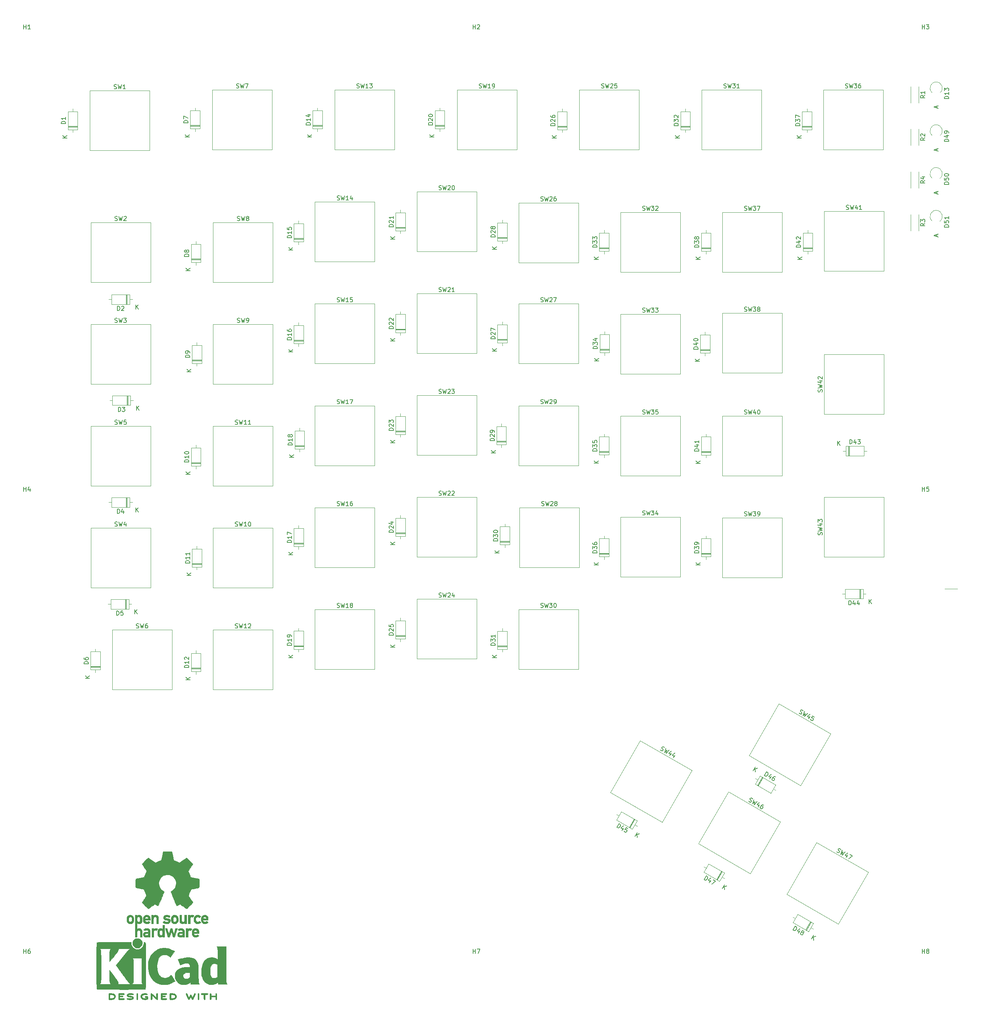
<source format=gbr>
%TF.GenerationSoftware,KiCad,Pcbnew,5.1.6-c6e7f7d~87~ubuntu20.04.1*%
%TF.CreationDate,2020-09-08T11:47:55+02:00*%
%TF.ProjectId,pcb-flat-left,7063622d-666c-4617-942d-6c6566742e6b,rev?*%
%TF.SameCoordinates,Original*%
%TF.FileFunction,Legend,Top*%
%TF.FilePolarity,Positive*%
%FSLAX46Y46*%
G04 Gerber Fmt 4.6, Leading zero omitted, Abs format (unit mm)*
G04 Created by KiCad (PCBNEW 5.1.6-c6e7f7d~87~ubuntu20.04.1) date 2020-09-08 11:47:55*
%MOMM*%
%LPD*%
G01*
G04 APERTURE LIST*
%ADD10C,0.120000*%
%ADD11C,0.010000*%
%ADD12C,0.150000*%
G04 APERTURE END LIST*
D10*
X245000000Y-177000000D02*
X242000000Y-177000000D01*
D11*
%TO.C,REF\u002A\u002A*%
G36*
X53979192Y-253265166D02*
G01*
X54066985Y-253308540D01*
X54175249Y-253384122D01*
X54254155Y-253466542D01*
X54308195Y-253570037D01*
X54341859Y-253708843D01*
X54359637Y-253897194D01*
X54366020Y-254149328D01*
X54366393Y-254257724D01*
X54365304Y-254495287D01*
X54360778Y-254665068D01*
X54350932Y-254782550D01*
X54333882Y-254863215D01*
X54307741Y-254922545D01*
X54280542Y-254963020D01*
X54106920Y-255135225D01*
X53902462Y-255238806D01*
X53681896Y-255269960D01*
X53459954Y-255224885D01*
X53389640Y-255193009D01*
X53221311Y-255105271D01*
X53221311Y-256480172D01*
X53344162Y-256416643D01*
X53506033Y-256367491D01*
X53704995Y-256354900D01*
X53903672Y-256378147D01*
X54053710Y-256430370D01*
X54178159Y-256529826D01*
X54284492Y-256672143D01*
X54292487Y-256686755D01*
X54326207Y-256755582D01*
X54350834Y-256824956D01*
X54367786Y-256908996D01*
X54378481Y-257021816D01*
X54384338Y-257177533D01*
X54386773Y-257390265D01*
X54387213Y-257629664D01*
X54387213Y-258393443D01*
X53929180Y-258393443D01*
X53929180Y-256985108D01*
X53801067Y-256877308D01*
X53667982Y-256791079D01*
X53541952Y-256775401D01*
X53415222Y-256815747D01*
X53347683Y-256855254D01*
X53297414Y-256911527D01*
X53261662Y-256996572D01*
X53237672Y-257122394D01*
X53222689Y-257300998D01*
X53213960Y-257544391D01*
X53210886Y-257706394D01*
X53200492Y-258372623D01*
X52981885Y-258385209D01*
X52763279Y-258397795D01*
X52763279Y-254263464D01*
X53221311Y-254263464D01*
X53232989Y-254493953D01*
X53272338Y-254653950D01*
X53345834Y-254753497D01*
X53459951Y-254802639D01*
X53575246Y-254812459D01*
X53705762Y-254801175D01*
X53792383Y-254756764D01*
X53846549Y-254698081D01*
X53889190Y-254634962D01*
X53914574Y-254564645D01*
X53925869Y-254466123D01*
X53926240Y-254318387D01*
X53922440Y-254194683D01*
X53913712Y-254008328D01*
X53900720Y-253885982D01*
X53878841Y-253808377D01*
X53843454Y-253756245D01*
X53810059Y-253726111D01*
X53670525Y-253660399D01*
X53505381Y-253649787D01*
X53410554Y-253672423D01*
X53316666Y-253752881D01*
X53254474Y-253909392D01*
X53224331Y-254140852D01*
X53221311Y-254263464D01*
X52763279Y-254263464D01*
X52763279Y-253230164D01*
X52992295Y-253230164D01*
X53129794Y-253235602D01*
X53200733Y-253254909D01*
X53221303Y-253292576D01*
X53221311Y-253293692D01*
X53230855Y-253330581D01*
X53272949Y-253326393D01*
X53356639Y-253285859D01*
X53551646Y-253223850D01*
X53771046Y-253217332D01*
X53979192Y-253265166D01*
G37*
X53979192Y-253265166D02*
X54066985Y-253308540D01*
X54175249Y-253384122D01*
X54254155Y-253466542D01*
X54308195Y-253570037D01*
X54341859Y-253708843D01*
X54359637Y-253897194D01*
X54366020Y-254149328D01*
X54366393Y-254257724D01*
X54365304Y-254495287D01*
X54360778Y-254665068D01*
X54350932Y-254782550D01*
X54333882Y-254863215D01*
X54307741Y-254922545D01*
X54280542Y-254963020D01*
X54106920Y-255135225D01*
X53902462Y-255238806D01*
X53681896Y-255269960D01*
X53459954Y-255224885D01*
X53389640Y-255193009D01*
X53221311Y-255105271D01*
X53221311Y-256480172D01*
X53344162Y-256416643D01*
X53506033Y-256367491D01*
X53704995Y-256354900D01*
X53903672Y-256378147D01*
X54053710Y-256430370D01*
X54178159Y-256529826D01*
X54284492Y-256672143D01*
X54292487Y-256686755D01*
X54326207Y-256755582D01*
X54350834Y-256824956D01*
X54367786Y-256908996D01*
X54378481Y-257021816D01*
X54384338Y-257177533D01*
X54386773Y-257390265D01*
X54387213Y-257629664D01*
X54387213Y-258393443D01*
X53929180Y-258393443D01*
X53929180Y-256985108D01*
X53801067Y-256877308D01*
X53667982Y-256791079D01*
X53541952Y-256775401D01*
X53415222Y-256815747D01*
X53347683Y-256855254D01*
X53297414Y-256911527D01*
X53261662Y-256996572D01*
X53237672Y-257122394D01*
X53222689Y-257300998D01*
X53213960Y-257544391D01*
X53210886Y-257706394D01*
X53200492Y-258372623D01*
X52981885Y-258385209D01*
X52763279Y-258397795D01*
X52763279Y-254263464D01*
X53221311Y-254263464D01*
X53232989Y-254493953D01*
X53272338Y-254653950D01*
X53345834Y-254753497D01*
X53459951Y-254802639D01*
X53575246Y-254812459D01*
X53705762Y-254801175D01*
X53792383Y-254756764D01*
X53846549Y-254698081D01*
X53889190Y-254634962D01*
X53914574Y-254564645D01*
X53925869Y-254466123D01*
X53926240Y-254318387D01*
X53922440Y-254194683D01*
X53913712Y-254008328D01*
X53900720Y-253885982D01*
X53878841Y-253808377D01*
X53843454Y-253756245D01*
X53810059Y-253726111D01*
X53670525Y-253660399D01*
X53505381Y-253649787D01*
X53410554Y-253672423D01*
X53316666Y-253752881D01*
X53254474Y-253909392D01*
X53224331Y-254140852D01*
X53221311Y-254263464D01*
X52763279Y-254263464D01*
X52763279Y-253230164D01*
X52992295Y-253230164D01*
X53129794Y-253235602D01*
X53200733Y-253254909D01*
X53221303Y-253292576D01*
X53221311Y-253293692D01*
X53230855Y-253330581D01*
X53272949Y-253326393D01*
X53356639Y-253285859D01*
X53551646Y-253223850D01*
X53771046Y-253217332D01*
X53979192Y-253265166D01*
G36*
X55716221Y-256369247D02*
G01*
X55912111Y-256421514D01*
X56061233Y-256516253D01*
X56166465Y-256640338D01*
X56199179Y-256693296D01*
X56223331Y-256748768D01*
X56240216Y-256819730D01*
X56251127Y-256919154D01*
X56257360Y-257060016D01*
X56260209Y-257255289D01*
X56260968Y-257517948D01*
X56260984Y-257587633D01*
X56260984Y-258393443D01*
X56061115Y-258393443D01*
X55933630Y-258384515D01*
X55839366Y-258361896D01*
X55815749Y-258347946D01*
X55751185Y-258323870D01*
X55685241Y-258347946D01*
X55576668Y-258378003D01*
X55418958Y-258390100D01*
X55244156Y-258384851D01*
X55084307Y-258362869D01*
X54990984Y-258334663D01*
X54810391Y-258218731D01*
X54697530Y-258057847D01*
X54646791Y-257843936D01*
X54646320Y-257838443D01*
X54650773Y-257743547D01*
X55053443Y-257743547D01*
X55088646Y-257851484D01*
X55145986Y-257912229D01*
X55261087Y-257958172D01*
X55413014Y-257976512D01*
X55567939Y-257967485D01*
X55692036Y-257931332D01*
X55726803Y-257908137D01*
X55787556Y-257800960D01*
X55802951Y-257679120D01*
X55802951Y-257519017D01*
X55572597Y-257519017D01*
X55353759Y-257535863D01*
X55187863Y-257583593D01*
X55084662Y-257657986D01*
X55053443Y-257743547D01*
X54650773Y-257743547D01*
X54657287Y-257604731D01*
X54734369Y-257419946D01*
X54879286Y-257280206D01*
X54899317Y-257267495D01*
X54985390Y-257226105D01*
X55091927Y-257201041D01*
X55240859Y-257188858D01*
X55417787Y-257186057D01*
X55802951Y-257185902D01*
X55802951Y-257024443D01*
X55786613Y-256899168D01*
X55744922Y-256815241D01*
X55740041Y-256810773D01*
X55647264Y-256774059D01*
X55507216Y-256759828D01*
X55352445Y-256766821D01*
X55215501Y-256793780D01*
X55134241Y-256834212D01*
X55090210Y-256866601D01*
X55043715Y-256872784D01*
X54979549Y-256846248D01*
X54882505Y-256780479D01*
X54737374Y-256668963D01*
X54724053Y-256658516D01*
X54730879Y-256619862D01*
X54787822Y-256555572D01*
X54874370Y-256484131D01*
X54970008Y-256424021D01*
X55000056Y-256409827D01*
X55109659Y-256381503D01*
X55270265Y-256361300D01*
X55449698Y-256353196D01*
X55458089Y-256353180D01*
X55716221Y-256369247D01*
G37*
X55716221Y-256369247D02*
X55912111Y-256421514D01*
X56061233Y-256516253D01*
X56166465Y-256640338D01*
X56199179Y-256693296D01*
X56223331Y-256748768D01*
X56240216Y-256819730D01*
X56251127Y-256919154D01*
X56257360Y-257060016D01*
X56260209Y-257255289D01*
X56260968Y-257517948D01*
X56260984Y-257587633D01*
X56260984Y-258393443D01*
X56061115Y-258393443D01*
X55933630Y-258384515D01*
X55839366Y-258361896D01*
X55815749Y-258347946D01*
X55751185Y-258323870D01*
X55685241Y-258347946D01*
X55576668Y-258378003D01*
X55418958Y-258390100D01*
X55244156Y-258384851D01*
X55084307Y-258362869D01*
X54990984Y-258334663D01*
X54810391Y-258218731D01*
X54697530Y-258057847D01*
X54646791Y-257843936D01*
X54646320Y-257838443D01*
X54650773Y-257743547D01*
X55053443Y-257743547D01*
X55088646Y-257851484D01*
X55145986Y-257912229D01*
X55261087Y-257958172D01*
X55413014Y-257976512D01*
X55567939Y-257967485D01*
X55692036Y-257931332D01*
X55726803Y-257908137D01*
X55787556Y-257800960D01*
X55802951Y-257679120D01*
X55802951Y-257519017D01*
X55572597Y-257519017D01*
X55353759Y-257535863D01*
X55187863Y-257583593D01*
X55084662Y-257657986D01*
X55053443Y-257743547D01*
X54650773Y-257743547D01*
X54657287Y-257604731D01*
X54734369Y-257419946D01*
X54879286Y-257280206D01*
X54899317Y-257267495D01*
X54985390Y-257226105D01*
X55091927Y-257201041D01*
X55240859Y-257188858D01*
X55417787Y-257186057D01*
X55802951Y-257185902D01*
X55802951Y-257024443D01*
X55786613Y-256899168D01*
X55744922Y-256815241D01*
X55740041Y-256810773D01*
X55647264Y-256774059D01*
X55507216Y-256759828D01*
X55352445Y-256766821D01*
X55215501Y-256793780D01*
X55134241Y-256834212D01*
X55090210Y-256866601D01*
X55043715Y-256872784D01*
X54979549Y-256846248D01*
X54882505Y-256780479D01*
X54737374Y-256668963D01*
X54724053Y-256658516D01*
X54730879Y-256619862D01*
X54787822Y-256555572D01*
X54874370Y-256484131D01*
X54970008Y-256424021D01*
X55000056Y-256409827D01*
X55109659Y-256381503D01*
X55270265Y-256361300D01*
X55449698Y-256353196D01*
X55458089Y-256353180D01*
X55716221Y-256369247D01*
G36*
X57010525Y-256357540D02*
G01*
X57072837Y-256376218D01*
X57092925Y-256417255D01*
X57093770Y-256435782D01*
X57097375Y-256487383D01*
X57122200Y-256495484D01*
X57189263Y-256460108D01*
X57229098Y-256435937D01*
X57354773Y-256384175D01*
X57504877Y-256358581D01*
X57662263Y-256356613D01*
X57809786Y-256375729D01*
X57930300Y-256413387D01*
X58006660Y-256467044D01*
X58021719Y-256534158D01*
X58014119Y-256552333D01*
X57958718Y-256627777D01*
X57872810Y-256720568D01*
X57857272Y-256735568D01*
X57775388Y-256804540D01*
X57704737Y-256826825D01*
X57605932Y-256811272D01*
X57566348Y-256800938D01*
X57443172Y-256776116D01*
X57356564Y-256787278D01*
X57283424Y-256826646D01*
X57216426Y-256879479D01*
X57167082Y-256945924D01*
X57132791Y-257038652D01*
X57110952Y-257170334D01*
X57098966Y-257353641D01*
X57094231Y-257601246D01*
X57093770Y-257750744D01*
X57093770Y-258393443D01*
X56677377Y-258393443D01*
X56677377Y-256353115D01*
X56885574Y-256353115D01*
X57010525Y-256357540D01*
G37*
X57010525Y-256357540D02*
X57072837Y-256376218D01*
X57092925Y-256417255D01*
X57093770Y-256435782D01*
X57097375Y-256487383D01*
X57122200Y-256495484D01*
X57189263Y-256460108D01*
X57229098Y-256435937D01*
X57354773Y-256384175D01*
X57504877Y-256358581D01*
X57662263Y-256356613D01*
X57809786Y-256375729D01*
X57930300Y-256413387D01*
X58006660Y-256467044D01*
X58021719Y-256534158D01*
X58014119Y-256552333D01*
X57958718Y-256627777D01*
X57872810Y-256720568D01*
X57857272Y-256735568D01*
X57775388Y-256804540D01*
X57704737Y-256826825D01*
X57605932Y-256811272D01*
X57566348Y-256800938D01*
X57443172Y-256776116D01*
X57356564Y-256787278D01*
X57283424Y-256826646D01*
X57216426Y-256879479D01*
X57167082Y-256945924D01*
X57132791Y-257038652D01*
X57110952Y-257170334D01*
X57098966Y-257353641D01*
X57094231Y-257601246D01*
X57093770Y-257750744D01*
X57093770Y-258393443D01*
X56677377Y-258393443D01*
X56677377Y-256353115D01*
X56885574Y-256353115D01*
X57010525Y-256357540D01*
G36*
X59633770Y-258393443D02*
G01*
X59404754Y-258393443D01*
X59271825Y-258389546D01*
X59202595Y-258373407D01*
X59177668Y-258338354D01*
X59175738Y-258314653D01*
X59171534Y-258267123D01*
X59145026Y-258258008D01*
X59075367Y-258287308D01*
X59021196Y-258314653D01*
X58813223Y-258379451D01*
X58587147Y-258383201D01*
X58403345Y-258334873D01*
X58232187Y-258218118D01*
X58101716Y-258045781D01*
X58030273Y-257842506D01*
X58028454Y-257831141D01*
X58017839Y-257707136D01*
X58012560Y-257529117D01*
X58012984Y-257394480D01*
X58467828Y-257394480D01*
X58478365Y-257573428D01*
X58502334Y-257720924D01*
X58534783Y-257804217D01*
X58657544Y-257918041D01*
X58803299Y-257958845D01*
X58953607Y-257925848D01*
X59082049Y-257827422D01*
X59130692Y-257761224D01*
X59159134Y-257682231D01*
X59172456Y-257566926D01*
X59175738Y-257393736D01*
X59169865Y-257222229D01*
X59154353Y-257071540D01*
X59132362Y-256970698D01*
X59128697Y-256961659D01*
X59040012Y-256854195D01*
X58910572Y-256795195D01*
X58765743Y-256785669D01*
X58630891Y-256826626D01*
X58531383Y-256919076D01*
X58521060Y-256937473D01*
X58488750Y-257049646D01*
X58471148Y-257210934D01*
X58467828Y-257394480D01*
X58012984Y-257394480D01*
X58013200Y-257326212D01*
X58016194Y-257217010D01*
X58036558Y-256946856D01*
X58078883Y-256744024D01*
X58149294Y-256594077D01*
X58253912Y-256482579D01*
X58355479Y-256417127D01*
X58497384Y-256371117D01*
X58673879Y-256355336D01*
X58854607Y-256368190D01*
X59009213Y-256408081D01*
X59090899Y-256455801D01*
X59175738Y-256532579D01*
X59175738Y-255561967D01*
X59633770Y-255561967D01*
X59633770Y-258393443D01*
G37*
X59633770Y-258393443D02*
X59404754Y-258393443D01*
X59271825Y-258389546D01*
X59202595Y-258373407D01*
X59177668Y-258338354D01*
X59175738Y-258314653D01*
X59171534Y-258267123D01*
X59145026Y-258258008D01*
X59075367Y-258287308D01*
X59021196Y-258314653D01*
X58813223Y-258379451D01*
X58587147Y-258383201D01*
X58403345Y-258334873D01*
X58232187Y-258218118D01*
X58101716Y-258045781D01*
X58030273Y-257842506D01*
X58028454Y-257831141D01*
X58017839Y-257707136D01*
X58012560Y-257529117D01*
X58012984Y-257394480D01*
X58467828Y-257394480D01*
X58478365Y-257573428D01*
X58502334Y-257720924D01*
X58534783Y-257804217D01*
X58657544Y-257918041D01*
X58803299Y-257958845D01*
X58953607Y-257925848D01*
X59082049Y-257827422D01*
X59130692Y-257761224D01*
X59159134Y-257682231D01*
X59172456Y-257566926D01*
X59175738Y-257393736D01*
X59169865Y-257222229D01*
X59154353Y-257071540D01*
X59132362Y-256970698D01*
X59128697Y-256961659D01*
X59040012Y-256854195D01*
X58910572Y-256795195D01*
X58765743Y-256785669D01*
X58630891Y-256826626D01*
X58531383Y-256919076D01*
X58521060Y-256937473D01*
X58488750Y-257049646D01*
X58471148Y-257210934D01*
X58467828Y-257394480D01*
X58012984Y-257394480D01*
X58013200Y-257326212D01*
X58016194Y-257217010D01*
X58036558Y-256946856D01*
X58078883Y-256744024D01*
X58149294Y-256594077D01*
X58253912Y-256482579D01*
X58355479Y-256417127D01*
X58497384Y-256371117D01*
X58673879Y-256355336D01*
X58854607Y-256368190D01*
X59009213Y-256408081D01*
X59090899Y-256455801D01*
X59175738Y-256532579D01*
X59175738Y-255561967D01*
X59633770Y-255561967D01*
X59633770Y-258393443D01*
G36*
X61396942Y-256373935D02*
G01*
X61612248Y-257019344D01*
X61827555Y-257664754D01*
X61895064Y-257435738D01*
X61935691Y-257294204D01*
X61989133Y-257102936D01*
X62046842Y-256892693D01*
X62077355Y-256779918D01*
X62192136Y-256353115D01*
X62665687Y-256353115D01*
X62524139Y-256800738D01*
X62454433Y-257020903D01*
X62370223Y-257286471D01*
X62282281Y-257563492D01*
X62203772Y-257810492D01*
X62024952Y-258372623D01*
X61831882Y-258385185D01*
X61638811Y-258397746D01*
X61534118Y-258052070D01*
X61469553Y-257837335D01*
X61399092Y-257600604D01*
X61337511Y-257391526D01*
X61335081Y-257383205D01*
X61289085Y-257241537D01*
X61248503Y-257144874D01*
X61220080Y-257108321D01*
X61214239Y-257112549D01*
X61193738Y-257169217D01*
X61154785Y-257290605D01*
X61102122Y-257461448D01*
X61040491Y-257666482D01*
X61007143Y-257779262D01*
X60826546Y-258393443D01*
X60443267Y-258393443D01*
X60136867Y-257425328D01*
X60050791Y-257153759D01*
X59972380Y-256907138D01*
X59905339Y-256697048D01*
X59853369Y-256535076D01*
X59820174Y-256432808D01*
X59810084Y-256402928D01*
X59818072Y-256372334D01*
X59880792Y-256358935D01*
X60011315Y-256360275D01*
X60031747Y-256361288D01*
X60273792Y-256373935D01*
X60432317Y-256956885D01*
X60490585Y-257169486D01*
X60542655Y-257356377D01*
X60583944Y-257501331D01*
X60609866Y-257588120D01*
X60614656Y-257602269D01*
X60634504Y-257585998D01*
X60674530Y-257501697D01*
X60730138Y-257360842D01*
X60796731Y-257174911D01*
X60853024Y-257006956D01*
X61067578Y-256349209D01*
X61396942Y-256373935D01*
G37*
X61396942Y-256373935D02*
X61612248Y-257019344D01*
X61827555Y-257664754D01*
X61895064Y-257435738D01*
X61935691Y-257294204D01*
X61989133Y-257102936D01*
X62046842Y-256892693D01*
X62077355Y-256779918D01*
X62192136Y-256353115D01*
X62665687Y-256353115D01*
X62524139Y-256800738D01*
X62454433Y-257020903D01*
X62370223Y-257286471D01*
X62282281Y-257563492D01*
X62203772Y-257810492D01*
X62024952Y-258372623D01*
X61831882Y-258385185D01*
X61638811Y-258397746D01*
X61534118Y-258052070D01*
X61469553Y-257837335D01*
X61399092Y-257600604D01*
X61337511Y-257391526D01*
X61335081Y-257383205D01*
X61289085Y-257241537D01*
X61248503Y-257144874D01*
X61220080Y-257108321D01*
X61214239Y-257112549D01*
X61193738Y-257169217D01*
X61154785Y-257290605D01*
X61102122Y-257461448D01*
X61040491Y-257666482D01*
X61007143Y-257779262D01*
X60826546Y-258393443D01*
X60443267Y-258393443D01*
X60136867Y-257425328D01*
X60050791Y-257153759D01*
X59972380Y-256907138D01*
X59905339Y-256697048D01*
X59853369Y-256535076D01*
X59820174Y-256432808D01*
X59810084Y-256402928D01*
X59818072Y-256372334D01*
X59880792Y-256358935D01*
X60011315Y-256360275D01*
X60031747Y-256361288D01*
X60273792Y-256373935D01*
X60432317Y-256956885D01*
X60490585Y-257169486D01*
X60542655Y-257356377D01*
X60583944Y-257501331D01*
X60609866Y-257588120D01*
X60614656Y-257602269D01*
X60634504Y-257585998D01*
X60674530Y-257501697D01*
X60730138Y-257360842D01*
X60796731Y-257174911D01*
X60853024Y-257006956D01*
X61067578Y-256349209D01*
X61396942Y-256373935D01*
G36*
X63738670Y-256365480D02*
G01*
X63914179Y-256408109D01*
X63964912Y-256430693D01*
X64063254Y-256489847D01*
X64138727Y-256556472D01*
X64194571Y-256642135D01*
X64234026Y-256758405D01*
X64260332Y-256916848D01*
X64276729Y-257129034D01*
X64286457Y-257406529D01*
X64290151Y-257591885D01*
X64303745Y-258393443D01*
X64071544Y-258393443D01*
X63930677Y-258387536D01*
X63858102Y-258367350D01*
X63839344Y-258333453D01*
X63829441Y-258296799D01*
X63785166Y-258303807D01*
X63724836Y-258333197D01*
X63573803Y-258378246D01*
X63379693Y-258390385D01*
X63175531Y-258370529D01*
X62994340Y-258319592D01*
X62978089Y-258312522D01*
X62812491Y-258196188D01*
X62703324Y-258034467D01*
X62653091Y-257845430D01*
X62656928Y-257777515D01*
X63066763Y-257777515D01*
X63102875Y-257868914D01*
X63209942Y-257934411D01*
X63382684Y-257969563D01*
X63475000Y-257974231D01*
X63628850Y-257962282D01*
X63731115Y-257915844D01*
X63756066Y-257893771D01*
X63823661Y-257773681D01*
X63839344Y-257664754D01*
X63839344Y-257519017D01*
X63636352Y-257519017D01*
X63400387Y-257531043D01*
X63234881Y-257568871D01*
X63130305Y-257635121D01*
X63106891Y-257664656D01*
X63066763Y-257777515D01*
X62656928Y-257777515D01*
X62664295Y-257647148D01*
X62739440Y-257457692D01*
X62841968Y-257329656D01*
X62904065Y-257274302D01*
X62964855Y-257237924D01*
X63043952Y-257215744D01*
X63160971Y-257202982D01*
X63335527Y-257194857D01*
X63404763Y-257192521D01*
X63839344Y-257178321D01*
X63838707Y-257046784D01*
X63821876Y-256908519D01*
X63761026Y-256824917D01*
X63638095Y-256771507D01*
X63634797Y-256770555D01*
X63460504Y-256749555D01*
X63289952Y-256776985D01*
X63163200Y-256843689D01*
X63112342Y-256876625D01*
X63057565Y-256872068D01*
X62973272Y-256824349D01*
X62923773Y-256790671D01*
X62826955Y-256718716D01*
X62766982Y-256664779D01*
X62757359Y-256649337D01*
X62796985Y-256569424D01*
X62914064Y-256473989D01*
X62964918Y-256441789D01*
X63111113Y-256386332D01*
X63308137Y-256354913D01*
X63526989Y-256347855D01*
X63738670Y-256365480D01*
G37*
X63738670Y-256365480D02*
X63914179Y-256408109D01*
X63964912Y-256430693D01*
X64063254Y-256489847D01*
X64138727Y-256556472D01*
X64194571Y-256642135D01*
X64234026Y-256758405D01*
X64260332Y-256916848D01*
X64276729Y-257129034D01*
X64286457Y-257406529D01*
X64290151Y-257591885D01*
X64303745Y-258393443D01*
X64071544Y-258393443D01*
X63930677Y-258387536D01*
X63858102Y-258367350D01*
X63839344Y-258333453D01*
X63829441Y-258296799D01*
X63785166Y-258303807D01*
X63724836Y-258333197D01*
X63573803Y-258378246D01*
X63379693Y-258390385D01*
X63175531Y-258370529D01*
X62994340Y-258319592D01*
X62978089Y-258312522D01*
X62812491Y-258196188D01*
X62703324Y-258034467D01*
X62653091Y-257845430D01*
X62656928Y-257777515D01*
X63066763Y-257777515D01*
X63102875Y-257868914D01*
X63209942Y-257934411D01*
X63382684Y-257969563D01*
X63475000Y-257974231D01*
X63628850Y-257962282D01*
X63731115Y-257915844D01*
X63756066Y-257893771D01*
X63823661Y-257773681D01*
X63839344Y-257664754D01*
X63839344Y-257519017D01*
X63636352Y-257519017D01*
X63400387Y-257531043D01*
X63234881Y-257568871D01*
X63130305Y-257635121D01*
X63106891Y-257664656D01*
X63066763Y-257777515D01*
X62656928Y-257777515D01*
X62664295Y-257647148D01*
X62739440Y-257457692D01*
X62841968Y-257329656D01*
X62904065Y-257274302D01*
X62964855Y-257237924D01*
X63043952Y-257215744D01*
X63160971Y-257202982D01*
X63335527Y-257194857D01*
X63404763Y-257192521D01*
X63839344Y-257178321D01*
X63838707Y-257046784D01*
X63821876Y-256908519D01*
X63761026Y-256824917D01*
X63638095Y-256771507D01*
X63634797Y-256770555D01*
X63460504Y-256749555D01*
X63289952Y-256776985D01*
X63163200Y-256843689D01*
X63112342Y-256876625D01*
X63057565Y-256872068D01*
X62973272Y-256824349D01*
X62923773Y-256790671D01*
X62826955Y-256718716D01*
X62766982Y-256664779D01*
X62757359Y-256649337D01*
X62796985Y-256569424D01*
X62914064Y-256473989D01*
X62964918Y-256441789D01*
X63111113Y-256386332D01*
X63308137Y-256354913D01*
X63526989Y-256347855D01*
X63738670Y-256365480D01*
G36*
X65715107Y-256352460D02*
G01*
X65875182Y-256384017D01*
X65966312Y-256430743D01*
X66062179Y-256508370D01*
X65925787Y-256680579D01*
X65841694Y-256784867D01*
X65784592Y-256835746D01*
X65727844Y-256843519D01*
X65644811Y-256818488D01*
X65605833Y-256804327D01*
X65446926Y-256783433D01*
X65301399Y-256828220D01*
X65194560Y-256929399D01*
X65177205Y-256961659D01*
X65158303Y-257047115D01*
X65143716Y-257204606D01*
X65134126Y-257422969D01*
X65130219Y-257691038D01*
X65130164Y-257729172D01*
X65130164Y-258393443D01*
X64672131Y-258393443D01*
X64672131Y-256353115D01*
X64901148Y-256353115D01*
X65033199Y-256356563D01*
X65101992Y-256371907D01*
X65127430Y-256406648D01*
X65130164Y-256439416D01*
X65130164Y-256525717D01*
X65239878Y-256439416D01*
X65365680Y-256380538D01*
X65534681Y-256351426D01*
X65715107Y-256352460D01*
G37*
X65715107Y-256352460D02*
X65875182Y-256384017D01*
X65966312Y-256430743D01*
X66062179Y-256508370D01*
X65925787Y-256680579D01*
X65841694Y-256784867D01*
X65784592Y-256835746D01*
X65727844Y-256843519D01*
X65644811Y-256818488D01*
X65605833Y-256804327D01*
X65446926Y-256783433D01*
X65301399Y-256828220D01*
X65194560Y-256929399D01*
X65177205Y-256961659D01*
X65158303Y-257047115D01*
X65143716Y-257204606D01*
X65134126Y-257422969D01*
X65130219Y-257691038D01*
X65130164Y-257729172D01*
X65130164Y-258393443D01*
X64672131Y-258393443D01*
X64672131Y-256353115D01*
X64901148Y-256353115D01*
X65033199Y-256356563D01*
X65101992Y-256371907D01*
X65127430Y-256406648D01*
X65130164Y-256439416D01*
X65130164Y-256525717D01*
X65239878Y-256439416D01*
X65365680Y-256380538D01*
X65534681Y-256351426D01*
X65715107Y-256352460D01*
G36*
X67030842Y-256363999D02*
G01*
X67229876Y-256415746D01*
X67396561Y-256522544D01*
X67477269Y-256602326D01*
X67609568Y-256790931D01*
X67685390Y-257009720D01*
X67711438Y-257278668D01*
X67711571Y-257300410D01*
X67711803Y-257519017D01*
X66453595Y-257519017D01*
X66480415Y-257633525D01*
X66528841Y-257737232D01*
X66613596Y-257845290D01*
X66631323Y-257862541D01*
X66783680Y-257955904D01*
X66957424Y-257971738D01*
X67157411Y-257910313D01*
X67191311Y-257893771D01*
X67295288Y-257843484D01*
X67364931Y-257814834D01*
X67377083Y-257812184D01*
X67419501Y-257837913D01*
X67500399Y-257900861D01*
X67541465Y-257935259D01*
X67626560Y-258014276D01*
X67654503Y-258066451D01*
X67635110Y-258114446D01*
X67624743Y-258127570D01*
X67554531Y-258185008D01*
X67438674Y-258254813D01*
X67357869Y-258295564D01*
X67128501Y-258367362D01*
X66874564Y-258390625D01*
X66634074Y-258363059D01*
X66566721Y-258343321D01*
X66358262Y-258231612D01*
X66203746Y-258059721D01*
X66102278Y-257825979D01*
X66052965Y-257528716D01*
X66047551Y-257373279D01*
X66063359Y-257146973D01*
X66462623Y-257146973D01*
X66501240Y-257163702D01*
X66605042Y-257176829D01*
X66755956Y-257184575D01*
X66858197Y-257185902D01*
X67042101Y-257184623D01*
X67158174Y-257178638D01*
X67221852Y-257164724D01*
X67248567Y-257139655D01*
X67253770Y-257103280D01*
X67218073Y-256991229D01*
X67128196Y-256880488D01*
X67009966Y-256795489D01*
X66891690Y-256760718D01*
X66731044Y-256791563D01*
X66591978Y-256880732D01*
X66495557Y-257009263D01*
X66462623Y-257146973D01*
X66063359Y-257146973D01*
X66070572Y-257043733D01*
X66141624Y-256781175D01*
X66262210Y-256583525D01*
X66433834Y-256448702D01*
X66657998Y-256374626D01*
X66779438Y-256360360D01*
X67030842Y-256363999D01*
G37*
X67030842Y-256363999D02*
X67229876Y-256415746D01*
X67396561Y-256522544D01*
X67477269Y-256602326D01*
X67609568Y-256790931D01*
X67685390Y-257009720D01*
X67711438Y-257278668D01*
X67711571Y-257300410D01*
X67711803Y-257519017D01*
X66453595Y-257519017D01*
X66480415Y-257633525D01*
X66528841Y-257737232D01*
X66613596Y-257845290D01*
X66631323Y-257862541D01*
X66783680Y-257955904D01*
X66957424Y-257971738D01*
X67157411Y-257910313D01*
X67191311Y-257893771D01*
X67295288Y-257843484D01*
X67364931Y-257814834D01*
X67377083Y-257812184D01*
X67419501Y-257837913D01*
X67500399Y-257900861D01*
X67541465Y-257935259D01*
X67626560Y-258014276D01*
X67654503Y-258066451D01*
X67635110Y-258114446D01*
X67624743Y-258127570D01*
X67554531Y-258185008D01*
X67438674Y-258254813D01*
X67357869Y-258295564D01*
X67128501Y-258367362D01*
X66874564Y-258390625D01*
X66634074Y-258363059D01*
X66566721Y-258343321D01*
X66358262Y-258231612D01*
X66203746Y-258059721D01*
X66102278Y-257825979D01*
X66052965Y-257528716D01*
X66047551Y-257373279D01*
X66063359Y-257146973D01*
X66462623Y-257146973D01*
X66501240Y-257163702D01*
X66605042Y-257176829D01*
X66755956Y-257184575D01*
X66858197Y-257185902D01*
X67042101Y-257184623D01*
X67158174Y-257178638D01*
X67221852Y-257164724D01*
X67248567Y-257139655D01*
X67253770Y-257103280D01*
X67218073Y-256991229D01*
X67128196Y-256880488D01*
X67009966Y-256795489D01*
X66891690Y-256760718D01*
X66731044Y-256791563D01*
X66591978Y-256880732D01*
X66495557Y-257009263D01*
X66462623Y-257146973D01*
X66063359Y-257146973D01*
X66070572Y-257043733D01*
X66141624Y-256781175D01*
X66262210Y-256583525D01*
X66433834Y-256448702D01*
X66657998Y-256374626D01*
X66779438Y-256360360D01*
X67030842Y-256363999D01*
G36*
X51894610Y-253251802D02*
G01*
X52112447Y-253348108D01*
X52277816Y-253508919D01*
X52390957Y-253734482D01*
X52452112Y-254025042D01*
X52456495Y-254070408D01*
X52459930Y-254390256D01*
X52415398Y-254670614D01*
X52325609Y-254897847D01*
X52277529Y-254970941D01*
X52110055Y-255125643D01*
X51896768Y-255225838D01*
X51658154Y-255267418D01*
X51414697Y-255246272D01*
X51229630Y-255181145D01*
X51070479Y-255071393D01*
X50940404Y-254927496D01*
X50938154Y-254924130D01*
X50885330Y-254835314D01*
X50851001Y-254746005D01*
X50830212Y-254633294D01*
X50818009Y-254474273D01*
X50812633Y-254343868D01*
X50810395Y-254225611D01*
X51226706Y-254225611D01*
X51230775Y-254343335D01*
X51245545Y-254500049D01*
X51271602Y-254600621D01*
X51318593Y-254672173D01*
X51362603Y-254713971D01*
X51518623Y-254801484D01*
X51681869Y-254813179D01*
X51833904Y-254750212D01*
X51909920Y-254679653D01*
X51964697Y-254608550D01*
X51996737Y-254540512D01*
X52010800Y-254451967D01*
X52011642Y-254319339D01*
X52007309Y-254197195D01*
X51997989Y-254022710D01*
X51983212Y-253909538D01*
X51956580Y-253835721D01*
X51911691Y-253779298D01*
X51876120Y-253747050D01*
X51727329Y-253662340D01*
X51566813Y-253658117D01*
X51432220Y-253708292D01*
X51317400Y-253813075D01*
X51248996Y-253985198D01*
X51226706Y-254225611D01*
X50810395Y-254225611D01*
X50807724Y-254084548D01*
X50816107Y-253890610D01*
X50841228Y-253744745D01*
X50886532Y-253629641D01*
X50955464Y-253527986D01*
X50981022Y-253497802D01*
X51140825Y-253347412D01*
X51312231Y-253259566D01*
X51521849Y-253222762D01*
X51624064Y-253219754D01*
X51894610Y-253251802D01*
G37*
X51894610Y-253251802D02*
X52112447Y-253348108D01*
X52277816Y-253508919D01*
X52390957Y-253734482D01*
X52452112Y-254025042D01*
X52456495Y-254070408D01*
X52459930Y-254390256D01*
X52415398Y-254670614D01*
X52325609Y-254897847D01*
X52277529Y-254970941D01*
X52110055Y-255125643D01*
X51896768Y-255225838D01*
X51658154Y-255267418D01*
X51414697Y-255246272D01*
X51229630Y-255181145D01*
X51070479Y-255071393D01*
X50940404Y-254927496D01*
X50938154Y-254924130D01*
X50885330Y-254835314D01*
X50851001Y-254746005D01*
X50830212Y-254633294D01*
X50818009Y-254474273D01*
X50812633Y-254343868D01*
X50810395Y-254225611D01*
X51226706Y-254225611D01*
X51230775Y-254343335D01*
X51245545Y-254500049D01*
X51271602Y-254600621D01*
X51318593Y-254672173D01*
X51362603Y-254713971D01*
X51518623Y-254801484D01*
X51681869Y-254813179D01*
X51833904Y-254750212D01*
X51909920Y-254679653D01*
X51964697Y-254608550D01*
X51996737Y-254540512D01*
X52010800Y-254451967D01*
X52011642Y-254319339D01*
X52007309Y-254197195D01*
X51997989Y-254022710D01*
X51983212Y-253909538D01*
X51956580Y-253835721D01*
X51911691Y-253779298D01*
X51876120Y-253747050D01*
X51727329Y-253662340D01*
X51566813Y-253658117D01*
X51432220Y-253708292D01*
X51317400Y-253813075D01*
X51248996Y-253985198D01*
X51226706Y-254225611D01*
X50810395Y-254225611D01*
X50807724Y-254084548D01*
X50816107Y-253890610D01*
X50841228Y-253744745D01*
X50886532Y-253629641D01*
X50955464Y-253527986D01*
X50981022Y-253497802D01*
X51140825Y-253347412D01*
X51312231Y-253259566D01*
X51521849Y-253222762D01*
X51624064Y-253219754D01*
X51894610Y-253251802D01*
G36*
X55807325Y-253276526D02*
G01*
X55848819Y-253296061D01*
X55992434Y-253401263D01*
X56128236Y-253554793D01*
X56229638Y-253723845D01*
X56258480Y-253801567D01*
X56284794Y-253940398D01*
X56300485Y-254108177D01*
X56302391Y-254177459D01*
X56302623Y-254396066D01*
X55044415Y-254396066D01*
X55071234Y-254510574D01*
X55137066Y-254646004D01*
X55252161Y-254763046D01*
X55389087Y-254838442D01*
X55476342Y-254854098D01*
X55594672Y-254835099D01*
X55735851Y-254787446D01*
X55783811Y-254765521D01*
X55961171Y-254676944D01*
X56112530Y-254792391D01*
X56199869Y-254870474D01*
X56246342Y-254934922D01*
X56248695Y-254953837D01*
X56207178Y-254999681D01*
X56116190Y-255069349D01*
X56033605Y-255123700D01*
X55810751Y-255221405D01*
X55560913Y-255265628D01*
X55313290Y-255254130D01*
X55115902Y-255194029D01*
X54912424Y-255065284D01*
X54767821Y-254895774D01*
X54677361Y-254676462D01*
X54636311Y-254398309D01*
X54632671Y-254271034D01*
X54647239Y-253979375D01*
X54649028Y-253970891D01*
X55065941Y-253970891D01*
X55077423Y-253998242D01*
X55124616Y-254013324D01*
X55221951Y-254019788D01*
X55383864Y-254021285D01*
X55446210Y-254021312D01*
X55635897Y-254019052D01*
X55756189Y-254010844D01*
X55820884Y-253994550D01*
X55843780Y-253968027D01*
X55844590Y-253959510D01*
X55818460Y-253891825D01*
X55753063Y-253797005D01*
X55724948Y-253763805D01*
X55620574Y-253669906D01*
X55511775Y-253632988D01*
X55453157Y-253629902D01*
X55294574Y-253668493D01*
X55161587Y-253772155D01*
X55077228Y-253922717D01*
X55075733Y-253927623D01*
X55065941Y-253970891D01*
X54649028Y-253970891D01*
X54695684Y-253749722D01*
X54782955Y-253565983D01*
X54889689Y-253435557D01*
X55087020Y-253294131D01*
X55318985Y-253218556D01*
X55565712Y-253211724D01*
X55807325Y-253276526D01*
G37*
X55807325Y-253276526D02*
X55848819Y-253296061D01*
X55992434Y-253401263D01*
X56128236Y-253554793D01*
X56229638Y-253723845D01*
X56258480Y-253801567D01*
X56284794Y-253940398D01*
X56300485Y-254108177D01*
X56302391Y-254177459D01*
X56302623Y-254396066D01*
X55044415Y-254396066D01*
X55071234Y-254510574D01*
X55137066Y-254646004D01*
X55252161Y-254763046D01*
X55389087Y-254838442D01*
X55476342Y-254854098D01*
X55594672Y-254835099D01*
X55735851Y-254787446D01*
X55783811Y-254765521D01*
X55961171Y-254676944D01*
X56112530Y-254792391D01*
X56199869Y-254870474D01*
X56246342Y-254934922D01*
X56248695Y-254953837D01*
X56207178Y-254999681D01*
X56116190Y-255069349D01*
X56033605Y-255123700D01*
X55810751Y-255221405D01*
X55560913Y-255265628D01*
X55313290Y-255254130D01*
X55115902Y-255194029D01*
X54912424Y-255065284D01*
X54767821Y-254895774D01*
X54677361Y-254676462D01*
X54636311Y-254398309D01*
X54632671Y-254271034D01*
X54647239Y-253979375D01*
X54649028Y-253970891D01*
X55065941Y-253970891D01*
X55077423Y-253998242D01*
X55124616Y-254013324D01*
X55221951Y-254019788D01*
X55383864Y-254021285D01*
X55446210Y-254021312D01*
X55635897Y-254019052D01*
X55756189Y-254010844D01*
X55820884Y-253994550D01*
X55843780Y-253968027D01*
X55844590Y-253959510D01*
X55818460Y-253891825D01*
X55753063Y-253797005D01*
X55724948Y-253763805D01*
X55620574Y-253669906D01*
X55511775Y-253632988D01*
X55453157Y-253629902D01*
X55294574Y-253668493D01*
X55161587Y-253772155D01*
X55077228Y-253922717D01*
X55075733Y-253927623D01*
X55065941Y-253970891D01*
X54649028Y-253970891D01*
X54695684Y-253749722D01*
X54782955Y-253565983D01*
X54889689Y-253435557D01*
X55087020Y-253294131D01*
X55318985Y-253218556D01*
X55565712Y-253211724D01*
X55807325Y-253276526D01*
G36*
X60346418Y-253223003D02*
G01*
X60504100Y-253252907D01*
X60667685Y-253315452D01*
X60685164Y-253323426D01*
X60809217Y-253388656D01*
X60895129Y-253449274D01*
X60922898Y-253488106D01*
X60896453Y-253551437D01*
X60832220Y-253644881D01*
X60803708Y-253679762D01*
X60686211Y-253817066D01*
X60534732Y-253727691D01*
X60390570Y-253668152D01*
X60224000Y-253636326D01*
X60064262Y-253634316D01*
X59940594Y-253664221D01*
X59910916Y-253682886D01*
X59854398Y-253768466D01*
X59847529Y-253867049D01*
X59889820Y-253944062D01*
X59914836Y-253958998D01*
X59989796Y-253977547D01*
X60121561Y-253999348D01*
X60283991Y-254020180D01*
X60313956Y-254023447D01*
X60574840Y-254068575D01*
X60764055Y-254145230D01*
X60889543Y-254260491D01*
X60959243Y-254421435D01*
X60980956Y-254618015D01*
X60950961Y-254841473D01*
X60853559Y-255016949D01*
X60688361Y-255144758D01*
X60454977Y-255225218D01*
X60195902Y-255256962D01*
X59984633Y-255256580D01*
X59813265Y-255227749D01*
X59696230Y-255187944D01*
X59548350Y-255118587D01*
X59411687Y-255038097D01*
X59363115Y-255002670D01*
X59238197Y-254900705D01*
X59539509Y-254595813D01*
X59710796Y-254709165D01*
X59882594Y-254794300D01*
X60066048Y-254838830D01*
X60242397Y-254843528D01*
X60392881Y-254809170D01*
X60498740Y-254736529D01*
X60532921Y-254675238D01*
X60527794Y-254576941D01*
X60442857Y-254501773D01*
X60278343Y-254449866D01*
X60098101Y-254425875D01*
X59820709Y-254380104D01*
X59614635Y-254293748D01*
X59477122Y-254164280D01*
X59405413Y-253989172D01*
X59395479Y-253781565D01*
X59444548Y-253564714D01*
X59556420Y-253400805D01*
X59732097Y-253289088D01*
X59972581Y-253228814D01*
X60150743Y-253216999D01*
X60346418Y-253223003D01*
G37*
X60346418Y-253223003D02*
X60504100Y-253252907D01*
X60667685Y-253315452D01*
X60685164Y-253323426D01*
X60809217Y-253388656D01*
X60895129Y-253449274D01*
X60922898Y-253488106D01*
X60896453Y-253551437D01*
X60832220Y-253644881D01*
X60803708Y-253679762D01*
X60686211Y-253817066D01*
X60534732Y-253727691D01*
X60390570Y-253668152D01*
X60224000Y-253636326D01*
X60064262Y-253634316D01*
X59940594Y-253664221D01*
X59910916Y-253682886D01*
X59854398Y-253768466D01*
X59847529Y-253867049D01*
X59889820Y-253944062D01*
X59914836Y-253958998D01*
X59989796Y-253977547D01*
X60121561Y-253999348D01*
X60283991Y-254020180D01*
X60313956Y-254023447D01*
X60574840Y-254068575D01*
X60764055Y-254145230D01*
X60889543Y-254260491D01*
X60959243Y-254421435D01*
X60980956Y-254618015D01*
X60950961Y-254841473D01*
X60853559Y-255016949D01*
X60688361Y-255144758D01*
X60454977Y-255225218D01*
X60195902Y-255256962D01*
X59984633Y-255256580D01*
X59813265Y-255227749D01*
X59696230Y-255187944D01*
X59548350Y-255118587D01*
X59411687Y-255038097D01*
X59363115Y-255002670D01*
X59238197Y-254900705D01*
X59539509Y-254595813D01*
X59710796Y-254709165D01*
X59882594Y-254794300D01*
X60066048Y-254838830D01*
X60242397Y-254843528D01*
X60392881Y-254809170D01*
X60498740Y-254736529D01*
X60532921Y-254675238D01*
X60527794Y-254576941D01*
X60442857Y-254501773D01*
X60278343Y-254449866D01*
X60098101Y-254425875D01*
X59820709Y-254380104D01*
X59614635Y-254293748D01*
X59477122Y-254164280D01*
X59405413Y-253989172D01*
X59395479Y-253781565D01*
X59444548Y-253564714D01*
X59556420Y-253400805D01*
X59732097Y-253289088D01*
X59972581Y-253228814D01*
X60150743Y-253216999D01*
X60346418Y-253223003D01*
G36*
X62322521Y-253254805D02*
G01*
X62533136Y-253369505D01*
X62697915Y-253550574D01*
X62775554Y-253697838D01*
X62808886Y-253827907D01*
X62830483Y-254013333D01*
X62839739Y-254226939D01*
X62836045Y-254441550D01*
X62818794Y-254629991D01*
X62798643Y-254730637D01*
X62730667Y-254868323D01*
X62612942Y-255014566D01*
X62471065Y-255142452D01*
X62330632Y-255225063D01*
X62327207Y-255226373D01*
X62152945Y-255262472D01*
X61946427Y-255263365D01*
X61750174Y-255230501D01*
X61674396Y-255204161D01*
X61479221Y-255093484D01*
X61339438Y-254948478D01*
X61247599Y-254756503D01*
X61196254Y-254504920D01*
X61184637Y-254373142D01*
X61186119Y-254207553D01*
X61632459Y-254207553D01*
X61647494Y-254449177D01*
X61690772Y-254633303D01*
X61759551Y-254750949D01*
X61808550Y-254784590D01*
X61934093Y-254808050D01*
X62083318Y-254801104D01*
X62212333Y-254767345D01*
X62246166Y-254748772D01*
X62335428Y-254640599D01*
X62394345Y-254475051D01*
X62419424Y-254273581D01*
X62407174Y-254057646D01*
X62379796Y-253927690D01*
X62301191Y-253777191D01*
X62177104Y-253683114D01*
X62027661Y-253650587D01*
X61872987Y-253684738D01*
X61754174Y-253768273D01*
X61691735Y-253837193D01*
X61655293Y-253905126D01*
X61637923Y-253997064D01*
X61632699Y-254137999D01*
X61632459Y-254207553D01*
X61186119Y-254207553D01*
X61187785Y-254021495D01*
X61245056Y-253733134D01*
X61356457Y-253508049D01*
X61521993Y-253346230D01*
X61741670Y-253247666D01*
X61788842Y-253236236D01*
X62072336Y-253209406D01*
X62322521Y-253254805D01*
G37*
X62322521Y-253254805D02*
X62533136Y-253369505D01*
X62697915Y-253550574D01*
X62775554Y-253697838D01*
X62808886Y-253827907D01*
X62830483Y-254013333D01*
X62839739Y-254226939D01*
X62836045Y-254441550D01*
X62818794Y-254629991D01*
X62798643Y-254730637D01*
X62730667Y-254868323D01*
X62612942Y-255014566D01*
X62471065Y-255142452D01*
X62330632Y-255225063D01*
X62327207Y-255226373D01*
X62152945Y-255262472D01*
X61946427Y-255263365D01*
X61750174Y-255230501D01*
X61674396Y-255204161D01*
X61479221Y-255093484D01*
X61339438Y-254948478D01*
X61247599Y-254756503D01*
X61196254Y-254504920D01*
X61184637Y-254373142D01*
X61186119Y-254207553D01*
X61632459Y-254207553D01*
X61647494Y-254449177D01*
X61690772Y-254633303D01*
X61759551Y-254750949D01*
X61808550Y-254784590D01*
X61934093Y-254808050D01*
X62083318Y-254801104D01*
X62212333Y-254767345D01*
X62246166Y-254748772D01*
X62335428Y-254640599D01*
X62394345Y-254475051D01*
X62419424Y-254273581D01*
X62407174Y-254057646D01*
X62379796Y-253927690D01*
X62301191Y-253777191D01*
X62177104Y-253683114D01*
X62027661Y-253650587D01*
X61872987Y-253684738D01*
X61754174Y-253768273D01*
X61691735Y-253837193D01*
X61655293Y-253905126D01*
X61637923Y-253997064D01*
X61632699Y-254137999D01*
X61632459Y-254207553D01*
X61186119Y-254207553D01*
X61187785Y-254021495D01*
X61245056Y-253733134D01*
X61356457Y-253508049D01*
X61521993Y-253346230D01*
X61741670Y-253247666D01*
X61788842Y-253236236D01*
X62072336Y-253209406D01*
X62322521Y-253254805D01*
G36*
X63589508Y-253878311D02*
G01*
X63593444Y-254183698D01*
X63607823Y-254415660D01*
X63636504Y-254583786D01*
X63683348Y-254697671D01*
X63752211Y-254766905D01*
X63846954Y-254801080D01*
X63964262Y-254809811D01*
X64087123Y-254800028D01*
X64180444Y-254764287D01*
X64248084Y-254692995D01*
X64293901Y-254576561D01*
X64321755Y-254405391D01*
X64335504Y-254169896D01*
X64339016Y-253878311D01*
X64339016Y-253230164D01*
X64797049Y-253230164D01*
X64797049Y-255228853D01*
X64568033Y-255228853D01*
X64429971Y-255223258D01*
X64358878Y-255203611D01*
X64339016Y-255166313D01*
X64327054Y-255133094D01*
X64279447Y-255140121D01*
X64183485Y-255187132D01*
X63963548Y-255259654D01*
X63730274Y-255254516D01*
X63506755Y-255175766D01*
X63400313Y-255113558D01*
X63319122Y-255046204D01*
X63259808Y-254961928D01*
X63218996Y-254848957D01*
X63193312Y-254695515D01*
X63179381Y-254489827D01*
X63173829Y-254220118D01*
X63173115Y-254011551D01*
X63173115Y-253230164D01*
X63589508Y-253230164D01*
X63589508Y-253878311D01*
G37*
X63589508Y-253878311D02*
X63593444Y-254183698D01*
X63607823Y-254415660D01*
X63636504Y-254583786D01*
X63683348Y-254697671D01*
X63752211Y-254766905D01*
X63846954Y-254801080D01*
X63964262Y-254809811D01*
X64087123Y-254800028D01*
X64180444Y-254764287D01*
X64248084Y-254692995D01*
X64293901Y-254576561D01*
X64321755Y-254405391D01*
X64335504Y-254169896D01*
X64339016Y-253878311D01*
X64339016Y-253230164D01*
X64797049Y-253230164D01*
X64797049Y-255228853D01*
X64568033Y-255228853D01*
X64429971Y-255223258D01*
X64358878Y-255203611D01*
X64339016Y-255166313D01*
X64327054Y-255133094D01*
X64279447Y-255140121D01*
X64183485Y-255187132D01*
X63963548Y-255259654D01*
X63730274Y-255254516D01*
X63506755Y-255175766D01*
X63400313Y-255113558D01*
X63319122Y-255046204D01*
X63259808Y-254961928D01*
X63218996Y-254848957D01*
X63193312Y-254695515D01*
X63179381Y-254489827D01*
X63173829Y-254220118D01*
X63173115Y-254011551D01*
X63173115Y-253230164D01*
X63589508Y-253230164D01*
X63589508Y-253878311D01*
G36*
X67642288Y-253247602D02*
G01*
X67883543Y-253350090D01*
X67959531Y-253399981D01*
X68056648Y-253476651D01*
X68117612Y-253536936D01*
X68128197Y-253556571D01*
X68098308Y-253600142D01*
X68021819Y-253674077D01*
X67960582Y-253725679D01*
X67792967Y-253860378D01*
X67660614Y-253749010D01*
X67558336Y-253677113D01*
X67458610Y-253652296D01*
X67344475Y-253658357D01*
X67163234Y-253703418D01*
X67038475Y-253796949D01*
X66962658Y-253948154D01*
X66928240Y-254166236D01*
X66928231Y-254166373D01*
X66931208Y-254410124D01*
X66977467Y-254588966D01*
X67069742Y-254710730D01*
X67132650Y-254751964D01*
X67299717Y-254803311D01*
X67478162Y-254803342D01*
X67633415Y-254753522D01*
X67670164Y-254729180D01*
X67762330Y-254667004D01*
X67834387Y-254656813D01*
X67912102Y-254703092D01*
X67998018Y-254786212D01*
X68134011Y-254926521D01*
X67983023Y-255050978D01*
X67749740Y-255191443D01*
X67486673Y-255260666D01*
X67211760Y-255255653D01*
X67031216Y-255209755D01*
X66820194Y-255096249D01*
X66651426Y-254917685D01*
X66574753Y-254791639D01*
X66512654Y-254610791D01*
X66481581Y-254381745D01*
X66481342Y-254133510D01*
X66511743Y-253895093D01*
X66572592Y-253695503D01*
X66582176Y-253675039D01*
X66724102Y-253474341D01*
X66916259Y-253328217D01*
X67143464Y-253239698D01*
X67390535Y-253211815D01*
X67642288Y-253247602D01*
G37*
X67642288Y-253247602D02*
X67883543Y-253350090D01*
X67959531Y-253399981D01*
X68056648Y-253476651D01*
X68117612Y-253536936D01*
X68128197Y-253556571D01*
X68098308Y-253600142D01*
X68021819Y-253674077D01*
X67960582Y-253725679D01*
X67792967Y-253860378D01*
X67660614Y-253749010D01*
X67558336Y-253677113D01*
X67458610Y-253652296D01*
X67344475Y-253658357D01*
X67163234Y-253703418D01*
X67038475Y-253796949D01*
X66962658Y-253948154D01*
X66928240Y-254166236D01*
X66928231Y-254166373D01*
X66931208Y-254410124D01*
X66977467Y-254588966D01*
X67069742Y-254710730D01*
X67132650Y-254751964D01*
X67299717Y-254803311D01*
X67478162Y-254803342D01*
X67633415Y-254753522D01*
X67670164Y-254729180D01*
X67762330Y-254667004D01*
X67834387Y-254656813D01*
X67912102Y-254703092D01*
X67998018Y-254786212D01*
X68134011Y-254926521D01*
X67983023Y-255050978D01*
X67749740Y-255191443D01*
X67486673Y-255260666D01*
X67211760Y-255255653D01*
X67031216Y-255209755D01*
X66820194Y-255096249D01*
X66651426Y-254917685D01*
X66574753Y-254791639D01*
X66512654Y-254610791D01*
X66481581Y-254381745D01*
X66481342Y-254133510D01*
X66511743Y-253895093D01*
X66572592Y-253695503D01*
X66582176Y-253675039D01*
X66724102Y-253474341D01*
X66916259Y-253328217D01*
X67143464Y-253239698D01*
X67390535Y-253211815D01*
X67642288Y-253247602D01*
G36*
X69167792Y-253223019D02*
G01*
X69274414Y-253248922D01*
X69478830Y-253343772D01*
X69653625Y-253488633D01*
X69774597Y-253662320D01*
X69791217Y-253701317D01*
X69814016Y-253803465D01*
X69829975Y-253954573D01*
X69835410Y-254107301D01*
X69835410Y-254396066D01*
X69231639Y-254396066D01*
X68982619Y-254397007D01*
X68807189Y-254402723D01*
X68695665Y-254417550D01*
X68638360Y-254445827D01*
X68625588Y-254491890D01*
X68647662Y-254560077D01*
X68687205Y-254639863D01*
X68797509Y-254773017D01*
X68950792Y-254839355D01*
X69138141Y-254837194D01*
X69350363Y-254764991D01*
X69533773Y-254675883D01*
X69685962Y-254796220D01*
X69838151Y-254916558D01*
X69694974Y-255048843D01*
X69503828Y-255173832D01*
X69268753Y-255249189D01*
X69015898Y-255270278D01*
X68771413Y-255232460D01*
X68731967Y-255219628D01*
X68517090Y-255107414D01*
X68357250Y-254940118D01*
X68249080Y-254712748D01*
X68189210Y-254420308D01*
X68188513Y-254414040D01*
X68183152Y-254095332D01*
X68204823Y-253981632D01*
X68627869Y-253981632D01*
X68666722Y-253999116D01*
X68772205Y-254012508D01*
X68927707Y-254020155D01*
X69026249Y-254021312D01*
X69210013Y-254020588D01*
X69324914Y-254015983D01*
X69385366Y-254003848D01*
X69405783Y-253980530D01*
X69400581Y-253942382D01*
X69396217Y-253927623D01*
X69321724Y-253788944D01*
X69204566Y-253677179D01*
X69101173Y-253628066D01*
X68963816Y-253631032D01*
X68824629Y-253692278D01*
X68707874Y-253793683D01*
X68637810Y-253917122D01*
X68627869Y-253981632D01*
X68204823Y-253981632D01*
X68236579Y-253815020D01*
X68342572Y-253579780D01*
X68494911Y-253396284D01*
X68687374Y-253271209D01*
X68913742Y-253211229D01*
X69167792Y-253223019D01*
G37*
X69167792Y-253223019D02*
X69274414Y-253248922D01*
X69478830Y-253343772D01*
X69653625Y-253488633D01*
X69774597Y-253662320D01*
X69791217Y-253701317D01*
X69814016Y-253803465D01*
X69829975Y-253954573D01*
X69835410Y-254107301D01*
X69835410Y-254396066D01*
X69231639Y-254396066D01*
X68982619Y-254397007D01*
X68807189Y-254402723D01*
X68695665Y-254417550D01*
X68638360Y-254445827D01*
X68625588Y-254491890D01*
X68647662Y-254560077D01*
X68687205Y-254639863D01*
X68797509Y-254773017D01*
X68950792Y-254839355D01*
X69138141Y-254837194D01*
X69350363Y-254764991D01*
X69533773Y-254675883D01*
X69685962Y-254796220D01*
X69838151Y-254916558D01*
X69694974Y-255048843D01*
X69503828Y-255173832D01*
X69268753Y-255249189D01*
X69015898Y-255270278D01*
X68771413Y-255232460D01*
X68731967Y-255219628D01*
X68517090Y-255107414D01*
X68357250Y-254940118D01*
X68249080Y-254712748D01*
X68189210Y-254420308D01*
X68188513Y-254414040D01*
X68183152Y-254095332D01*
X68204823Y-253981632D01*
X68627869Y-253981632D01*
X68666722Y-253999116D01*
X68772205Y-254012508D01*
X68927707Y-254020155D01*
X69026249Y-254021312D01*
X69210013Y-254020588D01*
X69324914Y-254015983D01*
X69385366Y-254003848D01*
X69405783Y-253980530D01*
X69400581Y-253942382D01*
X69396217Y-253927623D01*
X69321724Y-253788944D01*
X69204566Y-253677179D01*
X69101173Y-253628066D01*
X68963816Y-253631032D01*
X68824629Y-253692278D01*
X68707874Y-253793683D01*
X68637810Y-253917122D01*
X68627869Y-253981632D01*
X68204823Y-253981632D01*
X68236579Y-253815020D01*
X68342572Y-253579780D01*
X68494911Y-253396284D01*
X68687374Y-253271209D01*
X68913742Y-253211229D01*
X69167792Y-253223019D01*
G36*
X57803108Y-253264563D02*
G01*
X57906740Y-253314062D01*
X58007106Y-253385561D01*
X58083568Y-253467853D01*
X58139262Y-253572811D01*
X58177323Y-253712313D01*
X58200885Y-253898233D01*
X58213085Y-254142448D01*
X58217056Y-254456833D01*
X58217118Y-254489754D01*
X58218033Y-255228853D01*
X57760000Y-255228853D01*
X57760000Y-254547481D01*
X57759674Y-254295050D01*
X57757419Y-254112093D01*
X57751319Y-253984807D01*
X57739459Y-253899386D01*
X57719924Y-253842026D01*
X57690797Y-253798924D01*
X57650224Y-253756334D01*
X57508269Y-253664824D01*
X57353306Y-253647843D01*
X57205677Y-253705701D01*
X57154337Y-253748763D01*
X57116647Y-253789249D01*
X57089587Y-253832607D01*
X57071397Y-253892463D01*
X57060316Y-253982441D01*
X57054586Y-254116168D01*
X57052444Y-254307270D01*
X57052131Y-254539911D01*
X57052131Y-255228853D01*
X56594098Y-255228853D01*
X56594098Y-253230164D01*
X56823115Y-253230164D01*
X56960614Y-253235602D01*
X57031553Y-253254909D01*
X57052122Y-253292576D01*
X57052131Y-253293692D01*
X57061675Y-253330581D01*
X57103767Y-253326395D01*
X57187459Y-253285861D01*
X57377273Y-253226224D01*
X57594401Y-253219591D01*
X57803108Y-253264563D01*
G37*
X57803108Y-253264563D02*
X57906740Y-253314062D01*
X58007106Y-253385561D01*
X58083568Y-253467853D01*
X58139262Y-253572811D01*
X58177323Y-253712313D01*
X58200885Y-253898233D01*
X58213085Y-254142448D01*
X58217056Y-254456833D01*
X58217118Y-254489754D01*
X58218033Y-255228853D01*
X57760000Y-255228853D01*
X57760000Y-254547481D01*
X57759674Y-254295050D01*
X57757419Y-254112093D01*
X57751319Y-253984807D01*
X57739459Y-253899386D01*
X57719924Y-253842026D01*
X57690797Y-253798924D01*
X57650224Y-253756334D01*
X57508269Y-253664824D01*
X57353306Y-253647843D01*
X57205677Y-253705701D01*
X57154337Y-253748763D01*
X57116647Y-253789249D01*
X57089587Y-253832607D01*
X57071397Y-253892463D01*
X57060316Y-253982441D01*
X57054586Y-254116168D01*
X57052444Y-254307270D01*
X57052131Y-254539911D01*
X57052131Y-255228853D01*
X56594098Y-255228853D01*
X56594098Y-253230164D01*
X56823115Y-253230164D01*
X56960614Y-253235602D01*
X57031553Y-253254909D01*
X57052122Y-253292576D01*
X57052131Y-253293692D01*
X57061675Y-253330581D01*
X57103767Y-253326395D01*
X57187459Y-253285861D01*
X57377273Y-253226224D01*
X57594401Y-253219591D01*
X57803108Y-253264563D01*
G36*
X66258869Y-253228231D02*
G01*
X66402092Y-253271989D01*
X66494306Y-253327280D01*
X66524344Y-253371004D01*
X66516076Y-253422834D01*
X66462427Y-253504259D01*
X66417063Y-253561927D01*
X66323546Y-253666182D01*
X66253287Y-253710045D01*
X66193393Y-253707182D01*
X66015720Y-253661967D01*
X65885234Y-253664020D01*
X65779273Y-253715261D01*
X65743700Y-253745252D01*
X65629836Y-253850778D01*
X65629836Y-255228853D01*
X65171803Y-255228853D01*
X65171803Y-253230164D01*
X65400820Y-253230164D01*
X65538318Y-253235602D01*
X65609258Y-253254909D01*
X65629827Y-253292576D01*
X65629836Y-253293692D01*
X65639550Y-253333146D01*
X65683478Y-253328000D01*
X65744344Y-253299536D01*
X65870054Y-253246569D01*
X65972134Y-253214703D01*
X66103480Y-253206533D01*
X66258869Y-253228231D01*
G37*
X66258869Y-253228231D02*
X66402092Y-253271989D01*
X66494306Y-253327280D01*
X66524344Y-253371004D01*
X66516076Y-253422834D01*
X66462427Y-253504259D01*
X66417063Y-253561927D01*
X66323546Y-253666182D01*
X66253287Y-253710045D01*
X66193393Y-253707182D01*
X66015720Y-253661967D01*
X65885234Y-253664020D01*
X65779273Y-253715261D01*
X65743700Y-253745252D01*
X65629836Y-253850778D01*
X65629836Y-255228853D01*
X65171803Y-255228853D01*
X65171803Y-253230164D01*
X65400820Y-253230164D01*
X65538318Y-253235602D01*
X65609258Y-253254909D01*
X65629827Y-253292576D01*
X65629836Y-253293692D01*
X65639550Y-253333146D01*
X65683478Y-253328000D01*
X65744344Y-253299536D01*
X65870054Y-253246569D01*
X65972134Y-253214703D01*
X66103480Y-253206533D01*
X66258869Y-253228231D01*
G36*
X61548305Y-239425960D02*
G01*
X61736557Y-240424542D01*
X62431183Y-240710889D01*
X63125808Y-240997237D01*
X63959128Y-240430586D01*
X64192501Y-240272811D01*
X64403457Y-240131939D01*
X64582153Y-240014401D01*
X64718744Y-239926629D01*
X64803386Y-239875055D01*
X64826437Y-239863935D01*
X64867963Y-239892535D01*
X64956698Y-239971604D01*
X65082697Y-240091041D01*
X65236014Y-240240744D01*
X65406702Y-240410615D01*
X65584814Y-240590551D01*
X65760406Y-240770454D01*
X65923530Y-240940222D01*
X66064241Y-241089754D01*
X66172592Y-241208952D01*
X66238637Y-241287713D01*
X66254426Y-241314072D01*
X66231703Y-241362666D01*
X66167999Y-241469126D01*
X66070013Y-241623039D01*
X65944441Y-241813991D01*
X65797982Y-242031569D01*
X65713115Y-242155671D01*
X65558426Y-242382279D01*
X65420970Y-242586770D01*
X65307414Y-242758965D01*
X65224428Y-242888685D01*
X65178678Y-242965751D01*
X65171803Y-242981947D01*
X65187388Y-243027975D01*
X65229868Y-243135250D01*
X65292835Y-243288687D01*
X65369879Y-243473206D01*
X65454590Y-243673721D01*
X65540558Y-243875152D01*
X65621373Y-244062415D01*
X65690627Y-244220428D01*
X65741908Y-244334107D01*
X65768809Y-244388370D01*
X65770396Y-244390506D01*
X65812635Y-244400867D01*
X65925126Y-244423982D01*
X66096209Y-244457579D01*
X66314223Y-244499385D01*
X66567509Y-244547127D01*
X66715288Y-244574659D01*
X66985938Y-244626190D01*
X67230397Y-244675225D01*
X67436300Y-244719081D01*
X67591277Y-244755074D01*
X67682962Y-244780521D01*
X67701393Y-244788595D01*
X67719445Y-244843242D01*
X67734010Y-244966662D01*
X67745098Y-245144423D01*
X67752719Y-245362091D01*
X67756884Y-245605235D01*
X67757602Y-245859423D01*
X67754882Y-246110220D01*
X67748735Y-246343196D01*
X67739171Y-246543918D01*
X67726199Y-246697954D01*
X67709829Y-246790870D01*
X67700011Y-246810213D01*
X67641323Y-246833398D01*
X67516966Y-246866544D01*
X67343390Y-246905758D01*
X67137042Y-246947145D01*
X67065011Y-246960534D01*
X66717719Y-247024147D01*
X66443383Y-247075378D01*
X66232939Y-247116261D01*
X66077322Y-247148834D01*
X65967467Y-247175132D01*
X65894311Y-247197192D01*
X65848787Y-247217049D01*
X65821833Y-247236741D01*
X65818061Y-247240632D01*
X65780415Y-247303324D01*
X65722986Y-247425331D01*
X65651508Y-247591712D01*
X65571715Y-247787529D01*
X65489343Y-247997840D01*
X65410125Y-248207708D01*
X65339796Y-248402191D01*
X65284089Y-248566350D01*
X65248741Y-248685245D01*
X65239484Y-248743936D01*
X65240256Y-248745992D01*
X65271620Y-248793964D01*
X65342774Y-248899516D01*
X65446240Y-249051660D01*
X65574540Y-249239410D01*
X65720199Y-249451780D01*
X65761680Y-249512130D01*
X65909587Y-249730929D01*
X66039739Y-249930562D01*
X66145045Y-250099565D01*
X66218416Y-250226475D01*
X66252763Y-250299829D01*
X66254426Y-250308841D01*
X66225569Y-250356207D01*
X66145831Y-250450042D01*
X66025462Y-250580261D01*
X65874713Y-250736779D01*
X65703836Y-250909510D01*
X65523079Y-251088371D01*
X65342694Y-251263276D01*
X65172932Y-251424140D01*
X65024042Y-251560878D01*
X64906276Y-251663407D01*
X64829883Y-251721640D01*
X64808750Y-251731148D01*
X64759560Y-251708754D01*
X64658847Y-251648356D01*
X64523017Y-251560129D01*
X64418510Y-251489115D01*
X64229149Y-251358811D01*
X64004899Y-251205384D01*
X63779964Y-251052201D01*
X63659032Y-250970218D01*
X63249704Y-250693353D01*
X62906102Y-250879136D01*
X62749565Y-250960523D01*
X62616454Y-251023784D01*
X62526389Y-251059865D01*
X62503463Y-251064885D01*
X62475895Y-251027817D01*
X62421508Y-250923069D01*
X62344363Y-250760303D01*
X62248518Y-250549181D01*
X62138034Y-250299365D01*
X62016971Y-250020517D01*
X61889389Y-249722299D01*
X61759347Y-249414374D01*
X61630906Y-249106404D01*
X61508126Y-248808050D01*
X61395067Y-248528975D01*
X61295788Y-248278841D01*
X61214349Y-248067310D01*
X61154811Y-247904043D01*
X61121234Y-247798705D01*
X61115834Y-247762527D01*
X61158634Y-247716381D01*
X61252344Y-247641472D01*
X61377373Y-247553364D01*
X61387867Y-247546394D01*
X61711020Y-247287721D01*
X61971587Y-246985938D01*
X62167310Y-246650695D01*
X62295932Y-246291642D01*
X62355195Y-245918426D01*
X62342839Y-245540700D01*
X62256607Y-245168111D01*
X62094241Y-244810310D01*
X62046472Y-244732027D01*
X61798009Y-244415919D01*
X61504481Y-244162079D01*
X61176047Y-243971827D01*
X60822865Y-243846485D01*
X60455095Y-243787372D01*
X60082897Y-243795807D01*
X59716429Y-243873112D01*
X59365851Y-244020606D01*
X59041323Y-244239610D01*
X58940936Y-244328498D01*
X58685449Y-244606744D01*
X58499278Y-244899656D01*
X58371570Y-245227986D01*
X58300444Y-245553133D01*
X58282886Y-245918702D01*
X58341434Y-246286086D01*
X58470142Y-246642866D01*
X58663062Y-246976626D01*
X58914248Y-247274947D01*
X59217752Y-247525411D01*
X59257640Y-247551813D01*
X59384009Y-247638272D01*
X59480073Y-247713184D01*
X59526000Y-247761015D01*
X59526668Y-247762527D01*
X59516808Y-247814267D01*
X59477722Y-247931696D01*
X59413472Y-248105154D01*
X59328120Y-248324979D01*
X59225727Y-248581513D01*
X59110354Y-248865096D01*
X58986063Y-249166067D01*
X58856916Y-249474767D01*
X58726974Y-249781536D01*
X58600298Y-250076714D01*
X58480951Y-250350640D01*
X58372994Y-250593656D01*
X58280488Y-250796101D01*
X58207496Y-250948315D01*
X58158077Y-251040638D01*
X58138177Y-251064885D01*
X58077366Y-251046004D01*
X57963582Y-250995364D01*
X57816445Y-250922017D01*
X57735538Y-250879136D01*
X57391935Y-250693353D01*
X56982607Y-250970218D01*
X56773654Y-251112054D01*
X56544887Y-251268141D01*
X56330509Y-251415109D01*
X56223129Y-251489115D01*
X56072102Y-251590531D01*
X55944218Y-251670898D01*
X55856158Y-251720041D01*
X55827555Y-251730429D01*
X55785924Y-251702405D01*
X55693789Y-251624172D01*
X55560082Y-251503852D01*
X55393735Y-251349568D01*
X55203680Y-251169443D01*
X55083479Y-251053790D01*
X54873185Y-250847167D01*
X54691444Y-250662358D01*
X54545603Y-250507270D01*
X54443009Y-250389807D01*
X54391009Y-250317875D01*
X54386020Y-250303278D01*
X54409171Y-250247753D01*
X54473146Y-250135484D01*
X54570847Y-249977837D01*
X54695180Y-249786179D01*
X54839046Y-249571876D01*
X54879959Y-249512130D01*
X55029033Y-249294982D01*
X55162775Y-249099475D01*
X55273709Y-248936599D01*
X55354356Y-248817337D01*
X55397241Y-248752678D01*
X55401383Y-248745992D01*
X55395188Y-248694462D01*
X55362300Y-248581166D01*
X55308455Y-248421042D01*
X55239387Y-248229032D01*
X55160831Y-248020074D01*
X55078520Y-247809109D01*
X54998189Y-247611076D01*
X54925572Y-247440916D01*
X54866405Y-247313567D01*
X54826420Y-247243971D01*
X54823578Y-247240632D01*
X54799127Y-247220742D01*
X54757831Y-247201073D01*
X54690623Y-247179589D01*
X54588441Y-247154253D01*
X54442219Y-247123029D01*
X54242893Y-247083882D01*
X53981397Y-247034775D01*
X53648669Y-246973672D01*
X53576628Y-246960534D01*
X53363115Y-246919282D01*
X53176978Y-246878926D01*
X53034666Y-246843361D01*
X52952629Y-246816480D01*
X52941628Y-246810213D01*
X52923502Y-246754654D01*
X52908767Y-246630495D01*
X52897436Y-246452169D01*
X52889516Y-246234109D01*
X52885019Y-245990746D01*
X52883954Y-245736514D01*
X52886330Y-245485845D01*
X52892159Y-245253171D01*
X52901449Y-245052924D01*
X52914211Y-244899538D01*
X52930454Y-244807444D01*
X52940246Y-244788595D01*
X52994761Y-244769582D01*
X53118896Y-244738650D01*
X53300285Y-244698482D01*
X53526560Y-244651762D01*
X53785353Y-244601173D01*
X53926351Y-244574659D01*
X54193873Y-244524650D01*
X54432438Y-244479346D01*
X54630386Y-244441021D01*
X54776057Y-244411947D01*
X54857791Y-244394397D01*
X54871243Y-244390506D01*
X54893979Y-244346638D01*
X54942040Y-244240976D01*
X55009019Y-244088613D01*
X55088510Y-243904646D01*
X55174108Y-243704170D01*
X55259405Y-243502281D01*
X55337995Y-243314073D01*
X55403473Y-243154642D01*
X55449431Y-243039084D01*
X55469463Y-242982494D01*
X55469836Y-242980021D01*
X55447126Y-242935379D01*
X55383459Y-242832647D01*
X55285525Y-242682037D01*
X55160017Y-242493757D01*
X55013626Y-242278018D01*
X54928525Y-242154098D01*
X54773455Y-241926883D01*
X54635725Y-241720595D01*
X54522053Y-241545671D01*
X54439161Y-241412545D01*
X54393769Y-241331653D01*
X54387213Y-241313520D01*
X54415395Y-241271312D01*
X54493304Y-241181191D01*
X54610990Y-241053254D01*
X54758500Y-240897596D01*
X54925881Y-240724315D01*
X55103181Y-240543507D01*
X55280448Y-240365267D01*
X55447730Y-240199693D01*
X55595075Y-240056880D01*
X55712530Y-239946925D01*
X55790143Y-239879924D01*
X55816108Y-239863935D01*
X55858384Y-239886419D01*
X55959501Y-239949585D01*
X56109627Y-240047003D01*
X56298930Y-240172243D01*
X56517579Y-240318875D01*
X56682511Y-240430586D01*
X57515831Y-240997237D01*
X58210456Y-240710889D01*
X58905082Y-240424542D01*
X59093334Y-239425960D01*
X59281587Y-238427377D01*
X61360052Y-238427377D01*
X61548305Y-239425960D01*
G37*
X61548305Y-239425960D02*
X61736557Y-240424542D01*
X62431183Y-240710889D01*
X63125808Y-240997237D01*
X63959128Y-240430586D01*
X64192501Y-240272811D01*
X64403457Y-240131939D01*
X64582153Y-240014401D01*
X64718744Y-239926629D01*
X64803386Y-239875055D01*
X64826437Y-239863935D01*
X64867963Y-239892535D01*
X64956698Y-239971604D01*
X65082697Y-240091041D01*
X65236014Y-240240744D01*
X65406702Y-240410615D01*
X65584814Y-240590551D01*
X65760406Y-240770454D01*
X65923530Y-240940222D01*
X66064241Y-241089754D01*
X66172592Y-241208952D01*
X66238637Y-241287713D01*
X66254426Y-241314072D01*
X66231703Y-241362666D01*
X66167999Y-241469126D01*
X66070013Y-241623039D01*
X65944441Y-241813991D01*
X65797982Y-242031569D01*
X65713115Y-242155671D01*
X65558426Y-242382279D01*
X65420970Y-242586770D01*
X65307414Y-242758965D01*
X65224428Y-242888685D01*
X65178678Y-242965751D01*
X65171803Y-242981947D01*
X65187388Y-243027975D01*
X65229868Y-243135250D01*
X65292835Y-243288687D01*
X65369879Y-243473206D01*
X65454590Y-243673721D01*
X65540558Y-243875152D01*
X65621373Y-244062415D01*
X65690627Y-244220428D01*
X65741908Y-244334107D01*
X65768809Y-244388370D01*
X65770396Y-244390506D01*
X65812635Y-244400867D01*
X65925126Y-244423982D01*
X66096209Y-244457579D01*
X66314223Y-244499385D01*
X66567509Y-244547127D01*
X66715288Y-244574659D01*
X66985938Y-244626190D01*
X67230397Y-244675225D01*
X67436300Y-244719081D01*
X67591277Y-244755074D01*
X67682962Y-244780521D01*
X67701393Y-244788595D01*
X67719445Y-244843242D01*
X67734010Y-244966662D01*
X67745098Y-245144423D01*
X67752719Y-245362091D01*
X67756884Y-245605235D01*
X67757602Y-245859423D01*
X67754882Y-246110220D01*
X67748735Y-246343196D01*
X67739171Y-246543918D01*
X67726199Y-246697954D01*
X67709829Y-246790870D01*
X67700011Y-246810213D01*
X67641323Y-246833398D01*
X67516966Y-246866544D01*
X67343390Y-246905758D01*
X67137042Y-246947145D01*
X67065011Y-246960534D01*
X66717719Y-247024147D01*
X66443383Y-247075378D01*
X66232939Y-247116261D01*
X66077322Y-247148834D01*
X65967467Y-247175132D01*
X65894311Y-247197192D01*
X65848787Y-247217049D01*
X65821833Y-247236741D01*
X65818061Y-247240632D01*
X65780415Y-247303324D01*
X65722986Y-247425331D01*
X65651508Y-247591712D01*
X65571715Y-247787529D01*
X65489343Y-247997840D01*
X65410125Y-248207708D01*
X65339796Y-248402191D01*
X65284089Y-248566350D01*
X65248741Y-248685245D01*
X65239484Y-248743936D01*
X65240256Y-248745992D01*
X65271620Y-248793964D01*
X65342774Y-248899516D01*
X65446240Y-249051660D01*
X65574540Y-249239410D01*
X65720199Y-249451780D01*
X65761680Y-249512130D01*
X65909587Y-249730929D01*
X66039739Y-249930562D01*
X66145045Y-250099565D01*
X66218416Y-250226475D01*
X66252763Y-250299829D01*
X66254426Y-250308841D01*
X66225569Y-250356207D01*
X66145831Y-250450042D01*
X66025462Y-250580261D01*
X65874713Y-250736779D01*
X65703836Y-250909510D01*
X65523079Y-251088371D01*
X65342694Y-251263276D01*
X65172932Y-251424140D01*
X65024042Y-251560878D01*
X64906276Y-251663407D01*
X64829883Y-251721640D01*
X64808750Y-251731148D01*
X64759560Y-251708754D01*
X64658847Y-251648356D01*
X64523017Y-251560129D01*
X64418510Y-251489115D01*
X64229149Y-251358811D01*
X64004899Y-251205384D01*
X63779964Y-251052201D01*
X63659032Y-250970218D01*
X63249704Y-250693353D01*
X62906102Y-250879136D01*
X62749565Y-250960523D01*
X62616454Y-251023784D01*
X62526389Y-251059865D01*
X62503463Y-251064885D01*
X62475895Y-251027817D01*
X62421508Y-250923069D01*
X62344363Y-250760303D01*
X62248518Y-250549181D01*
X62138034Y-250299365D01*
X62016971Y-250020517D01*
X61889389Y-249722299D01*
X61759347Y-249414374D01*
X61630906Y-249106404D01*
X61508126Y-248808050D01*
X61395067Y-248528975D01*
X61295788Y-248278841D01*
X61214349Y-248067310D01*
X61154811Y-247904043D01*
X61121234Y-247798705D01*
X61115834Y-247762527D01*
X61158634Y-247716381D01*
X61252344Y-247641472D01*
X61377373Y-247553364D01*
X61387867Y-247546394D01*
X61711020Y-247287721D01*
X61971587Y-246985938D01*
X62167310Y-246650695D01*
X62295932Y-246291642D01*
X62355195Y-245918426D01*
X62342839Y-245540700D01*
X62256607Y-245168111D01*
X62094241Y-244810310D01*
X62046472Y-244732027D01*
X61798009Y-244415919D01*
X61504481Y-244162079D01*
X61176047Y-243971827D01*
X60822865Y-243846485D01*
X60455095Y-243787372D01*
X60082897Y-243795807D01*
X59716429Y-243873112D01*
X59365851Y-244020606D01*
X59041323Y-244239610D01*
X58940936Y-244328498D01*
X58685449Y-244606744D01*
X58499278Y-244899656D01*
X58371570Y-245227986D01*
X58300444Y-245553133D01*
X58282886Y-245918702D01*
X58341434Y-246286086D01*
X58470142Y-246642866D01*
X58663062Y-246976626D01*
X58914248Y-247274947D01*
X59217752Y-247525411D01*
X59257640Y-247551813D01*
X59384009Y-247638272D01*
X59480073Y-247713184D01*
X59526000Y-247761015D01*
X59526668Y-247762527D01*
X59516808Y-247814267D01*
X59477722Y-247931696D01*
X59413472Y-248105154D01*
X59328120Y-248324979D01*
X59225727Y-248581513D01*
X59110354Y-248865096D01*
X58986063Y-249166067D01*
X58856916Y-249474767D01*
X58726974Y-249781536D01*
X58600298Y-250076714D01*
X58480951Y-250350640D01*
X58372994Y-250593656D01*
X58280488Y-250796101D01*
X58207496Y-250948315D01*
X58158077Y-251040638D01*
X58138177Y-251064885D01*
X58077366Y-251046004D01*
X57963582Y-250995364D01*
X57816445Y-250922017D01*
X57735538Y-250879136D01*
X57391935Y-250693353D01*
X56982607Y-250970218D01*
X56773654Y-251112054D01*
X56544887Y-251268141D01*
X56330509Y-251415109D01*
X56223129Y-251489115D01*
X56072102Y-251590531D01*
X55944218Y-251670898D01*
X55856158Y-251720041D01*
X55827555Y-251730429D01*
X55785924Y-251702405D01*
X55693789Y-251624172D01*
X55560082Y-251503852D01*
X55393735Y-251349568D01*
X55203680Y-251169443D01*
X55083479Y-251053790D01*
X54873185Y-250847167D01*
X54691444Y-250662358D01*
X54545603Y-250507270D01*
X54443009Y-250389807D01*
X54391009Y-250317875D01*
X54386020Y-250303278D01*
X54409171Y-250247753D01*
X54473146Y-250135484D01*
X54570847Y-249977837D01*
X54695180Y-249786179D01*
X54839046Y-249571876D01*
X54879959Y-249512130D01*
X55029033Y-249294982D01*
X55162775Y-249099475D01*
X55273709Y-248936599D01*
X55354356Y-248817337D01*
X55397241Y-248752678D01*
X55401383Y-248745992D01*
X55395188Y-248694462D01*
X55362300Y-248581166D01*
X55308455Y-248421042D01*
X55239387Y-248229032D01*
X55160831Y-248020074D01*
X55078520Y-247809109D01*
X54998189Y-247611076D01*
X54925572Y-247440916D01*
X54866405Y-247313567D01*
X54826420Y-247243971D01*
X54823578Y-247240632D01*
X54799127Y-247220742D01*
X54757831Y-247201073D01*
X54690623Y-247179589D01*
X54588441Y-247154253D01*
X54442219Y-247123029D01*
X54242893Y-247083882D01*
X53981397Y-247034775D01*
X53648669Y-246973672D01*
X53576628Y-246960534D01*
X53363115Y-246919282D01*
X53176978Y-246878926D01*
X53034666Y-246843361D01*
X52952629Y-246816480D01*
X52941628Y-246810213D01*
X52923502Y-246754654D01*
X52908767Y-246630495D01*
X52897436Y-246452169D01*
X52889516Y-246234109D01*
X52885019Y-245990746D01*
X52883954Y-245736514D01*
X52886330Y-245485845D01*
X52892159Y-245253171D01*
X52901449Y-245052924D01*
X52914211Y-244899538D01*
X52930454Y-244807444D01*
X52940246Y-244788595D01*
X52994761Y-244769582D01*
X53118896Y-244738650D01*
X53300285Y-244698482D01*
X53526560Y-244651762D01*
X53785353Y-244601173D01*
X53926351Y-244574659D01*
X54193873Y-244524650D01*
X54432438Y-244479346D01*
X54630386Y-244441021D01*
X54776057Y-244411947D01*
X54857791Y-244394397D01*
X54871243Y-244390506D01*
X54893979Y-244346638D01*
X54942040Y-244240976D01*
X55009019Y-244088613D01*
X55088510Y-243904646D01*
X55174108Y-243704170D01*
X55259405Y-243502281D01*
X55337995Y-243314073D01*
X55403473Y-243154642D01*
X55449431Y-243039084D01*
X55469463Y-242982494D01*
X55469836Y-242980021D01*
X55447126Y-242935379D01*
X55383459Y-242832647D01*
X55285525Y-242682037D01*
X55160017Y-242493757D01*
X55013626Y-242278018D01*
X54928525Y-242154098D01*
X54773455Y-241926883D01*
X54635725Y-241720595D01*
X54522053Y-241545671D01*
X54439161Y-241412545D01*
X54393769Y-241331653D01*
X54387213Y-241313520D01*
X54415395Y-241271312D01*
X54493304Y-241181191D01*
X54610990Y-241053254D01*
X54758500Y-240897596D01*
X54925881Y-240724315D01*
X55103181Y-240543507D01*
X55280448Y-240365267D01*
X55447730Y-240199693D01*
X55595075Y-240056880D01*
X55712530Y-239946925D01*
X55790143Y-239879924D01*
X55816108Y-239863935D01*
X55858384Y-239886419D01*
X55959501Y-239949585D01*
X56109627Y-240047003D01*
X56298930Y-240172243D01*
X56517579Y-240318875D01*
X56682511Y-240430586D01*
X57515831Y-240997237D01*
X58210456Y-240710889D01*
X58905082Y-240424542D01*
X59093334Y-239425960D01*
X59281587Y-238427377D01*
X61360052Y-238427377D01*
X61548305Y-239425960D01*
G36*
X47152554Y-259574541D02*
G01*
X47678756Y-259574613D01*
X47923697Y-259574623D01*
X51844301Y-259574623D01*
X51844301Y-259805734D01*
X51868968Y-260086976D01*
X51943416Y-260346359D01*
X52068314Y-260585424D01*
X52244330Y-260805714D01*
X52303882Y-260865210D01*
X52518105Y-261033971D01*
X52754310Y-261157052D01*
X53005483Y-261234510D01*
X53264607Y-261266399D01*
X53524667Y-261252776D01*
X53778647Y-261193697D01*
X54019531Y-261089217D01*
X54240304Y-260939393D01*
X54339457Y-260849001D01*
X54524227Y-260627376D01*
X54659716Y-260383661D01*
X54744744Y-260120643D01*
X54778128Y-259841106D01*
X54778572Y-259813606D01*
X54780322Y-259574632D01*
X54885355Y-259574628D01*
X54978530Y-259587273D01*
X55063644Y-259618040D01*
X55069269Y-259621219D01*
X55088492Y-259631194D01*
X55106145Y-259638962D01*
X55122292Y-259646787D01*
X55136995Y-259656930D01*
X55150319Y-259671655D01*
X55162328Y-259693225D01*
X55173085Y-259723901D01*
X55182654Y-259765947D01*
X55191099Y-259821626D01*
X55198484Y-259893199D01*
X55204873Y-259982930D01*
X55210329Y-260093082D01*
X55214916Y-260225916D01*
X55218698Y-260383696D01*
X55221740Y-260568684D01*
X55224103Y-260783144D01*
X55225853Y-261029337D01*
X55227053Y-261309527D01*
X55227768Y-261625975D01*
X55228060Y-261980946D01*
X55227993Y-262376700D01*
X55227632Y-262815502D01*
X55227040Y-263299614D01*
X55226281Y-263831298D01*
X55225419Y-264412817D01*
X55224518Y-265046433D01*
X55224413Y-265123629D01*
X55223605Y-265761287D01*
X55222919Y-266346582D01*
X55222283Y-266881778D01*
X55221624Y-267369136D01*
X55220869Y-267810917D01*
X55219947Y-268209382D01*
X55218784Y-268566795D01*
X55217307Y-268885415D01*
X55215445Y-269167506D01*
X55213124Y-269415328D01*
X55210271Y-269631143D01*
X55206815Y-269817213D01*
X55202682Y-269975800D01*
X55197800Y-270109164D01*
X55192096Y-270219569D01*
X55185498Y-270309275D01*
X55177932Y-270380544D01*
X55169327Y-270435638D01*
X55159610Y-270476818D01*
X55148707Y-270506346D01*
X55136547Y-270526484D01*
X55123057Y-270539493D01*
X55108163Y-270547636D01*
X55091794Y-270553173D01*
X55073877Y-270558366D01*
X55054339Y-270565477D01*
X55049566Y-270567642D01*
X55034566Y-270572506D01*
X55009459Y-270576976D01*
X54972054Y-270581066D01*
X54920158Y-270584793D01*
X54851580Y-270588173D01*
X54764127Y-270591221D01*
X54655606Y-270593954D01*
X54523826Y-270596387D01*
X54366594Y-270598537D01*
X54181719Y-270600419D01*
X53967007Y-270602049D01*
X53720266Y-270603443D01*
X53439306Y-270604617D01*
X53121932Y-270605587D01*
X52765953Y-270606369D01*
X52369178Y-270606979D01*
X51929412Y-270607432D01*
X51444465Y-270607745D01*
X50912144Y-270607934D01*
X50330257Y-270608013D01*
X49696611Y-270608000D01*
X49491356Y-270607980D01*
X48843653Y-270607876D01*
X48248356Y-270607706D01*
X47703245Y-270607453D01*
X47206103Y-270607098D01*
X46754710Y-270606626D01*
X46346849Y-270606018D01*
X45980300Y-270605258D01*
X45652846Y-270604327D01*
X45362268Y-270603209D01*
X45106348Y-270601886D01*
X44882867Y-270600341D01*
X44689606Y-270598557D01*
X44524348Y-270596516D01*
X44384873Y-270594201D01*
X44268963Y-270591594D01*
X44174400Y-270588678D01*
X44098966Y-270585436D01*
X44040442Y-270581851D01*
X43996609Y-270577905D01*
X43965248Y-270573581D01*
X43944143Y-270568862D01*
X43932637Y-270564540D01*
X43912188Y-270555916D01*
X43893413Y-270549557D01*
X43876240Y-270543203D01*
X43860598Y-270534597D01*
X43846416Y-270521480D01*
X43833623Y-270501594D01*
X43822148Y-270472679D01*
X43811920Y-270432479D01*
X43802867Y-270378733D01*
X43794920Y-270309185D01*
X43788006Y-270221574D01*
X43782055Y-270113644D01*
X43776995Y-269983135D01*
X43772755Y-269827789D01*
X43769265Y-269645348D01*
X43766453Y-269433553D01*
X43765717Y-269352258D01*
X44494639Y-269352258D01*
X47071013Y-269352258D01*
X47021439Y-269277150D01*
X46972122Y-269199968D01*
X46930360Y-269126469D01*
X46895559Y-269051512D01*
X46867123Y-268969953D01*
X46844460Y-268876648D01*
X46826975Y-268766453D01*
X46814074Y-268634225D01*
X46805163Y-268474820D01*
X46799648Y-268283095D01*
X46796936Y-268053907D01*
X46796431Y-267782112D01*
X46797541Y-267462566D01*
X46798170Y-267343932D01*
X46805268Y-266072123D01*
X47610967Y-267169010D01*
X47839221Y-267480183D01*
X48036975Y-267751143D01*
X48206365Y-267985478D01*
X48349527Y-268186780D01*
X48468595Y-268358637D01*
X48565705Y-268504640D01*
X48642993Y-268628378D01*
X48702593Y-268733441D01*
X48746641Y-268823420D01*
X48777272Y-268901903D01*
X48796622Y-268972480D01*
X48806825Y-269038742D01*
X48810017Y-269104277D01*
X48808333Y-269172677D01*
X48807903Y-269181274D01*
X48799032Y-269352372D01*
X50210764Y-269352315D01*
X51622495Y-269352258D01*
X51412484Y-269140500D01*
X51355496Y-269082582D01*
X51301434Y-269026225D01*
X51247924Y-268968322D01*
X51192596Y-268905764D01*
X51133075Y-268835443D01*
X51066989Y-268754251D01*
X50991966Y-268659081D01*
X50905633Y-268546823D01*
X50805617Y-268414370D01*
X50689546Y-268258614D01*
X50555048Y-268076446D01*
X50399749Y-267864760D01*
X50221278Y-267620446D01*
X50017260Y-267340397D01*
X49785325Y-267021504D01*
X49595218Y-266759920D01*
X49356628Y-266431292D01*
X49148492Y-266143957D01*
X48968925Y-265895187D01*
X48816043Y-265682254D01*
X48687959Y-265502430D01*
X48582788Y-265352986D01*
X48498645Y-265231196D01*
X48433643Y-265134331D01*
X48385897Y-265059662D01*
X48353523Y-265004463D01*
X48334634Y-264966004D01*
X48327345Y-264941559D01*
X48329536Y-264928706D01*
X48356087Y-264894504D01*
X48413492Y-264822108D01*
X48498287Y-264715820D01*
X48607008Y-264579945D01*
X48736192Y-264418784D01*
X48882374Y-264236643D01*
X49042091Y-264037822D01*
X49211879Y-263826627D01*
X49388274Y-263607359D01*
X49567813Y-263384323D01*
X49666565Y-263261720D01*
X52118452Y-263261720D01*
X52322258Y-263630430D01*
X52322258Y-268983548D01*
X52118452Y-269352258D01*
X53323889Y-269352258D01*
X53611659Y-269352174D01*
X53849353Y-269351797D01*
X54041518Y-269350935D01*
X54192702Y-269349400D01*
X54307452Y-269347000D01*
X54390315Y-269343546D01*
X54445838Y-269338849D01*
X54478570Y-269332717D01*
X54493057Y-269324961D01*
X54493847Y-269315391D01*
X54485487Y-269303817D01*
X54485401Y-269303721D01*
X54450964Y-269253907D01*
X54405363Y-269172910D01*
X54365092Y-269092055D01*
X54288709Y-268928925D01*
X54280919Y-266095322D01*
X54273129Y-263261720D01*
X52118452Y-263261720D01*
X49666565Y-263261720D01*
X49747031Y-263161821D01*
X49922464Y-262944157D01*
X50090650Y-262735633D01*
X50248123Y-262540554D01*
X50391421Y-262363221D01*
X50517079Y-262207939D01*
X50621634Y-262079010D01*
X50701621Y-261980738D01*
X50748602Y-261923441D01*
X50931037Y-261709180D01*
X51106548Y-261515830D01*
X51268984Y-261349720D01*
X51412195Y-261217180D01*
X51513829Y-261135921D01*
X51634002Y-261049462D01*
X48870160Y-261049462D01*
X48870936Y-261211646D01*
X48863212Y-261330883D01*
X48834172Y-261441426D01*
X48789218Y-261546216D01*
X48759996Y-261605416D01*
X48728577Y-261664074D01*
X48692091Y-261726086D01*
X48647669Y-261795345D01*
X48592439Y-261875746D01*
X48523531Y-261971181D01*
X48438077Y-262085547D01*
X48333204Y-262222735D01*
X48206045Y-262386642D01*
X48053727Y-262581160D01*
X47873382Y-262810185D01*
X47662138Y-263077609D01*
X47638279Y-263107783D01*
X46805268Y-264161195D01*
X46797204Y-262994522D01*
X46795580Y-262645069D01*
X46795926Y-262349230D01*
X46798258Y-262106030D01*
X46802593Y-261914493D01*
X46808949Y-261773644D01*
X46817341Y-261682508D01*
X46820162Y-261665220D01*
X46864416Y-261483117D01*
X46922398Y-261318950D01*
X46988563Y-261186954D01*
X47028313Y-261130972D01*
X47096898Y-261049462D01*
X45795547Y-261049462D01*
X45485115Y-261049728D01*
X45225523Y-261050591D01*
X45012986Y-261052154D01*
X44843724Y-261054517D01*
X44713952Y-261057780D01*
X44619889Y-261062045D01*
X44557752Y-261067413D01*
X44523759Y-261073983D01*
X44514126Y-261081858D01*
X44514792Y-261083602D01*
X44542380Y-261125243D01*
X44588436Y-261191248D01*
X44612265Y-261224631D01*
X44636901Y-261257944D01*
X44659045Y-261287734D01*
X44678836Y-261316933D01*
X44696414Y-261348474D01*
X44711919Y-261385286D01*
X44725489Y-261430303D01*
X44737264Y-261486455D01*
X44747384Y-261556675D01*
X44755987Y-261643894D01*
X44763214Y-261751043D01*
X44769204Y-261881055D01*
X44774096Y-262036861D01*
X44778029Y-262221393D01*
X44781143Y-262437581D01*
X44783578Y-262688359D01*
X44785473Y-262976658D01*
X44786967Y-263305409D01*
X44788199Y-263677543D01*
X44789310Y-264095994D01*
X44790438Y-264563691D01*
X44791492Y-264993354D01*
X44792488Y-265472353D01*
X44793006Y-265929362D01*
X44793059Y-266361464D01*
X44792662Y-266765738D01*
X44791828Y-267139265D01*
X44790571Y-267479127D01*
X44788906Y-267782404D01*
X44786844Y-268046177D01*
X44784401Y-268267527D01*
X44781590Y-268443535D01*
X44778424Y-268571283D01*
X44774918Y-268647849D01*
X44774255Y-268655941D01*
X44750095Y-268841568D01*
X44712376Y-268990647D01*
X44654936Y-269120750D01*
X44571611Y-269249452D01*
X44561189Y-269263494D01*
X44494639Y-269352258D01*
X43765717Y-269352258D01*
X43764248Y-269190145D01*
X43762579Y-268912867D01*
X43761375Y-268599459D01*
X43760565Y-268247664D01*
X43760078Y-267855223D01*
X43759844Y-267419877D01*
X43759789Y-266939368D01*
X43759844Y-266411438D01*
X43759938Y-265833828D01*
X43759998Y-265204279D01*
X43760000Y-265079301D01*
X43760035Y-264443122D01*
X43760153Y-263859325D01*
X43760372Y-263325668D01*
X43760708Y-262839909D01*
X43761178Y-262399805D01*
X43761802Y-262003116D01*
X43762594Y-261647599D01*
X43763574Y-261331012D01*
X43764758Y-261051113D01*
X43766164Y-260805661D01*
X43767810Y-260592413D01*
X43769712Y-260409128D01*
X43771887Y-260253564D01*
X43774355Y-260123478D01*
X43777131Y-260016629D01*
X43780233Y-259930775D01*
X43783679Y-259863674D01*
X43787485Y-259813084D01*
X43791670Y-259776764D01*
X43796251Y-259752470D01*
X43801245Y-259737962D01*
X43801430Y-259737600D01*
X43811715Y-259715437D01*
X43820282Y-259695372D01*
X43829759Y-259677301D01*
X43842774Y-259661121D01*
X43861957Y-259646726D01*
X43889935Y-259634014D01*
X43929337Y-259622880D01*
X43982792Y-259613221D01*
X44052929Y-259604932D01*
X44142376Y-259597910D01*
X44253762Y-259592050D01*
X44389716Y-259587250D01*
X44552865Y-259583404D01*
X44745839Y-259580409D01*
X44971267Y-259578161D01*
X45231776Y-259576556D01*
X45529996Y-259575491D01*
X45868555Y-259574860D01*
X46250082Y-259574561D01*
X46677206Y-259574490D01*
X47152554Y-259574541D01*
G37*
X47152554Y-259574541D02*
X47678756Y-259574613D01*
X47923697Y-259574623D01*
X51844301Y-259574623D01*
X51844301Y-259805734D01*
X51868968Y-260086976D01*
X51943416Y-260346359D01*
X52068314Y-260585424D01*
X52244330Y-260805714D01*
X52303882Y-260865210D01*
X52518105Y-261033971D01*
X52754310Y-261157052D01*
X53005483Y-261234510D01*
X53264607Y-261266399D01*
X53524667Y-261252776D01*
X53778647Y-261193697D01*
X54019531Y-261089217D01*
X54240304Y-260939393D01*
X54339457Y-260849001D01*
X54524227Y-260627376D01*
X54659716Y-260383661D01*
X54744744Y-260120643D01*
X54778128Y-259841106D01*
X54778572Y-259813606D01*
X54780322Y-259574632D01*
X54885355Y-259574628D01*
X54978530Y-259587273D01*
X55063644Y-259618040D01*
X55069269Y-259621219D01*
X55088492Y-259631194D01*
X55106145Y-259638962D01*
X55122292Y-259646787D01*
X55136995Y-259656930D01*
X55150319Y-259671655D01*
X55162328Y-259693225D01*
X55173085Y-259723901D01*
X55182654Y-259765947D01*
X55191099Y-259821626D01*
X55198484Y-259893199D01*
X55204873Y-259982930D01*
X55210329Y-260093082D01*
X55214916Y-260225916D01*
X55218698Y-260383696D01*
X55221740Y-260568684D01*
X55224103Y-260783144D01*
X55225853Y-261029337D01*
X55227053Y-261309527D01*
X55227768Y-261625975D01*
X55228060Y-261980946D01*
X55227993Y-262376700D01*
X55227632Y-262815502D01*
X55227040Y-263299614D01*
X55226281Y-263831298D01*
X55225419Y-264412817D01*
X55224518Y-265046433D01*
X55224413Y-265123629D01*
X55223605Y-265761287D01*
X55222919Y-266346582D01*
X55222283Y-266881778D01*
X55221624Y-267369136D01*
X55220869Y-267810917D01*
X55219947Y-268209382D01*
X55218784Y-268566795D01*
X55217307Y-268885415D01*
X55215445Y-269167506D01*
X55213124Y-269415328D01*
X55210271Y-269631143D01*
X55206815Y-269817213D01*
X55202682Y-269975800D01*
X55197800Y-270109164D01*
X55192096Y-270219569D01*
X55185498Y-270309275D01*
X55177932Y-270380544D01*
X55169327Y-270435638D01*
X55159610Y-270476818D01*
X55148707Y-270506346D01*
X55136547Y-270526484D01*
X55123057Y-270539493D01*
X55108163Y-270547636D01*
X55091794Y-270553173D01*
X55073877Y-270558366D01*
X55054339Y-270565477D01*
X55049566Y-270567642D01*
X55034566Y-270572506D01*
X55009459Y-270576976D01*
X54972054Y-270581066D01*
X54920158Y-270584793D01*
X54851580Y-270588173D01*
X54764127Y-270591221D01*
X54655606Y-270593954D01*
X54523826Y-270596387D01*
X54366594Y-270598537D01*
X54181719Y-270600419D01*
X53967007Y-270602049D01*
X53720266Y-270603443D01*
X53439306Y-270604617D01*
X53121932Y-270605587D01*
X52765953Y-270606369D01*
X52369178Y-270606979D01*
X51929412Y-270607432D01*
X51444465Y-270607745D01*
X50912144Y-270607934D01*
X50330257Y-270608013D01*
X49696611Y-270608000D01*
X49491356Y-270607980D01*
X48843653Y-270607876D01*
X48248356Y-270607706D01*
X47703245Y-270607453D01*
X47206103Y-270607098D01*
X46754710Y-270606626D01*
X46346849Y-270606018D01*
X45980300Y-270605258D01*
X45652846Y-270604327D01*
X45362268Y-270603209D01*
X45106348Y-270601886D01*
X44882867Y-270600341D01*
X44689606Y-270598557D01*
X44524348Y-270596516D01*
X44384873Y-270594201D01*
X44268963Y-270591594D01*
X44174400Y-270588678D01*
X44098966Y-270585436D01*
X44040442Y-270581851D01*
X43996609Y-270577905D01*
X43965248Y-270573581D01*
X43944143Y-270568862D01*
X43932637Y-270564540D01*
X43912188Y-270555916D01*
X43893413Y-270549557D01*
X43876240Y-270543203D01*
X43860598Y-270534597D01*
X43846416Y-270521480D01*
X43833623Y-270501594D01*
X43822148Y-270472679D01*
X43811920Y-270432479D01*
X43802867Y-270378733D01*
X43794920Y-270309185D01*
X43788006Y-270221574D01*
X43782055Y-270113644D01*
X43776995Y-269983135D01*
X43772755Y-269827789D01*
X43769265Y-269645348D01*
X43766453Y-269433553D01*
X43765717Y-269352258D01*
X44494639Y-269352258D01*
X47071013Y-269352258D01*
X47021439Y-269277150D01*
X46972122Y-269199968D01*
X46930360Y-269126469D01*
X46895559Y-269051512D01*
X46867123Y-268969953D01*
X46844460Y-268876648D01*
X46826975Y-268766453D01*
X46814074Y-268634225D01*
X46805163Y-268474820D01*
X46799648Y-268283095D01*
X46796936Y-268053907D01*
X46796431Y-267782112D01*
X46797541Y-267462566D01*
X46798170Y-267343932D01*
X46805268Y-266072123D01*
X47610967Y-267169010D01*
X47839221Y-267480183D01*
X48036975Y-267751143D01*
X48206365Y-267985478D01*
X48349527Y-268186780D01*
X48468595Y-268358637D01*
X48565705Y-268504640D01*
X48642993Y-268628378D01*
X48702593Y-268733441D01*
X48746641Y-268823420D01*
X48777272Y-268901903D01*
X48796622Y-268972480D01*
X48806825Y-269038742D01*
X48810017Y-269104277D01*
X48808333Y-269172677D01*
X48807903Y-269181274D01*
X48799032Y-269352372D01*
X50210764Y-269352315D01*
X51622495Y-269352258D01*
X51412484Y-269140500D01*
X51355496Y-269082582D01*
X51301434Y-269026225D01*
X51247924Y-268968322D01*
X51192596Y-268905764D01*
X51133075Y-268835443D01*
X51066989Y-268754251D01*
X50991966Y-268659081D01*
X50905633Y-268546823D01*
X50805617Y-268414370D01*
X50689546Y-268258614D01*
X50555048Y-268076446D01*
X50399749Y-267864760D01*
X50221278Y-267620446D01*
X50017260Y-267340397D01*
X49785325Y-267021504D01*
X49595218Y-266759920D01*
X49356628Y-266431292D01*
X49148492Y-266143957D01*
X48968925Y-265895187D01*
X48816043Y-265682254D01*
X48687959Y-265502430D01*
X48582788Y-265352986D01*
X48498645Y-265231196D01*
X48433643Y-265134331D01*
X48385897Y-265059662D01*
X48353523Y-265004463D01*
X48334634Y-264966004D01*
X48327345Y-264941559D01*
X48329536Y-264928706D01*
X48356087Y-264894504D01*
X48413492Y-264822108D01*
X48498287Y-264715820D01*
X48607008Y-264579945D01*
X48736192Y-264418784D01*
X48882374Y-264236643D01*
X49042091Y-264037822D01*
X49211879Y-263826627D01*
X49388274Y-263607359D01*
X49567813Y-263384323D01*
X49666565Y-263261720D01*
X52118452Y-263261720D01*
X52322258Y-263630430D01*
X52322258Y-268983548D01*
X52118452Y-269352258D01*
X53323889Y-269352258D01*
X53611659Y-269352174D01*
X53849353Y-269351797D01*
X54041518Y-269350935D01*
X54192702Y-269349400D01*
X54307452Y-269347000D01*
X54390315Y-269343546D01*
X54445838Y-269338849D01*
X54478570Y-269332717D01*
X54493057Y-269324961D01*
X54493847Y-269315391D01*
X54485487Y-269303817D01*
X54485401Y-269303721D01*
X54450964Y-269253907D01*
X54405363Y-269172910D01*
X54365092Y-269092055D01*
X54288709Y-268928925D01*
X54280919Y-266095322D01*
X54273129Y-263261720D01*
X52118452Y-263261720D01*
X49666565Y-263261720D01*
X49747031Y-263161821D01*
X49922464Y-262944157D01*
X50090650Y-262735633D01*
X50248123Y-262540554D01*
X50391421Y-262363221D01*
X50517079Y-262207939D01*
X50621634Y-262079010D01*
X50701621Y-261980738D01*
X50748602Y-261923441D01*
X50931037Y-261709180D01*
X51106548Y-261515830D01*
X51268984Y-261349720D01*
X51412195Y-261217180D01*
X51513829Y-261135921D01*
X51634002Y-261049462D01*
X48870160Y-261049462D01*
X48870936Y-261211646D01*
X48863212Y-261330883D01*
X48834172Y-261441426D01*
X48789218Y-261546216D01*
X48759996Y-261605416D01*
X48728577Y-261664074D01*
X48692091Y-261726086D01*
X48647669Y-261795345D01*
X48592439Y-261875746D01*
X48523531Y-261971181D01*
X48438077Y-262085547D01*
X48333204Y-262222735D01*
X48206045Y-262386642D01*
X48053727Y-262581160D01*
X47873382Y-262810185D01*
X47662138Y-263077609D01*
X47638279Y-263107783D01*
X46805268Y-264161195D01*
X46797204Y-262994522D01*
X46795580Y-262645069D01*
X46795926Y-262349230D01*
X46798258Y-262106030D01*
X46802593Y-261914493D01*
X46808949Y-261773644D01*
X46817341Y-261682508D01*
X46820162Y-261665220D01*
X46864416Y-261483117D01*
X46922398Y-261318950D01*
X46988563Y-261186954D01*
X47028313Y-261130972D01*
X47096898Y-261049462D01*
X45795547Y-261049462D01*
X45485115Y-261049728D01*
X45225523Y-261050591D01*
X45012986Y-261052154D01*
X44843724Y-261054517D01*
X44713952Y-261057780D01*
X44619889Y-261062045D01*
X44557752Y-261067413D01*
X44523759Y-261073983D01*
X44514126Y-261081858D01*
X44514792Y-261083602D01*
X44542380Y-261125243D01*
X44588436Y-261191248D01*
X44612265Y-261224631D01*
X44636901Y-261257944D01*
X44659045Y-261287734D01*
X44678836Y-261316933D01*
X44696414Y-261348474D01*
X44711919Y-261385286D01*
X44725489Y-261430303D01*
X44737264Y-261486455D01*
X44747384Y-261556675D01*
X44755987Y-261643894D01*
X44763214Y-261751043D01*
X44769204Y-261881055D01*
X44774096Y-262036861D01*
X44778029Y-262221393D01*
X44781143Y-262437581D01*
X44783578Y-262688359D01*
X44785473Y-262976658D01*
X44786967Y-263305409D01*
X44788199Y-263677543D01*
X44789310Y-264095994D01*
X44790438Y-264563691D01*
X44791492Y-264993354D01*
X44792488Y-265472353D01*
X44793006Y-265929362D01*
X44793059Y-266361464D01*
X44792662Y-266765738D01*
X44791828Y-267139265D01*
X44790571Y-267479127D01*
X44788906Y-267782404D01*
X44786844Y-268046177D01*
X44784401Y-268267527D01*
X44781590Y-268443535D01*
X44778424Y-268571283D01*
X44774918Y-268647849D01*
X44774255Y-268655941D01*
X44750095Y-268841568D01*
X44712376Y-268990647D01*
X44654936Y-269120750D01*
X44571611Y-269249452D01*
X44561189Y-269263494D01*
X44494639Y-269352258D01*
X43765717Y-269352258D01*
X43764248Y-269190145D01*
X43762579Y-268912867D01*
X43761375Y-268599459D01*
X43760565Y-268247664D01*
X43760078Y-267855223D01*
X43759844Y-267419877D01*
X43759789Y-266939368D01*
X43759844Y-266411438D01*
X43759938Y-265833828D01*
X43759998Y-265204279D01*
X43760000Y-265079301D01*
X43760035Y-264443122D01*
X43760153Y-263859325D01*
X43760372Y-263325668D01*
X43760708Y-262839909D01*
X43761178Y-262399805D01*
X43761802Y-262003116D01*
X43762594Y-261647599D01*
X43763574Y-261331012D01*
X43764758Y-261051113D01*
X43766164Y-260805661D01*
X43767810Y-260592413D01*
X43769712Y-260409128D01*
X43771887Y-260253564D01*
X43774355Y-260123478D01*
X43777131Y-260016629D01*
X43780233Y-259930775D01*
X43783679Y-259863674D01*
X43787485Y-259813084D01*
X43791670Y-259776764D01*
X43796251Y-259752470D01*
X43801245Y-259737962D01*
X43801430Y-259737600D01*
X43811715Y-259715437D01*
X43820282Y-259695372D01*
X43829759Y-259677301D01*
X43842774Y-259661121D01*
X43861957Y-259646726D01*
X43889935Y-259634014D01*
X43929337Y-259622880D01*
X43982792Y-259613221D01*
X44052929Y-259604932D01*
X44142376Y-259597910D01*
X44253762Y-259592050D01*
X44389716Y-259587250D01*
X44552865Y-259583404D01*
X44745839Y-259580409D01*
X44971267Y-259578161D01*
X45231776Y-259576556D01*
X45529996Y-259575491D01*
X45868555Y-259574860D01*
X46250082Y-259574561D01*
X46677206Y-259574490D01*
X47152554Y-259574541D01*
G36*
X59875193Y-260940777D02*
G01*
X60169706Y-260973019D01*
X60455039Y-261030729D01*
X60742800Y-261116917D01*
X61044596Y-261234593D01*
X61372034Y-261386767D01*
X61431001Y-261416243D01*
X61566324Y-261482910D01*
X61693951Y-261542939D01*
X61801287Y-261590599D01*
X61875736Y-261620155D01*
X61887173Y-261623876D01*
X61996774Y-261656714D01*
X61506155Y-262370453D01*
X61386206Y-262544895D01*
X61276539Y-262704270D01*
X61180883Y-262843168D01*
X61102969Y-262956178D01*
X61046525Y-263037890D01*
X61015281Y-263082891D01*
X61010205Y-263090018D01*
X60989588Y-263075117D01*
X60938839Y-263030320D01*
X60867034Y-262963765D01*
X60827406Y-262926147D01*
X60602882Y-262747568D01*
X60350726Y-262611868D01*
X60133440Y-262537537D01*
X60003007Y-262514193D01*
X59839693Y-262499967D01*
X59662707Y-262495124D01*
X59491256Y-262499926D01*
X59344548Y-262514638D01*
X59286007Y-262525905D01*
X59022147Y-262616685D01*
X58784378Y-262755296D01*
X58572876Y-262941485D01*
X58387816Y-263174999D01*
X58229375Y-263455584D01*
X58097729Y-263782987D01*
X57993054Y-264156955D01*
X57930845Y-264477097D01*
X57914614Y-264618426D01*
X57903556Y-264801004D01*
X57897563Y-265011709D01*
X57896527Y-265237422D01*
X57900343Y-265465022D01*
X57908903Y-265681389D01*
X57922101Y-265873402D01*
X57939830Y-266027943D01*
X57943667Y-266051786D01*
X58028251Y-266435860D01*
X58143495Y-266775783D01*
X58290103Y-267073078D01*
X58468774Y-267329268D01*
X58595600Y-267467775D01*
X58823525Y-267655828D01*
X59073488Y-267795220D01*
X59341270Y-267885195D01*
X59622656Y-267924994D01*
X59913429Y-267913857D01*
X60209373Y-267851026D01*
X60384340Y-267789547D01*
X60626466Y-267666436D01*
X60876020Y-267489837D01*
X61015809Y-267370412D01*
X61094301Y-267301291D01*
X61155970Y-267250579D01*
X61191072Y-267226144D01*
X61195430Y-267225398D01*
X61211097Y-267250367D01*
X61251692Y-267316348D01*
X61313757Y-267417685D01*
X61393833Y-267548721D01*
X61488462Y-267703800D01*
X61594186Y-267877265D01*
X61653033Y-267973896D01*
X62102526Y-268712201D01*
X61541317Y-268989549D01*
X61338404Y-269089172D01*
X61174027Y-269167729D01*
X61038139Y-269229122D01*
X60920691Y-269277253D01*
X60811636Y-269316023D01*
X60700926Y-269349333D01*
X60578513Y-269381086D01*
X60461182Y-269408969D01*
X60356895Y-269430546D01*
X60247832Y-269446851D01*
X60123073Y-269458791D01*
X59971703Y-269467270D01*
X59782801Y-269473192D01*
X59655483Y-269475749D01*
X59473823Y-269477494D01*
X59299633Y-269476614D01*
X59144443Y-269473360D01*
X59019777Y-269467984D01*
X58937166Y-269460735D01*
X58932270Y-269460012D01*
X58503291Y-269367205D01*
X58100449Y-269226449D01*
X57723888Y-269037839D01*
X57373748Y-268801466D01*
X57050172Y-268517424D01*
X56753300Y-268185805D01*
X56538299Y-267891075D01*
X56309411Y-267505298D01*
X56124389Y-267097895D01*
X55982338Y-266665600D01*
X55882364Y-266205146D01*
X55823572Y-265713267D01*
X55805049Y-265213799D01*
X55820283Y-264730634D01*
X55868156Y-264284842D01*
X55950189Y-263868905D01*
X56067903Y-263475304D01*
X56222819Y-263096518D01*
X56241317Y-263057275D01*
X56445106Y-262690440D01*
X56695402Y-262341360D01*
X56985115Y-262017260D01*
X57307154Y-261725366D01*
X57654426Y-261472904D01*
X57978013Y-261287714D01*
X58304904Y-261142670D01*
X58632489Y-261037603D01*
X58973448Y-260969653D01*
X59340465Y-260935960D01*
X59559892Y-260930992D01*
X59875193Y-260940777D01*
G37*
X59875193Y-260940777D02*
X60169706Y-260973019D01*
X60455039Y-261030729D01*
X60742800Y-261116917D01*
X61044596Y-261234593D01*
X61372034Y-261386767D01*
X61431001Y-261416243D01*
X61566324Y-261482910D01*
X61693951Y-261542939D01*
X61801287Y-261590599D01*
X61875736Y-261620155D01*
X61887173Y-261623876D01*
X61996774Y-261656714D01*
X61506155Y-262370453D01*
X61386206Y-262544895D01*
X61276539Y-262704270D01*
X61180883Y-262843168D01*
X61102969Y-262956178D01*
X61046525Y-263037890D01*
X61015281Y-263082891D01*
X61010205Y-263090018D01*
X60989588Y-263075117D01*
X60938839Y-263030320D01*
X60867034Y-262963765D01*
X60827406Y-262926147D01*
X60602882Y-262747568D01*
X60350726Y-262611868D01*
X60133440Y-262537537D01*
X60003007Y-262514193D01*
X59839693Y-262499967D01*
X59662707Y-262495124D01*
X59491256Y-262499926D01*
X59344548Y-262514638D01*
X59286007Y-262525905D01*
X59022147Y-262616685D01*
X58784378Y-262755296D01*
X58572876Y-262941485D01*
X58387816Y-263174999D01*
X58229375Y-263455584D01*
X58097729Y-263782987D01*
X57993054Y-264156955D01*
X57930845Y-264477097D01*
X57914614Y-264618426D01*
X57903556Y-264801004D01*
X57897563Y-265011709D01*
X57896527Y-265237422D01*
X57900343Y-265465022D01*
X57908903Y-265681389D01*
X57922101Y-265873402D01*
X57939830Y-266027943D01*
X57943667Y-266051786D01*
X58028251Y-266435860D01*
X58143495Y-266775783D01*
X58290103Y-267073078D01*
X58468774Y-267329268D01*
X58595600Y-267467775D01*
X58823525Y-267655828D01*
X59073488Y-267795220D01*
X59341270Y-267885195D01*
X59622656Y-267924994D01*
X59913429Y-267913857D01*
X60209373Y-267851026D01*
X60384340Y-267789547D01*
X60626466Y-267666436D01*
X60876020Y-267489837D01*
X61015809Y-267370412D01*
X61094301Y-267301291D01*
X61155970Y-267250579D01*
X61191072Y-267226144D01*
X61195430Y-267225398D01*
X61211097Y-267250367D01*
X61251692Y-267316348D01*
X61313757Y-267417685D01*
X61393833Y-267548721D01*
X61488462Y-267703800D01*
X61594186Y-267877265D01*
X61653033Y-267973896D01*
X62102526Y-268712201D01*
X61541317Y-268989549D01*
X61338404Y-269089172D01*
X61174027Y-269167729D01*
X61038139Y-269229122D01*
X60920691Y-269277253D01*
X60811636Y-269316023D01*
X60700926Y-269349333D01*
X60578513Y-269381086D01*
X60461182Y-269408969D01*
X60356895Y-269430546D01*
X60247832Y-269446851D01*
X60123073Y-269458791D01*
X59971703Y-269467270D01*
X59782801Y-269473192D01*
X59655483Y-269475749D01*
X59473823Y-269477494D01*
X59299633Y-269476614D01*
X59144443Y-269473360D01*
X59019777Y-269467984D01*
X58937166Y-269460735D01*
X58932270Y-269460012D01*
X58503291Y-269367205D01*
X58100449Y-269226449D01*
X57723888Y-269037839D01*
X57373748Y-268801466D01*
X57050172Y-268517424D01*
X56753300Y-268185805D01*
X56538299Y-267891075D01*
X56309411Y-267505298D01*
X56124389Y-267097895D01*
X55982338Y-266665600D01*
X55882364Y-266205146D01*
X55823572Y-265713267D01*
X55805049Y-265213799D01*
X55820283Y-264730634D01*
X55868156Y-264284842D01*
X55950189Y-263868905D01*
X56067903Y-263475304D01*
X56222819Y-263096518D01*
X56241317Y-263057275D01*
X56445106Y-262690440D01*
X56695402Y-262341360D01*
X56985115Y-262017260D01*
X57307154Y-261725366D01*
X57654426Y-261472904D01*
X57978013Y-261287714D01*
X58304904Y-261142670D01*
X58632489Y-261037603D01*
X58973448Y-260969653D01*
X59340465Y-260935960D01*
X59559892Y-260930992D01*
X59875193Y-260940777D01*
G36*
X65300951Y-263136368D02*
G01*
X65436272Y-263146611D01*
X65823442Y-263198122D01*
X66166321Y-263280283D01*
X66466580Y-263394222D01*
X66725888Y-263541072D01*
X66945916Y-263721962D01*
X67128334Y-263938022D01*
X67274811Y-264190384D01*
X67381771Y-264463441D01*
X67408921Y-264550541D01*
X67432564Y-264632107D01*
X67452977Y-264712529D01*
X67470439Y-264796199D01*
X67485230Y-264887508D01*
X67497627Y-264990847D01*
X67507911Y-265110609D01*
X67516358Y-265251183D01*
X67523248Y-265416962D01*
X67528861Y-265612336D01*
X67533473Y-265841698D01*
X67537365Y-266109437D01*
X67540815Y-266419947D01*
X67544102Y-266777618D01*
X67546451Y-267058064D01*
X67562258Y-268983548D01*
X67664677Y-269168843D01*
X67713175Y-269258111D01*
X67749266Y-269327448D01*
X67766483Y-269364354D01*
X67767096Y-269366854D01*
X67740780Y-269369715D01*
X67665811Y-269372351D01*
X67548161Y-269374689D01*
X67393800Y-269376653D01*
X67208700Y-269378170D01*
X66998832Y-269379165D01*
X66770167Y-269379565D01*
X66742903Y-269379570D01*
X65718709Y-269379570D01*
X65718709Y-269147419D01*
X65716963Y-269042507D01*
X65712302Y-268962271D01*
X65705596Y-268919251D01*
X65702632Y-268915269D01*
X65675523Y-268931950D01*
X65619731Y-268975731D01*
X65547215Y-269037216D01*
X65545589Y-269038638D01*
X65413257Y-269137160D01*
X65246133Y-269236089D01*
X65063100Y-269325706D01*
X64883043Y-269396293D01*
X64803763Y-269420414D01*
X64645991Y-269451051D01*
X64452397Y-269470602D01*
X64240704Y-269478787D01*
X64028632Y-269475327D01*
X63833904Y-269459945D01*
X63697634Y-269437811D01*
X63363454Y-269339676D01*
X63062603Y-269199819D01*
X62797039Y-269019974D01*
X62568721Y-268801876D01*
X62379606Y-268547261D01*
X62231653Y-268257864D01*
X62167825Y-268082258D01*
X62127823Y-267911576D01*
X62101313Y-267706678D01*
X62089047Y-267486464D01*
X62089450Y-267454420D01*
X63936612Y-267454420D01*
X63951930Y-267618053D01*
X64002935Y-267754042D01*
X64097204Y-267880208D01*
X64133411Y-267917203D01*
X64262120Y-268017221D01*
X64410885Y-268081294D01*
X64589113Y-268112309D01*
X64776798Y-268114593D01*
X64954814Y-268099514D01*
X65091112Y-268070021D01*
X65150306Y-268047869D01*
X65256995Y-267987496D01*
X65370037Y-267902589D01*
X65473175Y-267807295D01*
X65550151Y-267715760D01*
X65570591Y-267682181D01*
X65586481Y-267635157D01*
X65597778Y-267560333D01*
X65605009Y-267450560D01*
X65608700Y-267298692D01*
X65609462Y-267154155D01*
X65608946Y-266985644D01*
X65606860Y-266863799D01*
X65602402Y-266780666D01*
X65594765Y-266728292D01*
X65583146Y-266698726D01*
X65566740Y-266684013D01*
X65561666Y-266681670D01*
X65517570Y-266674453D01*
X65430600Y-266668550D01*
X65312500Y-266664493D01*
X65175014Y-266662815D01*
X65145161Y-266662813D01*
X64961386Y-266665746D01*
X64819407Y-266674469D01*
X64706591Y-266690177D01*
X64613402Y-266713118D01*
X64382246Y-266800535D01*
X64200973Y-266908010D01*
X64068014Y-267037262D01*
X63981801Y-267190010D01*
X63940762Y-267367972D01*
X63936612Y-267454420D01*
X62089450Y-267454420D01*
X62091776Y-267269834D01*
X62110252Y-267075689D01*
X62124664Y-266997252D01*
X62216690Y-266706017D01*
X62356623Y-266438054D01*
X62541823Y-266195932D01*
X62769648Y-265982221D01*
X63037457Y-265799492D01*
X63342607Y-265650314D01*
X63602043Y-265559727D01*
X63775434Y-265512136D01*
X63941282Y-265475155D01*
X64110329Y-265447585D01*
X64293317Y-265428224D01*
X64500989Y-265415871D01*
X64744087Y-265409326D01*
X64963872Y-265407483D01*
X65615594Y-265405699D01*
X65603109Y-265209798D01*
X65567657Y-264997243D01*
X65492241Y-264814543D01*
X65380073Y-264666262D01*
X65234364Y-264556960D01*
X65106064Y-264503624D01*
X64922235Y-264470010D01*
X64703394Y-264465183D01*
X64459800Y-264487363D01*
X64201710Y-264534772D01*
X63939385Y-264605629D01*
X63683082Y-264698155D01*
X63496824Y-264782778D01*
X63407211Y-264826231D01*
X63338858Y-264856580D01*
X63304097Y-264868423D01*
X63302211Y-264868043D01*
X63290215Y-264841518D01*
X63260262Y-264771210D01*
X63215170Y-264663855D01*
X63157757Y-264526190D01*
X63090842Y-264364949D01*
X63022824Y-264200395D01*
X62750897Y-263541328D01*
X62944319Y-263509559D01*
X63028154Y-263493619D01*
X63154183Y-263466847D01*
X63311608Y-263431673D01*
X63489633Y-263390528D01*
X63677463Y-263345842D01*
X63752258Y-263327683D01*
X64075838Y-263252631D01*
X64359132Y-263196362D01*
X64612715Y-263157738D01*
X64847162Y-263135623D01*
X65073049Y-263128878D01*
X65300951Y-263136368D01*
G37*
X65300951Y-263136368D02*
X65436272Y-263146611D01*
X65823442Y-263198122D01*
X66166321Y-263280283D01*
X66466580Y-263394222D01*
X66725888Y-263541072D01*
X66945916Y-263721962D01*
X67128334Y-263938022D01*
X67274811Y-264190384D01*
X67381771Y-264463441D01*
X67408921Y-264550541D01*
X67432564Y-264632107D01*
X67452977Y-264712529D01*
X67470439Y-264796199D01*
X67485230Y-264887508D01*
X67497627Y-264990847D01*
X67507911Y-265110609D01*
X67516358Y-265251183D01*
X67523248Y-265416962D01*
X67528861Y-265612336D01*
X67533473Y-265841698D01*
X67537365Y-266109437D01*
X67540815Y-266419947D01*
X67544102Y-266777618D01*
X67546451Y-267058064D01*
X67562258Y-268983548D01*
X67664677Y-269168843D01*
X67713175Y-269258111D01*
X67749266Y-269327448D01*
X67766483Y-269364354D01*
X67767096Y-269366854D01*
X67740780Y-269369715D01*
X67665811Y-269372351D01*
X67548161Y-269374689D01*
X67393800Y-269376653D01*
X67208700Y-269378170D01*
X66998832Y-269379165D01*
X66770167Y-269379565D01*
X66742903Y-269379570D01*
X65718709Y-269379570D01*
X65718709Y-269147419D01*
X65716963Y-269042507D01*
X65712302Y-268962271D01*
X65705596Y-268919251D01*
X65702632Y-268915269D01*
X65675523Y-268931950D01*
X65619731Y-268975731D01*
X65547215Y-269037216D01*
X65545589Y-269038638D01*
X65413257Y-269137160D01*
X65246133Y-269236089D01*
X65063100Y-269325706D01*
X64883043Y-269396293D01*
X64803763Y-269420414D01*
X64645991Y-269451051D01*
X64452397Y-269470602D01*
X64240704Y-269478787D01*
X64028632Y-269475327D01*
X63833904Y-269459945D01*
X63697634Y-269437811D01*
X63363454Y-269339676D01*
X63062603Y-269199819D01*
X62797039Y-269019974D01*
X62568721Y-268801876D01*
X62379606Y-268547261D01*
X62231653Y-268257864D01*
X62167825Y-268082258D01*
X62127823Y-267911576D01*
X62101313Y-267706678D01*
X62089047Y-267486464D01*
X62089450Y-267454420D01*
X63936612Y-267454420D01*
X63951930Y-267618053D01*
X64002935Y-267754042D01*
X64097204Y-267880208D01*
X64133411Y-267917203D01*
X64262120Y-268017221D01*
X64410885Y-268081294D01*
X64589113Y-268112309D01*
X64776798Y-268114593D01*
X64954814Y-268099514D01*
X65091112Y-268070021D01*
X65150306Y-268047869D01*
X65256995Y-267987496D01*
X65370037Y-267902589D01*
X65473175Y-267807295D01*
X65550151Y-267715760D01*
X65570591Y-267682181D01*
X65586481Y-267635157D01*
X65597778Y-267560333D01*
X65605009Y-267450560D01*
X65608700Y-267298692D01*
X65609462Y-267154155D01*
X65608946Y-266985644D01*
X65606860Y-266863799D01*
X65602402Y-266780666D01*
X65594765Y-266728292D01*
X65583146Y-266698726D01*
X65566740Y-266684013D01*
X65561666Y-266681670D01*
X65517570Y-266674453D01*
X65430600Y-266668550D01*
X65312500Y-266664493D01*
X65175014Y-266662815D01*
X65145161Y-266662813D01*
X64961386Y-266665746D01*
X64819407Y-266674469D01*
X64706591Y-266690177D01*
X64613402Y-266713118D01*
X64382246Y-266800535D01*
X64200973Y-266908010D01*
X64068014Y-267037262D01*
X63981801Y-267190010D01*
X63940762Y-267367972D01*
X63936612Y-267454420D01*
X62089450Y-267454420D01*
X62091776Y-267269834D01*
X62110252Y-267075689D01*
X62124664Y-266997252D01*
X62216690Y-266706017D01*
X62356623Y-266438054D01*
X62541823Y-266195932D01*
X62769648Y-265982221D01*
X63037457Y-265799492D01*
X63342607Y-265650314D01*
X63602043Y-265559727D01*
X63775434Y-265512136D01*
X63941282Y-265475155D01*
X64110329Y-265447585D01*
X64293317Y-265428224D01*
X64500989Y-265415871D01*
X64744087Y-265409326D01*
X64963872Y-265407483D01*
X65615594Y-265405699D01*
X65603109Y-265209798D01*
X65567657Y-264997243D01*
X65492241Y-264814543D01*
X65380073Y-264666262D01*
X65234364Y-264556960D01*
X65106064Y-264503624D01*
X64922235Y-264470010D01*
X64703394Y-264465183D01*
X64459800Y-264487363D01*
X64201710Y-264534772D01*
X63939385Y-264605629D01*
X63683082Y-264698155D01*
X63496824Y-264782778D01*
X63407211Y-264826231D01*
X63338858Y-264856580D01*
X63304097Y-264868423D01*
X63302211Y-264868043D01*
X63290215Y-264841518D01*
X63260262Y-264771210D01*
X63215170Y-264663855D01*
X63157757Y-264526190D01*
X63090842Y-264364949D01*
X63022824Y-264200395D01*
X62750897Y-263541328D01*
X62944319Y-263509559D01*
X63028154Y-263493619D01*
X63154183Y-263466847D01*
X63311608Y-263431673D01*
X63489633Y-263390528D01*
X63677463Y-263345842D01*
X63752258Y-263327683D01*
X64075838Y-263252631D01*
X64359132Y-263196362D01*
X64612715Y-263157738D01*
X64847162Y-263135623D01*
X65073049Y-263128878D01*
X65300951Y-263136368D01*
G36*
X72610967Y-260535618D02*
G01*
X72843254Y-260536571D01*
X72922204Y-260537052D01*
X74007849Y-260544193D01*
X74021505Y-264709247D01*
X74023308Y-265274041D01*
X74024908Y-265786864D01*
X74026406Y-266250371D01*
X74027906Y-266667214D01*
X74029509Y-267040045D01*
X74031320Y-267371519D01*
X74033440Y-267664286D01*
X74035972Y-267921002D01*
X74039020Y-268144318D01*
X74042685Y-268336887D01*
X74047071Y-268501363D01*
X74052280Y-268640398D01*
X74058416Y-268756644D01*
X74065580Y-268852756D01*
X74073875Y-268931386D01*
X74083405Y-268995187D01*
X74094272Y-269046811D01*
X74106579Y-269088912D01*
X74120428Y-269124143D01*
X74135923Y-269155156D01*
X74153165Y-269184604D01*
X74172258Y-269215141D01*
X74193305Y-269249418D01*
X74197619Y-269256720D01*
X74269996Y-269380221D01*
X73223976Y-269373068D01*
X72177956Y-269365914D01*
X72164301Y-269136142D01*
X72156865Y-269025873D01*
X72149117Y-268962122D01*
X72138603Y-268936827D01*
X72122872Y-268941922D01*
X72109677Y-268956498D01*
X72052197Y-269009591D01*
X71958513Y-269077837D01*
X71841825Y-269153080D01*
X71715331Y-269227167D01*
X71592231Y-269291943D01*
X71497713Y-269334561D01*
X71276274Y-269404595D01*
X71022207Y-269454204D01*
X70754266Y-269481494D01*
X70491211Y-269484569D01*
X70251795Y-269461532D01*
X70247853Y-269460873D01*
X69920253Y-269378669D01*
X69613587Y-269247700D01*
X69330814Y-269070780D01*
X69074892Y-268850726D01*
X68848778Y-268590351D01*
X68655430Y-268292472D01*
X68497806Y-267959904D01*
X68411984Y-267713548D01*
X68355389Y-267507445D01*
X68313418Y-267307867D01*
X68284789Y-267102690D01*
X68268218Y-266879791D01*
X68262423Y-266627045D01*
X68264989Y-266420662D01*
X70280325Y-266420662D01*
X70289862Y-266766732D01*
X70319946Y-267064467D01*
X70371503Y-267316510D01*
X70445458Y-267525502D01*
X70542738Y-267694086D01*
X70664266Y-267824906D01*
X70804546Y-267917385D01*
X70877540Y-267951909D01*
X70940847Y-267972607D01*
X71011427Y-267982077D01*
X71106242Y-267982915D01*
X71208387Y-267979228D01*
X71409261Y-267961510D01*
X71568134Y-267926813D01*
X71618064Y-267909433D01*
X71732075Y-267858102D01*
X71852323Y-267793643D01*
X71904838Y-267761376D01*
X72041397Y-267671805D01*
X72041397Y-264832706D01*
X71891182Y-264742665D01*
X71681692Y-264640923D01*
X71467658Y-264580751D01*
X71256909Y-264561796D01*
X71057273Y-264583701D01*
X70876577Y-264646113D01*
X70722649Y-264748676D01*
X70672981Y-264797906D01*
X70553262Y-264959211D01*
X70456364Y-265154471D01*
X70381477Y-265387031D01*
X70327793Y-265660239D01*
X70294500Y-265977441D01*
X70280789Y-266341984D01*
X70280325Y-266420662D01*
X68264989Y-266420662D01*
X68266058Y-266334756D01*
X68289082Y-265885158D01*
X68335378Y-265479628D01*
X68406164Y-265112257D01*
X68502661Y-264777137D01*
X68626087Y-264468363D01*
X68670131Y-264376822D01*
X68847540Y-264078296D01*
X69061930Y-263813007D01*
X69308259Y-263585237D01*
X69581487Y-263399268D01*
X69876574Y-263259382D01*
X70053459Y-263201678D01*
X70227178Y-263167422D01*
X70436205Y-263147041D01*
X70663014Y-263140525D01*
X70890084Y-263147866D01*
X71099892Y-263169055D01*
X71268352Y-263202295D01*
X71468857Y-263267482D01*
X71663195Y-263351307D01*
X71833224Y-263445280D01*
X71923721Y-263509058D01*
X71986144Y-263556484D01*
X72029853Y-263585361D01*
X72039796Y-263589462D01*
X72042879Y-263563041D01*
X72045753Y-263487339D01*
X72048355Y-263367698D01*
X72050621Y-263209462D01*
X72052488Y-263017973D01*
X72053891Y-262798574D01*
X72054767Y-262556607D01*
X72055053Y-262310147D01*
X72054894Y-261994476D01*
X72054108Y-261728337D01*
X72052238Y-261506641D01*
X72048825Y-261324296D01*
X72043409Y-261176212D01*
X72035531Y-261057299D01*
X72024733Y-260962465D01*
X72010555Y-260886620D01*
X71992539Y-260824674D01*
X71970225Y-260771536D01*
X71943154Y-260722115D01*
X71910867Y-260671321D01*
X71906713Y-260665031D01*
X71865071Y-260599245D01*
X71839929Y-260554008D01*
X71836559Y-260544466D01*
X71862903Y-260541455D01*
X71938069Y-260539006D01*
X72056257Y-260537158D01*
X72211669Y-260535951D01*
X72398506Y-260535424D01*
X72610967Y-260535618D01*
G37*
X72610967Y-260535618D02*
X72843254Y-260536571D01*
X72922204Y-260537052D01*
X74007849Y-260544193D01*
X74021505Y-264709247D01*
X74023308Y-265274041D01*
X74024908Y-265786864D01*
X74026406Y-266250371D01*
X74027906Y-266667214D01*
X74029509Y-267040045D01*
X74031320Y-267371519D01*
X74033440Y-267664286D01*
X74035972Y-267921002D01*
X74039020Y-268144318D01*
X74042685Y-268336887D01*
X74047071Y-268501363D01*
X74052280Y-268640398D01*
X74058416Y-268756644D01*
X74065580Y-268852756D01*
X74073875Y-268931386D01*
X74083405Y-268995187D01*
X74094272Y-269046811D01*
X74106579Y-269088912D01*
X74120428Y-269124143D01*
X74135923Y-269155156D01*
X74153165Y-269184604D01*
X74172258Y-269215141D01*
X74193305Y-269249418D01*
X74197619Y-269256720D01*
X74269996Y-269380221D01*
X73223976Y-269373068D01*
X72177956Y-269365914D01*
X72164301Y-269136142D01*
X72156865Y-269025873D01*
X72149117Y-268962122D01*
X72138603Y-268936827D01*
X72122872Y-268941922D01*
X72109677Y-268956498D01*
X72052197Y-269009591D01*
X71958513Y-269077837D01*
X71841825Y-269153080D01*
X71715331Y-269227167D01*
X71592231Y-269291943D01*
X71497713Y-269334561D01*
X71276274Y-269404595D01*
X71022207Y-269454204D01*
X70754266Y-269481494D01*
X70491211Y-269484569D01*
X70251795Y-269461532D01*
X70247853Y-269460873D01*
X69920253Y-269378669D01*
X69613587Y-269247700D01*
X69330814Y-269070780D01*
X69074892Y-268850726D01*
X68848778Y-268590351D01*
X68655430Y-268292472D01*
X68497806Y-267959904D01*
X68411984Y-267713548D01*
X68355389Y-267507445D01*
X68313418Y-267307867D01*
X68284789Y-267102690D01*
X68268218Y-266879791D01*
X68262423Y-266627045D01*
X68264989Y-266420662D01*
X70280325Y-266420662D01*
X70289862Y-266766732D01*
X70319946Y-267064467D01*
X70371503Y-267316510D01*
X70445458Y-267525502D01*
X70542738Y-267694086D01*
X70664266Y-267824906D01*
X70804546Y-267917385D01*
X70877540Y-267951909D01*
X70940847Y-267972607D01*
X71011427Y-267982077D01*
X71106242Y-267982915D01*
X71208387Y-267979228D01*
X71409261Y-267961510D01*
X71568134Y-267926813D01*
X71618064Y-267909433D01*
X71732075Y-267858102D01*
X71852323Y-267793643D01*
X71904838Y-267761376D01*
X72041397Y-267671805D01*
X72041397Y-264832706D01*
X71891182Y-264742665D01*
X71681692Y-264640923D01*
X71467658Y-264580751D01*
X71256909Y-264561796D01*
X71057273Y-264583701D01*
X70876577Y-264646113D01*
X70722649Y-264748676D01*
X70672981Y-264797906D01*
X70553262Y-264959211D01*
X70456364Y-265154471D01*
X70381477Y-265387031D01*
X70327793Y-265660239D01*
X70294500Y-265977441D01*
X70280789Y-266341984D01*
X70280325Y-266420662D01*
X68264989Y-266420662D01*
X68266058Y-266334756D01*
X68289082Y-265885158D01*
X68335378Y-265479628D01*
X68406164Y-265112257D01*
X68502661Y-264777137D01*
X68626087Y-264468363D01*
X68670131Y-264376822D01*
X68847540Y-264078296D01*
X69061930Y-263813007D01*
X69308259Y-263585237D01*
X69581487Y-263399268D01*
X69876574Y-263259382D01*
X70053459Y-263201678D01*
X70227178Y-263167422D01*
X70436205Y-263147041D01*
X70663014Y-263140525D01*
X70890084Y-263147866D01*
X71099892Y-263169055D01*
X71268352Y-263202295D01*
X71468857Y-263267482D01*
X71663195Y-263351307D01*
X71833224Y-263445280D01*
X71923721Y-263509058D01*
X71986144Y-263556484D01*
X72029853Y-263585361D01*
X72039796Y-263589462D01*
X72042879Y-263563041D01*
X72045753Y-263487339D01*
X72048355Y-263367698D01*
X72050621Y-263209462D01*
X72052488Y-263017973D01*
X72053891Y-262798574D01*
X72054767Y-262556607D01*
X72055053Y-262310147D01*
X72054894Y-261994476D01*
X72054108Y-261728337D01*
X72052238Y-261506641D01*
X72048825Y-261324296D01*
X72043409Y-261176212D01*
X72035531Y-261057299D01*
X72024733Y-260962465D01*
X72010555Y-260886620D01*
X71992539Y-260824674D01*
X71970225Y-260771536D01*
X71943154Y-260722115D01*
X71910867Y-260671321D01*
X71906713Y-260665031D01*
X71865071Y-260599245D01*
X71839929Y-260554008D01*
X71836559Y-260544466D01*
X71862903Y-260541455D01*
X71938069Y-260539006D01*
X72056257Y-260537158D01*
X72211669Y-260535951D01*
X72398506Y-260535424D01*
X72610967Y-260535618D01*
G36*
X53577156Y-258704844D02*
G01*
X53782258Y-258775957D01*
X53973215Y-258887889D01*
X54143757Y-259040625D01*
X54287613Y-259234151D01*
X54352232Y-259356129D01*
X54408158Y-259526743D01*
X54435265Y-259723711D01*
X54432262Y-259926205D01*
X54398933Y-260109699D01*
X54307838Y-260333924D01*
X54175742Y-260528422D01*
X54009358Y-260689367D01*
X53815402Y-260812933D01*
X53600586Y-260895292D01*
X53371625Y-260932617D01*
X53135233Y-260921082D01*
X53018709Y-260896430D01*
X52791615Y-260808091D01*
X52589919Y-260673290D01*
X52418485Y-260496183D01*
X52282180Y-260280927D01*
X52270648Y-260257419D01*
X52230783Y-260169205D01*
X52205751Y-260094910D01*
X52192161Y-260016535D01*
X52186618Y-259916080D01*
X52185698Y-259806774D01*
X52187220Y-259675448D01*
X52194086Y-259580509D01*
X52209750Y-259503753D01*
X52237667Y-259426974D01*
X52272127Y-259351223D01*
X52400662Y-259136190D01*
X52558948Y-258962080D01*
X52740713Y-258828876D01*
X52939687Y-258736566D01*
X53149600Y-258685134D01*
X53364179Y-258674565D01*
X53577156Y-258704844D01*
G37*
X53577156Y-258704844D02*
X53782258Y-258775957D01*
X53973215Y-258887889D01*
X54143757Y-259040625D01*
X54287613Y-259234151D01*
X54352232Y-259356129D01*
X54408158Y-259526743D01*
X54435265Y-259723711D01*
X54432262Y-259926205D01*
X54398933Y-260109699D01*
X54307838Y-260333924D01*
X54175742Y-260528422D01*
X54009358Y-260689367D01*
X53815402Y-260812933D01*
X53600586Y-260895292D01*
X53371625Y-260932617D01*
X53135233Y-260921082D01*
X53018709Y-260896430D01*
X52791615Y-260808091D01*
X52589919Y-260673290D01*
X52418485Y-260496183D01*
X52282180Y-260280927D01*
X52270648Y-260257419D01*
X52230783Y-260169205D01*
X52205751Y-260094910D01*
X52192161Y-260016535D01*
X52186618Y-259916080D01*
X52185698Y-259806774D01*
X52187220Y-259675448D01*
X52194086Y-259580509D01*
X52209750Y-259503753D01*
X52237667Y-259426974D01*
X52272127Y-259351223D01*
X52400662Y-259136190D01*
X52558948Y-258962080D01*
X52740713Y-258828876D01*
X52939687Y-258736566D01*
X53149600Y-258685134D01*
X53364179Y-258674565D01*
X53577156Y-258704844D01*
G36*
X46907623Y-271517114D02*
G01*
X46986940Y-271517920D01*
X47219351Y-271523528D01*
X47413994Y-271540185D01*
X47577504Y-271569680D01*
X47716514Y-271613797D01*
X47837659Y-271674325D01*
X47947571Y-271753050D01*
X47986829Y-271787248D01*
X48051951Y-271867265D01*
X48110672Y-271975846D01*
X48155931Y-272096203D01*
X48180665Y-272211547D01*
X48183235Y-272254169D01*
X48167130Y-272372322D01*
X48123973Y-272501382D01*
X48061496Y-272623542D01*
X47987433Y-272720992D01*
X47975403Y-272732750D01*
X47873501Y-272815394D01*
X47761912Y-272879909D01*
X47634202Y-272927983D01*
X47483938Y-272961307D01*
X47304686Y-272981572D01*
X47090013Y-272990469D01*
X46991683Y-272991223D01*
X46866660Y-272990621D01*
X46778738Y-272988104D01*
X46719667Y-272982604D01*
X46681200Y-272973055D01*
X46655088Y-272958389D01*
X46641092Y-272945866D01*
X46627871Y-272930652D01*
X46617500Y-272911025D01*
X46609635Y-272881728D01*
X46603929Y-272837503D01*
X46600039Y-272773092D01*
X46597620Y-272683237D01*
X46596326Y-272562682D01*
X46595814Y-272406167D01*
X46595735Y-272254169D01*
X46595235Y-272051440D01*
X46595343Y-271889491D01*
X46597272Y-271811937D01*
X46890556Y-271811937D01*
X46890556Y-272696402D01*
X47077654Y-272696230D01*
X47190236Y-272693001D01*
X47308148Y-272684683D01*
X47406527Y-272673048D01*
X47409520Y-272672569D01*
X47568520Y-272634127D01*
X47691846Y-272574256D01*
X47785657Y-272489058D01*
X47845263Y-272396814D01*
X47881990Y-272294489D01*
X47879142Y-272198409D01*
X47836518Y-272095419D01*
X47753146Y-271988876D01*
X47637614Y-271909927D01*
X47487443Y-271857156D01*
X47387081Y-271838481D01*
X47273157Y-271825366D01*
X47152415Y-271815873D01*
X47049719Y-271811927D01*
X47043636Y-271811908D01*
X46890556Y-271811937D01*
X46597272Y-271811937D01*
X46598471Y-271763782D01*
X46607034Y-271669771D01*
X46623442Y-271602920D01*
X46650110Y-271558686D01*
X46689449Y-271532529D01*
X46743872Y-271519909D01*
X46815793Y-271516284D01*
X46907623Y-271517114D01*
G37*
X46907623Y-271517114D02*
X46986940Y-271517920D01*
X47219351Y-271523528D01*
X47413994Y-271540185D01*
X47577504Y-271569680D01*
X47716514Y-271613797D01*
X47837659Y-271674325D01*
X47947571Y-271753050D01*
X47986829Y-271787248D01*
X48051951Y-271867265D01*
X48110672Y-271975846D01*
X48155931Y-272096203D01*
X48180665Y-272211547D01*
X48183235Y-272254169D01*
X48167130Y-272372322D01*
X48123973Y-272501382D01*
X48061496Y-272623542D01*
X47987433Y-272720992D01*
X47975403Y-272732750D01*
X47873501Y-272815394D01*
X47761912Y-272879909D01*
X47634202Y-272927983D01*
X47483938Y-272961307D01*
X47304686Y-272981572D01*
X47090013Y-272990469D01*
X46991683Y-272991223D01*
X46866660Y-272990621D01*
X46778738Y-272988104D01*
X46719667Y-272982604D01*
X46681200Y-272973055D01*
X46655088Y-272958389D01*
X46641092Y-272945866D01*
X46627871Y-272930652D01*
X46617500Y-272911025D01*
X46609635Y-272881728D01*
X46603929Y-272837503D01*
X46600039Y-272773092D01*
X46597620Y-272683237D01*
X46596326Y-272562682D01*
X46595814Y-272406167D01*
X46595735Y-272254169D01*
X46595235Y-272051440D01*
X46595343Y-271889491D01*
X46597272Y-271811937D01*
X46890556Y-271811937D01*
X46890556Y-272696402D01*
X47077654Y-272696230D01*
X47190236Y-272693001D01*
X47308148Y-272684683D01*
X47406527Y-272673048D01*
X47409520Y-272672569D01*
X47568520Y-272634127D01*
X47691846Y-272574256D01*
X47785657Y-272489058D01*
X47845263Y-272396814D01*
X47881990Y-272294489D01*
X47879142Y-272198409D01*
X47836518Y-272095419D01*
X47753146Y-271988876D01*
X47637614Y-271909927D01*
X47487443Y-271857156D01*
X47387081Y-271838481D01*
X47273157Y-271825366D01*
X47152415Y-271815873D01*
X47049719Y-271811927D01*
X47043636Y-271811908D01*
X46890556Y-271811937D01*
X46597272Y-271811937D01*
X46598471Y-271763782D01*
X46607034Y-271669771D01*
X46623442Y-271602920D01*
X46650110Y-271558686D01*
X46689449Y-271532529D01*
X46743872Y-271519909D01*
X46815793Y-271516284D01*
X46907623Y-271517114D01*
G36*
X49737354Y-271517275D02*
G01*
X49876790Y-271518023D01*
X49982037Y-271519763D01*
X50058676Y-271522900D01*
X50112290Y-271527836D01*
X50148463Y-271534976D01*
X50172779Y-271544724D01*
X50190819Y-271557484D01*
X50197351Y-271563356D01*
X50237078Y-271625750D01*
X50244231Y-271697441D01*
X50218097Y-271761087D01*
X50206013Y-271773950D01*
X50186468Y-271786421D01*
X50154997Y-271796043D01*
X50105764Y-271803282D01*
X50032934Y-271808606D01*
X49930671Y-271812485D01*
X49793138Y-271815387D01*
X49667397Y-271817152D01*
X49169752Y-271823277D01*
X49162951Y-271953678D01*
X49156150Y-272084080D01*
X49493945Y-272084080D01*
X49640594Y-272085345D01*
X49747956Y-272090637D01*
X49822063Y-272102201D01*
X49868951Y-272122281D01*
X49894653Y-272153121D01*
X49905204Y-272196967D01*
X49906806Y-272237660D01*
X49901827Y-272287591D01*
X49883036Y-272324383D01*
X49844653Y-272349958D01*
X49780900Y-272366239D01*
X49685996Y-272375149D01*
X49554162Y-272378610D01*
X49482206Y-272378902D01*
X49158413Y-272378902D01*
X49158413Y-272696402D01*
X49657342Y-272696402D01*
X49820887Y-272696629D01*
X49945183Y-272697652D01*
X50036334Y-272699979D01*
X50100448Y-272704118D01*
X50143630Y-272710580D01*
X50171987Y-272719871D01*
X50191625Y-272732502D01*
X50201627Y-272741759D01*
X50235938Y-272795786D01*
X50246985Y-272843812D01*
X50231211Y-272902474D01*
X50201627Y-272945866D01*
X50185844Y-272959526D01*
X50165469Y-272970133D01*
X50135022Y-272978071D01*
X50089023Y-272983726D01*
X50021990Y-272987482D01*
X49928442Y-272989723D01*
X49802900Y-272990834D01*
X49639882Y-272991199D01*
X49555288Y-272991223D01*
X49374132Y-272991063D01*
X49232852Y-272990325D01*
X49125968Y-272988627D01*
X49047998Y-272985582D01*
X48993461Y-272980806D01*
X48956878Y-272973915D01*
X48932767Y-272964524D01*
X48915647Y-272952248D01*
X48908949Y-272945866D01*
X48895692Y-272930605D01*
X48885301Y-272910916D01*
X48877429Y-272881524D01*
X48871727Y-272837153D01*
X48867848Y-272772526D01*
X48865443Y-272682367D01*
X48864164Y-272561401D01*
X48863665Y-272404351D01*
X48863592Y-272258123D01*
X48863659Y-272070857D01*
X48864130Y-271923651D01*
X48865407Y-271811205D01*
X48867891Y-271728222D01*
X48871984Y-271669403D01*
X48878089Y-271629450D01*
X48886608Y-271603064D01*
X48897942Y-271584948D01*
X48912495Y-271569803D01*
X48916080Y-271566426D01*
X48933479Y-271551478D01*
X48953695Y-271539903D01*
X48982336Y-271531268D01*
X49025011Y-271525145D01*
X49087325Y-271521102D01*
X49174888Y-271518709D01*
X49293307Y-271517534D01*
X49448189Y-271517148D01*
X49558143Y-271517116D01*
X49737354Y-271517275D01*
G37*
X49737354Y-271517275D02*
X49876790Y-271518023D01*
X49982037Y-271519763D01*
X50058676Y-271522900D01*
X50112290Y-271527836D01*
X50148463Y-271534976D01*
X50172779Y-271544724D01*
X50190819Y-271557484D01*
X50197351Y-271563356D01*
X50237078Y-271625750D01*
X50244231Y-271697441D01*
X50218097Y-271761087D01*
X50206013Y-271773950D01*
X50186468Y-271786421D01*
X50154997Y-271796043D01*
X50105764Y-271803282D01*
X50032934Y-271808606D01*
X49930671Y-271812485D01*
X49793138Y-271815387D01*
X49667397Y-271817152D01*
X49169752Y-271823277D01*
X49162951Y-271953678D01*
X49156150Y-272084080D01*
X49493945Y-272084080D01*
X49640594Y-272085345D01*
X49747956Y-272090637D01*
X49822063Y-272102201D01*
X49868951Y-272122281D01*
X49894653Y-272153121D01*
X49905204Y-272196967D01*
X49906806Y-272237660D01*
X49901827Y-272287591D01*
X49883036Y-272324383D01*
X49844653Y-272349958D01*
X49780900Y-272366239D01*
X49685996Y-272375149D01*
X49554162Y-272378610D01*
X49482206Y-272378902D01*
X49158413Y-272378902D01*
X49158413Y-272696402D01*
X49657342Y-272696402D01*
X49820887Y-272696629D01*
X49945183Y-272697652D01*
X50036334Y-272699979D01*
X50100448Y-272704118D01*
X50143630Y-272710580D01*
X50171987Y-272719871D01*
X50191625Y-272732502D01*
X50201627Y-272741759D01*
X50235938Y-272795786D01*
X50246985Y-272843812D01*
X50231211Y-272902474D01*
X50201627Y-272945866D01*
X50185844Y-272959526D01*
X50165469Y-272970133D01*
X50135022Y-272978071D01*
X50089023Y-272983726D01*
X50021990Y-272987482D01*
X49928442Y-272989723D01*
X49802900Y-272990834D01*
X49639882Y-272991199D01*
X49555288Y-272991223D01*
X49374132Y-272991063D01*
X49232852Y-272990325D01*
X49125968Y-272988627D01*
X49047998Y-272985582D01*
X48993461Y-272980806D01*
X48956878Y-272973915D01*
X48932767Y-272964524D01*
X48915647Y-272952248D01*
X48908949Y-272945866D01*
X48895692Y-272930605D01*
X48885301Y-272910916D01*
X48877429Y-272881524D01*
X48871727Y-272837153D01*
X48867848Y-272772526D01*
X48865443Y-272682367D01*
X48864164Y-272561401D01*
X48863665Y-272404351D01*
X48863592Y-272258123D01*
X48863659Y-272070857D01*
X48864130Y-271923651D01*
X48865407Y-271811205D01*
X48867891Y-271728222D01*
X48871984Y-271669403D01*
X48878089Y-271629450D01*
X48886608Y-271603064D01*
X48897942Y-271584948D01*
X48912495Y-271569803D01*
X48916080Y-271566426D01*
X48933479Y-271551478D01*
X48953695Y-271539903D01*
X48982336Y-271531268D01*
X49025011Y-271525145D01*
X49087325Y-271521102D01*
X49174888Y-271518709D01*
X49293307Y-271517534D01*
X49448189Y-271517148D01*
X49558143Y-271517116D01*
X49737354Y-271517275D01*
G36*
X51788654Y-271519696D02*
G01*
X51938952Y-271530203D01*
X52078737Y-271546614D01*
X52199883Y-271568310D01*
X52294266Y-271594673D01*
X52353759Y-271625087D01*
X52362891Y-271634040D01*
X52394645Y-271703511D01*
X52385016Y-271774831D01*
X52335763Y-271835850D01*
X52333413Y-271837598D01*
X52304443Y-271856399D01*
X52274201Y-271866285D01*
X52232019Y-271867486D01*
X52167228Y-271860230D01*
X52069159Y-271844747D01*
X52061270Y-271843444D01*
X51915143Y-271825492D01*
X51757486Y-271816636D01*
X51599364Y-271816550D01*
X51451840Y-271824908D01*
X51325980Y-271841382D01*
X51232848Y-271865646D01*
X51226729Y-271868085D01*
X51159165Y-271905940D01*
X51135427Y-271944250D01*
X51154010Y-271981927D01*
X51213409Y-272017883D01*
X51312119Y-272051029D01*
X51448635Y-272080277D01*
X51539663Y-272094359D01*
X51728882Y-272121446D01*
X51879375Y-272146207D01*
X51997554Y-272170786D01*
X52089829Y-272197328D01*
X52162610Y-272227976D01*
X52222310Y-272264875D01*
X52275338Y-272310168D01*
X52317951Y-272354646D01*
X52368506Y-272416618D01*
X52393385Y-272469907D01*
X52401166Y-272535562D01*
X52401449Y-272559606D01*
X52395605Y-272639394D01*
X52372249Y-272698753D01*
X52331827Y-272751439D01*
X52249676Y-272831977D01*
X52158068Y-272893397D01*
X52050196Y-272937702D01*
X51919255Y-272966895D01*
X51758436Y-272982979D01*
X51560934Y-272987956D01*
X51528324Y-272987872D01*
X51396619Y-272985142D01*
X51266005Y-272978939D01*
X51150719Y-272970153D01*
X51065000Y-272959673D01*
X51058067Y-272958470D01*
X50972841Y-272938281D01*
X50900553Y-272912778D01*
X50859630Y-272889462D01*
X50821546Y-272827952D01*
X50818895Y-272756325D01*
X50851725Y-272692494D01*
X50859070Y-272685276D01*
X50889432Y-272663830D01*
X50927402Y-272654590D01*
X50986168Y-272656163D01*
X51057508Y-272664336D01*
X51137223Y-272671637D01*
X51248971Y-272677797D01*
X51379428Y-272682267D01*
X51515274Y-272684499D01*
X51551002Y-272684646D01*
X51687354Y-272684096D01*
X51787144Y-272681449D01*
X51859152Y-272675786D01*
X51912160Y-272666189D01*
X51954947Y-272651740D01*
X51980660Y-272639705D01*
X52037163Y-272606288D01*
X52073187Y-272576024D01*
X52078452Y-272567445D01*
X52067345Y-272532019D01*
X52014543Y-272497724D01*
X51923704Y-272466117D01*
X51798488Y-272438754D01*
X51761596Y-272432659D01*
X51568902Y-272402393D01*
X51415116Y-272377096D01*
X51294303Y-272354929D01*
X51200525Y-272334053D01*
X51127849Y-272312630D01*
X51070337Y-272288822D01*
X51022055Y-272260791D01*
X50977067Y-272226698D01*
X50929437Y-272184705D01*
X50913409Y-272169982D01*
X50857214Y-272115037D01*
X50827468Y-272071504D01*
X50815831Y-272021688D01*
X50813949Y-271958912D01*
X50834669Y-271835808D01*
X50896591Y-271731214D01*
X50999361Y-271645468D01*
X51142622Y-271578907D01*
X51244842Y-271549052D01*
X51355937Y-271529770D01*
X51489021Y-271518862D01*
X51635968Y-271515710D01*
X51788654Y-271519696D01*
G37*
X51788654Y-271519696D02*
X51938952Y-271530203D01*
X52078737Y-271546614D01*
X52199883Y-271568310D01*
X52294266Y-271594673D01*
X52353759Y-271625087D01*
X52362891Y-271634040D01*
X52394645Y-271703511D01*
X52385016Y-271774831D01*
X52335763Y-271835850D01*
X52333413Y-271837598D01*
X52304443Y-271856399D01*
X52274201Y-271866285D01*
X52232019Y-271867486D01*
X52167228Y-271860230D01*
X52069159Y-271844747D01*
X52061270Y-271843444D01*
X51915143Y-271825492D01*
X51757486Y-271816636D01*
X51599364Y-271816550D01*
X51451840Y-271824908D01*
X51325980Y-271841382D01*
X51232848Y-271865646D01*
X51226729Y-271868085D01*
X51159165Y-271905940D01*
X51135427Y-271944250D01*
X51154010Y-271981927D01*
X51213409Y-272017883D01*
X51312119Y-272051029D01*
X51448635Y-272080277D01*
X51539663Y-272094359D01*
X51728882Y-272121446D01*
X51879375Y-272146207D01*
X51997554Y-272170786D01*
X52089829Y-272197328D01*
X52162610Y-272227976D01*
X52222310Y-272264875D01*
X52275338Y-272310168D01*
X52317951Y-272354646D01*
X52368506Y-272416618D01*
X52393385Y-272469907D01*
X52401166Y-272535562D01*
X52401449Y-272559606D01*
X52395605Y-272639394D01*
X52372249Y-272698753D01*
X52331827Y-272751439D01*
X52249676Y-272831977D01*
X52158068Y-272893397D01*
X52050196Y-272937702D01*
X51919255Y-272966895D01*
X51758436Y-272982979D01*
X51560934Y-272987956D01*
X51528324Y-272987872D01*
X51396619Y-272985142D01*
X51266005Y-272978939D01*
X51150719Y-272970153D01*
X51065000Y-272959673D01*
X51058067Y-272958470D01*
X50972841Y-272938281D01*
X50900553Y-272912778D01*
X50859630Y-272889462D01*
X50821546Y-272827952D01*
X50818895Y-272756325D01*
X50851725Y-272692494D01*
X50859070Y-272685276D01*
X50889432Y-272663830D01*
X50927402Y-272654590D01*
X50986168Y-272656163D01*
X51057508Y-272664336D01*
X51137223Y-272671637D01*
X51248971Y-272677797D01*
X51379428Y-272682267D01*
X51515274Y-272684499D01*
X51551002Y-272684646D01*
X51687354Y-272684096D01*
X51787144Y-272681449D01*
X51859152Y-272675786D01*
X51912160Y-272666189D01*
X51954947Y-272651740D01*
X51980660Y-272639705D01*
X52037163Y-272606288D01*
X52073187Y-272576024D01*
X52078452Y-272567445D01*
X52067345Y-272532019D01*
X52014543Y-272497724D01*
X51923704Y-272466117D01*
X51798488Y-272438754D01*
X51761596Y-272432659D01*
X51568902Y-272402393D01*
X51415116Y-272377096D01*
X51294303Y-272354929D01*
X51200525Y-272334053D01*
X51127849Y-272312630D01*
X51070337Y-272288822D01*
X51022055Y-272260791D01*
X50977067Y-272226698D01*
X50929437Y-272184705D01*
X50913409Y-272169982D01*
X50857214Y-272115037D01*
X50827468Y-272071504D01*
X50815831Y-272021688D01*
X50813949Y-271958912D01*
X50834669Y-271835808D01*
X50896591Y-271731214D01*
X50999361Y-271645468D01*
X51142622Y-271578907D01*
X51244842Y-271549052D01*
X51355937Y-271529770D01*
X51489021Y-271518862D01*
X51635968Y-271515710D01*
X51788654Y-271519696D01*
G36*
X53331270Y-271562473D02*
G01*
X53344491Y-271577687D01*
X53354861Y-271597314D01*
X53362727Y-271626611D01*
X53368433Y-271670836D01*
X53372323Y-271735247D01*
X53374742Y-271825101D01*
X53376036Y-271945657D01*
X53376548Y-272102171D01*
X53376627Y-272254169D01*
X53376487Y-272442701D01*
X53375838Y-272591133D01*
X53374334Y-272704724D01*
X53371631Y-272788732D01*
X53367384Y-272848413D01*
X53361248Y-272889025D01*
X53352879Y-272915827D01*
X53341931Y-272934076D01*
X53331270Y-272945866D01*
X53264969Y-272985403D01*
X53194324Y-272981854D01*
X53131116Y-272938734D01*
X53116593Y-272921900D01*
X53105243Y-272902367D01*
X53096675Y-272874738D01*
X53090498Y-272833612D01*
X53086322Y-272773591D01*
X53083755Y-272689274D01*
X53082408Y-272575263D01*
X53081888Y-272426157D01*
X53081806Y-272257346D01*
X53081806Y-271628447D01*
X53137472Y-271572781D01*
X53206086Y-271525948D01*
X53272643Y-271524261D01*
X53331270Y-271562473D01*
G37*
X53331270Y-271562473D02*
X53344491Y-271577687D01*
X53354861Y-271597314D01*
X53362727Y-271626611D01*
X53368433Y-271670836D01*
X53372323Y-271735247D01*
X53374742Y-271825101D01*
X53376036Y-271945657D01*
X53376548Y-272102171D01*
X53376627Y-272254169D01*
X53376487Y-272442701D01*
X53375838Y-272591133D01*
X53374334Y-272704724D01*
X53371631Y-272788732D01*
X53367384Y-272848413D01*
X53361248Y-272889025D01*
X53352879Y-272915827D01*
X53341931Y-272934076D01*
X53331270Y-272945866D01*
X53264969Y-272985403D01*
X53194324Y-272981854D01*
X53131116Y-272938734D01*
X53116593Y-272921900D01*
X53105243Y-272902367D01*
X53096675Y-272874738D01*
X53090498Y-272833612D01*
X53086322Y-272773591D01*
X53083755Y-272689274D01*
X53082408Y-272575263D01*
X53081888Y-272426157D01*
X53081806Y-272257346D01*
X53081806Y-271628447D01*
X53137472Y-271572781D01*
X53206086Y-271525948D01*
X53272643Y-271524261D01*
X53331270Y-271562473D01*
G36*
X55287447Y-271528229D02*
G01*
X55425092Y-271551325D01*
X55530806Y-271587228D01*
X55599580Y-271634501D01*
X55618321Y-271661471D01*
X55637379Y-271724198D01*
X55624554Y-271780945D01*
X55584067Y-271834758D01*
X55521158Y-271859933D01*
X55429877Y-271857888D01*
X55359276Y-271844249D01*
X55202394Y-271818263D01*
X55042066Y-271815793D01*
X54862611Y-271836886D01*
X54813042Y-271845823D01*
X54646177Y-271892869D01*
X54515634Y-271962852D01*
X54422844Y-272054579D01*
X54369239Y-272166857D01*
X54358152Y-272224905D01*
X54365409Y-272342676D01*
X54412261Y-272446873D01*
X54494438Y-272535465D01*
X54607671Y-272606421D01*
X54747691Y-272657710D01*
X54910229Y-272687302D01*
X55091015Y-272693166D01*
X55285782Y-272673271D01*
X55296779Y-272671395D01*
X55374246Y-272656966D01*
X55417198Y-272643029D01*
X55435815Y-272622349D01*
X55440276Y-272587693D01*
X55440377Y-272569341D01*
X55440377Y-272492294D01*
X55302815Y-272492294D01*
X55181338Y-272483973D01*
X55098439Y-272457455D01*
X55050206Y-272410412D01*
X55032724Y-272340513D01*
X55032510Y-272331390D01*
X55042739Y-272271645D01*
X55077812Y-272228984D01*
X55143090Y-272200752D01*
X55243930Y-272184294D01*
X55341605Y-272178243D01*
X55483569Y-272174771D01*
X55586543Y-272180069D01*
X55656773Y-272199616D01*
X55700506Y-272238896D01*
X55723990Y-272303389D01*
X55733471Y-272398577D01*
X55735199Y-272523598D01*
X55732368Y-272663146D01*
X55723853Y-272758070D01*
X55709614Y-272808747D01*
X55706851Y-272812716D01*
X55628670Y-272876039D01*
X55514045Y-272926185D01*
X55370240Y-272962085D01*
X55204524Y-272982667D01*
X55024162Y-272986860D01*
X54836422Y-272973592D01*
X54726002Y-272957295D01*
X54552812Y-272908274D01*
X54391846Y-272828133D01*
X54257076Y-272724121D01*
X54236592Y-272703332D01*
X54170039Y-272615936D01*
X54109989Y-272507621D01*
X54063456Y-272394063D01*
X54037457Y-272290940D01*
X54034324Y-272251334D01*
X54047664Y-272168717D01*
X54083120Y-272065926D01*
X54133889Y-271957729D01*
X54193168Y-271858892D01*
X54245541Y-271792875D01*
X54367994Y-271694675D01*
X54526288Y-271616515D01*
X54714751Y-271560162D01*
X54927710Y-271527386D01*
X55122877Y-271519377D01*
X55287447Y-271528229D01*
G37*
X55287447Y-271528229D02*
X55425092Y-271551325D01*
X55530806Y-271587228D01*
X55599580Y-271634501D01*
X55618321Y-271661471D01*
X55637379Y-271724198D01*
X55624554Y-271780945D01*
X55584067Y-271834758D01*
X55521158Y-271859933D01*
X55429877Y-271857888D01*
X55359276Y-271844249D01*
X55202394Y-271818263D01*
X55042066Y-271815793D01*
X54862611Y-271836886D01*
X54813042Y-271845823D01*
X54646177Y-271892869D01*
X54515634Y-271962852D01*
X54422844Y-272054579D01*
X54369239Y-272166857D01*
X54358152Y-272224905D01*
X54365409Y-272342676D01*
X54412261Y-272446873D01*
X54494438Y-272535465D01*
X54607671Y-272606421D01*
X54747691Y-272657710D01*
X54910229Y-272687302D01*
X55091015Y-272693166D01*
X55285782Y-272673271D01*
X55296779Y-272671395D01*
X55374246Y-272656966D01*
X55417198Y-272643029D01*
X55435815Y-272622349D01*
X55440276Y-272587693D01*
X55440377Y-272569341D01*
X55440377Y-272492294D01*
X55302815Y-272492294D01*
X55181338Y-272483973D01*
X55098439Y-272457455D01*
X55050206Y-272410412D01*
X55032724Y-272340513D01*
X55032510Y-272331390D01*
X55042739Y-272271645D01*
X55077812Y-272228984D01*
X55143090Y-272200752D01*
X55243930Y-272184294D01*
X55341605Y-272178243D01*
X55483569Y-272174771D01*
X55586543Y-272180069D01*
X55656773Y-272199616D01*
X55700506Y-272238896D01*
X55723990Y-272303389D01*
X55733471Y-272398577D01*
X55735199Y-272523598D01*
X55732368Y-272663146D01*
X55723853Y-272758070D01*
X55709614Y-272808747D01*
X55706851Y-272812716D01*
X55628670Y-272876039D01*
X55514045Y-272926185D01*
X55370240Y-272962085D01*
X55204524Y-272982667D01*
X55024162Y-272986860D01*
X54836422Y-272973592D01*
X54726002Y-272957295D01*
X54552812Y-272908274D01*
X54391846Y-272828133D01*
X54257076Y-272724121D01*
X54236592Y-272703332D01*
X54170039Y-272615936D01*
X54109989Y-272507621D01*
X54063456Y-272394063D01*
X54037457Y-272290940D01*
X54034324Y-272251334D01*
X54047664Y-272168717D01*
X54083120Y-272065926D01*
X54133889Y-271957729D01*
X54193168Y-271858892D01*
X54245541Y-271792875D01*
X54367994Y-271694675D01*
X54526288Y-271616515D01*
X54714751Y-271560162D01*
X54927710Y-271527386D01*
X55122877Y-271519377D01*
X55287447Y-271528229D01*
G36*
X56593185Y-271525918D02*
G01*
X56640527Y-271553690D01*
X56702428Y-271599108D01*
X56782097Y-271664312D01*
X56882740Y-271751440D01*
X57007568Y-271862633D01*
X57159788Y-272000030D01*
X57334038Y-272157999D01*
X57696895Y-272487050D01*
X57708235Y-272045388D01*
X57712329Y-271893357D01*
X57716278Y-271780140D01*
X57720958Y-271699203D01*
X57727241Y-271644016D01*
X57736002Y-271608045D01*
X57748114Y-271584758D01*
X57764451Y-271567622D01*
X57773113Y-271560421D01*
X57842483Y-271522346D01*
X57908493Y-271527913D01*
X57960856Y-271560440D01*
X58014395Y-271603765D01*
X58021054Y-272236482D01*
X58022897Y-272422564D01*
X58023835Y-272568744D01*
X58023543Y-272680474D01*
X58021697Y-272763205D01*
X58017970Y-272822389D01*
X58012040Y-272863476D01*
X58003580Y-272891919D01*
X57992267Y-272913168D01*
X57979720Y-272930211D01*
X57952576Y-272961818D01*
X57925567Y-272982769D01*
X57894950Y-272990811D01*
X57856977Y-272983688D01*
X57807902Y-272959149D01*
X57743980Y-272914937D01*
X57661465Y-272848799D01*
X57556610Y-272758482D01*
X57425669Y-272641731D01*
X57277342Y-272507582D01*
X56744395Y-272024152D01*
X56733056Y-272464370D01*
X56728955Y-272616124D01*
X56724995Y-272729077D01*
X56720299Y-272809775D01*
X56713987Y-272864764D01*
X56705183Y-272900588D01*
X56693008Y-272923793D01*
X56676583Y-272940924D01*
X56668177Y-272947906D01*
X56593886Y-272986257D01*
X56523688Y-272980472D01*
X56462559Y-272931468D01*
X56448575Y-272911753D01*
X56437676Y-272888729D01*
X56429479Y-272856872D01*
X56423600Y-272810658D01*
X56419656Y-272744563D01*
X56417264Y-272653062D01*
X56416041Y-272530634D01*
X56415602Y-272371752D01*
X56415556Y-272254169D01*
X56415703Y-272070256D01*
X56416401Y-271926175D01*
X56418033Y-271816403D01*
X56420981Y-271735416D01*
X56425631Y-271677691D01*
X56432363Y-271637704D01*
X56441563Y-271609930D01*
X56453614Y-271588846D01*
X56462559Y-271576871D01*
X56485234Y-271548503D01*
X56506425Y-271527085D01*
X56529342Y-271514755D01*
X56557192Y-271513653D01*
X56593185Y-271525918D01*
G37*
X56593185Y-271525918D02*
X56640527Y-271553690D01*
X56702428Y-271599108D01*
X56782097Y-271664312D01*
X56882740Y-271751440D01*
X57007568Y-271862633D01*
X57159788Y-272000030D01*
X57334038Y-272157999D01*
X57696895Y-272487050D01*
X57708235Y-272045388D01*
X57712329Y-271893357D01*
X57716278Y-271780140D01*
X57720958Y-271699203D01*
X57727241Y-271644016D01*
X57736002Y-271608045D01*
X57748114Y-271584758D01*
X57764451Y-271567622D01*
X57773113Y-271560421D01*
X57842483Y-271522346D01*
X57908493Y-271527913D01*
X57960856Y-271560440D01*
X58014395Y-271603765D01*
X58021054Y-272236482D01*
X58022897Y-272422564D01*
X58023835Y-272568744D01*
X58023543Y-272680474D01*
X58021697Y-272763205D01*
X58017970Y-272822389D01*
X58012040Y-272863476D01*
X58003580Y-272891919D01*
X57992267Y-272913168D01*
X57979720Y-272930211D01*
X57952576Y-272961818D01*
X57925567Y-272982769D01*
X57894950Y-272990811D01*
X57856977Y-272983688D01*
X57807902Y-272959149D01*
X57743980Y-272914937D01*
X57661465Y-272848799D01*
X57556610Y-272758482D01*
X57425669Y-272641731D01*
X57277342Y-272507582D01*
X56744395Y-272024152D01*
X56733056Y-272464370D01*
X56728955Y-272616124D01*
X56724995Y-272729077D01*
X56720299Y-272809775D01*
X56713987Y-272864764D01*
X56705183Y-272900588D01*
X56693008Y-272923793D01*
X56676583Y-272940924D01*
X56668177Y-272947906D01*
X56593886Y-272986257D01*
X56523688Y-272980472D01*
X56462559Y-272931468D01*
X56448575Y-272911753D01*
X56437676Y-272888729D01*
X56429479Y-272856872D01*
X56423600Y-272810658D01*
X56419656Y-272744563D01*
X56417264Y-272653062D01*
X56416041Y-272530634D01*
X56415602Y-272371752D01*
X56415556Y-272254169D01*
X56415703Y-272070256D01*
X56416401Y-271926175D01*
X56418033Y-271816403D01*
X56420981Y-271735416D01*
X56425631Y-271677691D01*
X56432363Y-271637704D01*
X56441563Y-271609930D01*
X56453614Y-271588846D01*
X56462559Y-271576871D01*
X56485234Y-271548503D01*
X56506425Y-271527085D01*
X56529342Y-271514755D01*
X56557192Y-271513653D01*
X56593185Y-271525918D01*
G36*
X59667763Y-271517503D02*
G01*
X59821162Y-271519340D01*
X59938715Y-271523634D01*
X60025176Y-271531395D01*
X60085300Y-271543633D01*
X60123840Y-271561358D01*
X60145552Y-271585579D01*
X60155190Y-271617305D01*
X60157508Y-271657546D01*
X60157520Y-271662298D01*
X60155508Y-271707814D01*
X60145995Y-271742992D01*
X60123771Y-271769251D01*
X60083622Y-271788012D01*
X60020336Y-271800696D01*
X59928702Y-271808722D01*
X59803507Y-271813512D01*
X59639539Y-271816484D01*
X59589283Y-271817143D01*
X59102967Y-271823277D01*
X59096165Y-271953678D01*
X59089364Y-272084080D01*
X59427159Y-272084080D01*
X59559127Y-272084567D01*
X59653357Y-272086626D01*
X59717465Y-272091155D01*
X59759064Y-272099053D01*
X59785770Y-272111218D01*
X59805198Y-272128548D01*
X59805322Y-272128686D01*
X59840557Y-272196224D01*
X59839283Y-272269221D01*
X59802304Y-272331448D01*
X59794985Y-272337844D01*
X59769010Y-272354328D01*
X59733417Y-272365796D01*
X59680273Y-272373111D01*
X59601648Y-272377138D01*
X59489610Y-272378740D01*
X59417954Y-272378902D01*
X59091627Y-272378902D01*
X59091627Y-272696402D01*
X59587041Y-272696402D01*
X59750606Y-272696688D01*
X59874817Y-272697857D01*
X59965675Y-272700377D01*
X60029180Y-272704715D01*
X60071333Y-272711337D01*
X60098136Y-272720710D01*
X60115589Y-272733302D01*
X60119987Y-272737875D01*
X60152460Y-272801249D01*
X60154836Y-272873347D01*
X60128195Y-272935858D01*
X60107117Y-272955919D01*
X60085190Y-272966963D01*
X60051215Y-272975508D01*
X59999818Y-272981852D01*
X59925625Y-272986295D01*
X59823261Y-272989136D01*
X59687353Y-272990675D01*
X59512525Y-272991210D01*
X59473000Y-272991223D01*
X59295244Y-272991107D01*
X59157262Y-272990465D01*
X59053476Y-272988857D01*
X58978303Y-272985844D01*
X58926161Y-272980986D01*
X58891471Y-272973844D01*
X58868650Y-272963977D01*
X58852117Y-272950946D01*
X58843047Y-272941589D01*
X58829394Y-272925017D01*
X58818728Y-272904487D01*
X58810680Y-272874616D01*
X58804884Y-272830021D01*
X58800973Y-272765317D01*
X58798577Y-272675120D01*
X58797330Y-272554047D01*
X58796864Y-272396713D01*
X58796806Y-272264291D01*
X58796949Y-272078735D01*
X58797626Y-271933065D01*
X58799212Y-271821811D01*
X58802081Y-271739501D01*
X58806607Y-271680666D01*
X58813164Y-271639834D01*
X58822126Y-271611535D01*
X58833867Y-271590298D01*
X58843809Y-271576871D01*
X58890812Y-271517116D01*
X59473763Y-271517116D01*
X59667763Y-271517503D01*
G37*
X59667763Y-271517503D02*
X59821162Y-271519340D01*
X59938715Y-271523634D01*
X60025176Y-271531395D01*
X60085300Y-271543633D01*
X60123840Y-271561358D01*
X60145552Y-271585579D01*
X60155190Y-271617305D01*
X60157508Y-271657546D01*
X60157520Y-271662298D01*
X60155508Y-271707814D01*
X60145995Y-271742992D01*
X60123771Y-271769251D01*
X60083622Y-271788012D01*
X60020336Y-271800696D01*
X59928702Y-271808722D01*
X59803507Y-271813512D01*
X59639539Y-271816484D01*
X59589283Y-271817143D01*
X59102967Y-271823277D01*
X59096165Y-271953678D01*
X59089364Y-272084080D01*
X59427159Y-272084080D01*
X59559127Y-272084567D01*
X59653357Y-272086626D01*
X59717465Y-272091155D01*
X59759064Y-272099053D01*
X59785770Y-272111218D01*
X59805198Y-272128548D01*
X59805322Y-272128686D01*
X59840557Y-272196224D01*
X59839283Y-272269221D01*
X59802304Y-272331448D01*
X59794985Y-272337844D01*
X59769010Y-272354328D01*
X59733417Y-272365796D01*
X59680273Y-272373111D01*
X59601648Y-272377138D01*
X59489610Y-272378740D01*
X59417954Y-272378902D01*
X59091627Y-272378902D01*
X59091627Y-272696402D01*
X59587041Y-272696402D01*
X59750606Y-272696688D01*
X59874817Y-272697857D01*
X59965675Y-272700377D01*
X60029180Y-272704715D01*
X60071333Y-272711337D01*
X60098136Y-272720710D01*
X60115589Y-272733302D01*
X60119987Y-272737875D01*
X60152460Y-272801249D01*
X60154836Y-272873347D01*
X60128195Y-272935858D01*
X60107117Y-272955919D01*
X60085190Y-272966963D01*
X60051215Y-272975508D01*
X59999818Y-272981852D01*
X59925625Y-272986295D01*
X59823261Y-272989136D01*
X59687353Y-272990675D01*
X59512525Y-272991210D01*
X59473000Y-272991223D01*
X59295244Y-272991107D01*
X59157262Y-272990465D01*
X59053476Y-272988857D01*
X58978303Y-272985844D01*
X58926161Y-272980986D01*
X58891471Y-272973844D01*
X58868650Y-272963977D01*
X58852117Y-272950946D01*
X58843047Y-272941589D01*
X58829394Y-272925017D01*
X58818728Y-272904487D01*
X58810680Y-272874616D01*
X58804884Y-272830021D01*
X58800973Y-272765317D01*
X58798577Y-272675120D01*
X58797330Y-272554047D01*
X58796864Y-272396713D01*
X58796806Y-272264291D01*
X58796949Y-272078735D01*
X58797626Y-271933065D01*
X58799212Y-271821811D01*
X58802081Y-271739501D01*
X58806607Y-271680666D01*
X58813164Y-271639834D01*
X58822126Y-271611535D01*
X58833867Y-271590298D01*
X58843809Y-271576871D01*
X58890812Y-271517116D01*
X59473763Y-271517116D01*
X59667763Y-271517503D01*
G36*
X61250730Y-271517534D02*
G01*
X61509841Y-271526295D01*
X61730226Y-271552863D01*
X61915519Y-271598828D01*
X62069355Y-271665783D01*
X62195366Y-271755316D01*
X62297187Y-271869019D01*
X62378451Y-272008482D01*
X62380050Y-272011883D01*
X62428549Y-272136702D01*
X62445829Y-272247246D01*
X62431825Y-272358497D01*
X62386468Y-272485433D01*
X62377866Y-272504749D01*
X62319206Y-272617806D01*
X62253280Y-272705165D01*
X62168194Y-272779427D01*
X62052054Y-272853191D01*
X62045307Y-272857042D01*
X61944204Y-272905608D01*
X61829929Y-272941879D01*
X61695141Y-272967106D01*
X61532495Y-272982539D01*
X61334649Y-272989431D01*
X61264747Y-272990030D01*
X60931884Y-272991223D01*
X60884881Y-272931468D01*
X60870938Y-272911819D01*
X60860061Y-272888873D01*
X60851871Y-272857129D01*
X60845987Y-272811082D01*
X60842031Y-272745233D01*
X60840741Y-272696402D01*
X61155377Y-272696402D01*
X61343980Y-272696402D01*
X61454345Y-272693174D01*
X61567641Y-272684681D01*
X61660625Y-272672703D01*
X61666238Y-272671694D01*
X61831390Y-272627388D01*
X61959490Y-272560822D01*
X62054590Y-272468907D01*
X62120743Y-272348555D01*
X62132247Y-272316658D01*
X62143522Y-272266980D01*
X62138640Y-272217900D01*
X62114887Y-272152607D01*
X62100569Y-272120532D01*
X62053682Y-272035297D01*
X61997191Y-271975499D01*
X61935035Y-271933857D01*
X61810532Y-271879668D01*
X61651194Y-271840415D01*
X61465573Y-271817812D01*
X61331136Y-271812837D01*
X61155377Y-271811937D01*
X61155377Y-272696402D01*
X60840741Y-272696402D01*
X60839622Y-272654078D01*
X60838381Y-272532115D01*
X60837928Y-272373841D01*
X60837877Y-272250080D01*
X60837877Y-271628447D01*
X60893543Y-271572781D01*
X60918248Y-271550218D01*
X60944961Y-271534766D01*
X60982264Y-271525098D01*
X61038743Y-271519887D01*
X61122978Y-271517805D01*
X61243555Y-271517524D01*
X61250730Y-271517534D01*
G37*
X61250730Y-271517534D02*
X61509841Y-271526295D01*
X61730226Y-271552863D01*
X61915519Y-271598828D01*
X62069355Y-271665783D01*
X62195366Y-271755316D01*
X62297187Y-271869019D01*
X62378451Y-272008482D01*
X62380050Y-272011883D01*
X62428549Y-272136702D01*
X62445829Y-272247246D01*
X62431825Y-272358497D01*
X62386468Y-272485433D01*
X62377866Y-272504749D01*
X62319206Y-272617806D01*
X62253280Y-272705165D01*
X62168194Y-272779427D01*
X62052054Y-272853191D01*
X62045307Y-272857042D01*
X61944204Y-272905608D01*
X61829929Y-272941879D01*
X61695141Y-272967106D01*
X61532495Y-272982539D01*
X61334649Y-272989431D01*
X61264747Y-272990030D01*
X60931884Y-272991223D01*
X60884881Y-272931468D01*
X60870938Y-272911819D01*
X60860061Y-272888873D01*
X60851871Y-272857129D01*
X60845987Y-272811082D01*
X60842031Y-272745233D01*
X60840741Y-272696402D01*
X61155377Y-272696402D01*
X61343980Y-272696402D01*
X61454345Y-272693174D01*
X61567641Y-272684681D01*
X61660625Y-272672703D01*
X61666238Y-272671694D01*
X61831390Y-272627388D01*
X61959490Y-272560822D01*
X62054590Y-272468907D01*
X62120743Y-272348555D01*
X62132247Y-272316658D01*
X62143522Y-272266980D01*
X62138640Y-272217900D01*
X62114887Y-272152607D01*
X62100569Y-272120532D01*
X62053682Y-272035297D01*
X61997191Y-271975499D01*
X61935035Y-271933857D01*
X61810532Y-271879668D01*
X61651194Y-271840415D01*
X61465573Y-271817812D01*
X61331136Y-271812837D01*
X61155377Y-271811937D01*
X61155377Y-272696402D01*
X60840741Y-272696402D01*
X60839622Y-272654078D01*
X60838381Y-272532115D01*
X60837928Y-272373841D01*
X60837877Y-272250080D01*
X60837877Y-271628447D01*
X60893543Y-271572781D01*
X60918248Y-271550218D01*
X60944961Y-271534766D01*
X60982264Y-271525098D01*
X61038743Y-271519887D01*
X61122978Y-271517805D01*
X61243555Y-271517524D01*
X61250730Y-271517534D01*
G36*
X66727785Y-271521068D02*
G01*
X66767139Y-271535132D01*
X66768658Y-271535820D01*
X66822100Y-271576604D01*
X66851545Y-271618555D01*
X66857307Y-271638224D01*
X66857022Y-271664360D01*
X66848915Y-271701591D01*
X66831208Y-271754551D01*
X66802124Y-271827868D01*
X66759887Y-271926174D01*
X66702720Y-272054099D01*
X66628846Y-272216275D01*
X66588184Y-272304916D01*
X66514759Y-272463158D01*
X66445831Y-272608680D01*
X66384032Y-272736160D01*
X66331991Y-272840279D01*
X66292341Y-272915716D01*
X66267711Y-272957151D01*
X66262837Y-272962875D01*
X66200478Y-272988125D01*
X66130040Y-272984743D01*
X66073548Y-272954033D01*
X66071246Y-272951535D01*
X66048774Y-272917515D01*
X66011078Y-272851251D01*
X65962806Y-272761272D01*
X65908608Y-272656109D01*
X65889130Y-272617356D01*
X65742102Y-272322863D01*
X65581843Y-272642772D01*
X65524641Y-272753306D01*
X65471571Y-272849167D01*
X65426969Y-272923016D01*
X65395170Y-272967516D01*
X65384393Y-272976952D01*
X65300626Y-272989732D01*
X65231504Y-272962875D01*
X65211171Y-272934172D01*
X65175986Y-272870381D01*
X65128819Y-272777779D01*
X65072540Y-272662643D01*
X65010019Y-272531249D01*
X64944127Y-272389875D01*
X64877734Y-272244797D01*
X64813710Y-272102293D01*
X64754926Y-271968640D01*
X64704252Y-271850114D01*
X64664558Y-271752992D01*
X64638715Y-271683552D01*
X64629592Y-271648070D01*
X64629685Y-271646785D01*
X64651881Y-271602137D01*
X64696246Y-271556663D01*
X64698859Y-271554685D01*
X64753386Y-271523863D01*
X64803821Y-271524161D01*
X64822724Y-271529972D01*
X64845759Y-271542530D01*
X64870220Y-271567234D01*
X64899042Y-271609207D01*
X64935160Y-271673575D01*
X64981508Y-271765463D01*
X65041019Y-271889994D01*
X65094687Y-272004946D01*
X65156432Y-272138195D01*
X65211760Y-272258023D01*
X65257797Y-272358171D01*
X65291670Y-272432378D01*
X65310502Y-272474384D01*
X65313249Y-272480955D01*
X65325602Y-272470213D01*
X65353993Y-272425236D01*
X65394645Y-272352588D01*
X65443779Y-272258834D01*
X65463331Y-272220152D01*
X65529565Y-272089535D01*
X65580644Y-271994411D01*
X65620760Y-271929252D01*
X65654104Y-271888525D01*
X65684869Y-271866701D01*
X65717245Y-271858249D01*
X65738344Y-271857294D01*
X65775562Y-271860592D01*
X65808176Y-271874232D01*
X65840582Y-271903834D01*
X65877176Y-271955016D01*
X65922354Y-272033398D01*
X65980512Y-272144600D01*
X66012600Y-272207858D01*
X66064648Y-272308675D01*
X66110044Y-272392280D01*
X66144780Y-272451620D01*
X66164853Y-272479639D01*
X66167583Y-272480806D01*
X66180546Y-272458754D01*
X66209569Y-272401493D01*
X66251745Y-272315016D01*
X66304168Y-272205316D01*
X66363931Y-272078386D01*
X66393329Y-272015339D01*
X66469808Y-271852630D01*
X66531392Y-271727429D01*
X66581278Y-271635651D01*
X66622663Y-271573210D01*
X66658744Y-271536023D01*
X66692719Y-271520004D01*
X66727785Y-271521068D01*
G37*
X66727785Y-271521068D02*
X66767139Y-271535132D01*
X66768658Y-271535820D01*
X66822100Y-271576604D01*
X66851545Y-271618555D01*
X66857307Y-271638224D01*
X66857022Y-271664360D01*
X66848915Y-271701591D01*
X66831208Y-271754551D01*
X66802124Y-271827868D01*
X66759887Y-271926174D01*
X66702720Y-272054099D01*
X66628846Y-272216275D01*
X66588184Y-272304916D01*
X66514759Y-272463158D01*
X66445831Y-272608680D01*
X66384032Y-272736160D01*
X66331991Y-272840279D01*
X66292341Y-272915716D01*
X66267711Y-272957151D01*
X66262837Y-272962875D01*
X66200478Y-272988125D01*
X66130040Y-272984743D01*
X66073548Y-272954033D01*
X66071246Y-272951535D01*
X66048774Y-272917515D01*
X66011078Y-272851251D01*
X65962806Y-272761272D01*
X65908608Y-272656109D01*
X65889130Y-272617356D01*
X65742102Y-272322863D01*
X65581843Y-272642772D01*
X65524641Y-272753306D01*
X65471571Y-272849167D01*
X65426969Y-272923016D01*
X65395170Y-272967516D01*
X65384393Y-272976952D01*
X65300626Y-272989732D01*
X65231504Y-272962875D01*
X65211171Y-272934172D01*
X65175986Y-272870381D01*
X65128819Y-272777779D01*
X65072540Y-272662643D01*
X65010019Y-272531249D01*
X64944127Y-272389875D01*
X64877734Y-272244797D01*
X64813710Y-272102293D01*
X64754926Y-271968640D01*
X64704252Y-271850114D01*
X64664558Y-271752992D01*
X64638715Y-271683552D01*
X64629592Y-271648070D01*
X64629685Y-271646785D01*
X64651881Y-271602137D01*
X64696246Y-271556663D01*
X64698859Y-271554685D01*
X64753386Y-271523863D01*
X64803821Y-271524161D01*
X64822724Y-271529972D01*
X64845759Y-271542530D01*
X64870220Y-271567234D01*
X64899042Y-271609207D01*
X64935160Y-271673575D01*
X64981508Y-271765463D01*
X65041019Y-271889994D01*
X65094687Y-272004946D01*
X65156432Y-272138195D01*
X65211760Y-272258023D01*
X65257797Y-272358171D01*
X65291670Y-272432378D01*
X65310502Y-272474384D01*
X65313249Y-272480955D01*
X65325602Y-272470213D01*
X65353993Y-272425236D01*
X65394645Y-272352588D01*
X65443779Y-272258834D01*
X65463331Y-272220152D01*
X65529565Y-272089535D01*
X65580644Y-271994411D01*
X65620760Y-271929252D01*
X65654104Y-271888525D01*
X65684869Y-271866701D01*
X65717245Y-271858249D01*
X65738344Y-271857294D01*
X65775562Y-271860592D01*
X65808176Y-271874232D01*
X65840582Y-271903834D01*
X65877176Y-271955016D01*
X65922354Y-272033398D01*
X65980512Y-272144600D01*
X66012600Y-272207858D01*
X66064648Y-272308675D01*
X66110044Y-272392280D01*
X66144780Y-272451620D01*
X66164853Y-272479639D01*
X66167583Y-272480806D01*
X66180546Y-272458754D01*
X66209569Y-272401493D01*
X66251745Y-272315016D01*
X66304168Y-272205316D01*
X66363931Y-272078386D01*
X66393329Y-272015339D01*
X66469808Y-271852630D01*
X66531392Y-271727429D01*
X66581278Y-271635651D01*
X66622663Y-271573210D01*
X66658744Y-271536023D01*
X66692719Y-271520004D01*
X66727785Y-271521068D01*
G36*
X67619647Y-271530797D02*
G01*
X67667285Y-271560469D01*
X67720824Y-271603823D01*
X67720824Y-272249785D01*
X67720653Y-272438738D01*
X67719923Y-272587604D01*
X67718305Y-272701655D01*
X67715471Y-272786159D01*
X67711092Y-272846386D01*
X67704841Y-272887608D01*
X67696389Y-272915093D01*
X67685408Y-272934113D01*
X67677621Y-272943485D01*
X67614463Y-272984654D01*
X67542543Y-272982975D01*
X67479542Y-272947870D01*
X67426002Y-272904516D01*
X67426002Y-271603823D01*
X67479542Y-271560469D01*
X67531215Y-271528933D01*
X67573413Y-271517116D01*
X67619647Y-271530797D01*
G37*
X67619647Y-271530797D02*
X67667285Y-271560469D01*
X67720824Y-271603823D01*
X67720824Y-272249785D01*
X67720653Y-272438738D01*
X67719923Y-272587604D01*
X67718305Y-272701655D01*
X67715471Y-272786159D01*
X67711092Y-272846386D01*
X67704841Y-272887608D01*
X67696389Y-272915093D01*
X67685408Y-272934113D01*
X67677621Y-272943485D01*
X67614463Y-272984654D01*
X67542543Y-272982975D01*
X67479542Y-272947870D01*
X67426002Y-272904516D01*
X67426002Y-271603823D01*
X67479542Y-271560469D01*
X67531215Y-271528933D01*
X67573413Y-271517116D01*
X67619647Y-271530797D01*
G36*
X69175463Y-271517310D02*
G01*
X69333581Y-271518070D01*
X69456308Y-271519660D01*
X69548626Y-271522345D01*
X69615519Y-271526390D01*
X69661968Y-271532060D01*
X69692957Y-271539620D01*
X69713468Y-271549335D01*
X69723394Y-271556803D01*
X69774911Y-271622165D01*
X69781143Y-271690028D01*
X69749307Y-271751677D01*
X69728488Y-271776312D01*
X69706085Y-271793110D01*
X69673617Y-271803570D01*
X69622606Y-271809195D01*
X69544570Y-271811483D01*
X69431030Y-271811935D01*
X69408731Y-271811937D01*
X69115556Y-271811937D01*
X69115556Y-272356223D01*
X69115363Y-272527782D01*
X69114486Y-272659789D01*
X69112478Y-272758045D01*
X69108894Y-272828356D01*
X69103287Y-272876523D01*
X69095211Y-272908351D01*
X69084218Y-272929642D01*
X69070199Y-272945866D01*
X69004039Y-272985734D01*
X68934974Y-272982592D01*
X68872340Y-272937105D01*
X68867738Y-272931468D01*
X68852757Y-272910158D01*
X68841343Y-272885225D01*
X68833014Y-272850609D01*
X68827287Y-272800253D01*
X68823679Y-272728098D01*
X68821706Y-272628086D01*
X68820886Y-272494158D01*
X68820735Y-272341825D01*
X68820735Y-271811937D01*
X68540767Y-271811937D01*
X68420622Y-271811124D01*
X68337445Y-271807956D01*
X68282863Y-271801339D01*
X68248506Y-271790179D01*
X68226000Y-271773384D01*
X68223267Y-271770464D01*
X68190406Y-271703690D01*
X68193312Y-271628200D01*
X68231092Y-271562473D01*
X68245702Y-271549724D01*
X68264540Y-271539615D01*
X68292628Y-271531840D01*
X68334990Y-271526095D01*
X68396650Y-271522074D01*
X68482632Y-271519472D01*
X68597958Y-271517982D01*
X68747652Y-271517299D01*
X68936738Y-271517119D01*
X68976972Y-271517116D01*
X69175463Y-271517310D01*
G37*
X69175463Y-271517310D02*
X69333581Y-271518070D01*
X69456308Y-271519660D01*
X69548626Y-271522345D01*
X69615519Y-271526390D01*
X69661968Y-271532060D01*
X69692957Y-271539620D01*
X69713468Y-271549335D01*
X69723394Y-271556803D01*
X69774911Y-271622165D01*
X69781143Y-271690028D01*
X69749307Y-271751677D01*
X69728488Y-271776312D01*
X69706085Y-271793110D01*
X69673617Y-271803570D01*
X69622606Y-271809195D01*
X69544570Y-271811483D01*
X69431030Y-271811935D01*
X69408731Y-271811937D01*
X69115556Y-271811937D01*
X69115556Y-272356223D01*
X69115363Y-272527782D01*
X69114486Y-272659789D01*
X69112478Y-272758045D01*
X69108894Y-272828356D01*
X69103287Y-272876523D01*
X69095211Y-272908351D01*
X69084218Y-272929642D01*
X69070199Y-272945866D01*
X69004039Y-272985734D01*
X68934974Y-272982592D01*
X68872340Y-272937105D01*
X68867738Y-272931468D01*
X68852757Y-272910158D01*
X68841343Y-272885225D01*
X68833014Y-272850609D01*
X68827287Y-272800253D01*
X68823679Y-272728098D01*
X68821706Y-272628086D01*
X68820886Y-272494158D01*
X68820735Y-272341825D01*
X68820735Y-271811937D01*
X68540767Y-271811937D01*
X68420622Y-271811124D01*
X68337445Y-271807956D01*
X68282863Y-271801339D01*
X68248506Y-271790179D01*
X68226000Y-271773384D01*
X68223267Y-271770464D01*
X68190406Y-271703690D01*
X68193312Y-271628200D01*
X68231092Y-271562473D01*
X68245702Y-271549724D01*
X68264540Y-271539615D01*
X68292628Y-271531840D01*
X68334990Y-271526095D01*
X68396650Y-271522074D01*
X68482632Y-271519472D01*
X68597958Y-271517982D01*
X68747652Y-271517299D01*
X68936738Y-271517119D01*
X68976972Y-271517116D01*
X69175463Y-271517310D01*
G36*
X71718282Y-271528097D02*
G01*
X71781319Y-271572781D01*
X71836985Y-271628447D01*
X71836985Y-272250080D01*
X71836839Y-272434659D01*
X71836150Y-272579383D01*
X71834537Y-272689755D01*
X71831620Y-272771276D01*
X71827022Y-272829449D01*
X71820361Y-272869777D01*
X71811258Y-272897760D01*
X71799334Y-272918903D01*
X71789981Y-272931468D01*
X71728245Y-272980835D01*
X71657357Y-272986193D01*
X71592566Y-272955919D01*
X71571157Y-272938046D01*
X71556846Y-272914305D01*
X71548214Y-272876075D01*
X71543842Y-272814733D01*
X71542310Y-272721660D01*
X71542163Y-272649758D01*
X71542163Y-272378902D01*
X70544306Y-272378902D01*
X70544306Y-272625307D01*
X70543274Y-272737982D01*
X70539146Y-272815418D01*
X70530371Y-272867708D01*
X70515402Y-272904944D01*
X70497303Y-272931468D01*
X70435221Y-272980696D01*
X70365012Y-272986525D01*
X70297799Y-272951535D01*
X70279448Y-272933193D01*
X70266488Y-272908877D01*
X70257939Y-272871001D01*
X70252825Y-272811978D01*
X70250169Y-272724222D01*
X70248991Y-272600146D01*
X70248854Y-272571669D01*
X70247882Y-272337892D01*
X70247381Y-272145228D01*
X70247544Y-271989435D01*
X70248565Y-271866271D01*
X70250637Y-271771493D01*
X70253953Y-271700859D01*
X70258707Y-271650126D01*
X70265091Y-271615052D01*
X70273300Y-271591393D01*
X70283527Y-271574909D01*
X70294842Y-271562473D01*
X70358849Y-271522694D01*
X70425603Y-271528097D01*
X70488640Y-271572781D01*
X70514149Y-271601610D01*
X70530409Y-271633455D01*
X70539481Y-271678808D01*
X70543426Y-271748166D01*
X70544305Y-271852022D01*
X70544306Y-271856264D01*
X70544306Y-272084080D01*
X71542163Y-272084080D01*
X71542163Y-271845955D01*
X71543181Y-271736251D01*
X71547271Y-271662176D01*
X71555985Y-271614027D01*
X71570875Y-271582101D01*
X71587520Y-271562473D01*
X71651527Y-271522694D01*
X71718282Y-271528097D01*
G37*
X71718282Y-271528097D02*
X71781319Y-271572781D01*
X71836985Y-271628447D01*
X71836985Y-272250080D01*
X71836839Y-272434659D01*
X71836150Y-272579383D01*
X71834537Y-272689755D01*
X71831620Y-272771276D01*
X71827022Y-272829449D01*
X71820361Y-272869777D01*
X71811258Y-272897760D01*
X71799334Y-272918903D01*
X71789981Y-272931468D01*
X71728245Y-272980835D01*
X71657357Y-272986193D01*
X71592566Y-272955919D01*
X71571157Y-272938046D01*
X71556846Y-272914305D01*
X71548214Y-272876075D01*
X71543842Y-272814733D01*
X71542310Y-272721660D01*
X71542163Y-272649758D01*
X71542163Y-272378902D01*
X70544306Y-272378902D01*
X70544306Y-272625307D01*
X70543274Y-272737982D01*
X70539146Y-272815418D01*
X70530371Y-272867708D01*
X70515402Y-272904944D01*
X70497303Y-272931468D01*
X70435221Y-272980696D01*
X70365012Y-272986525D01*
X70297799Y-272951535D01*
X70279448Y-272933193D01*
X70266488Y-272908877D01*
X70257939Y-272871001D01*
X70252825Y-272811978D01*
X70250169Y-272724222D01*
X70248991Y-272600146D01*
X70248854Y-272571669D01*
X70247882Y-272337892D01*
X70247381Y-272145228D01*
X70247544Y-271989435D01*
X70248565Y-271866271D01*
X70250637Y-271771493D01*
X70253953Y-271700859D01*
X70258707Y-271650126D01*
X70265091Y-271615052D01*
X70273300Y-271591393D01*
X70283527Y-271574909D01*
X70294842Y-271562473D01*
X70358849Y-271522694D01*
X70425603Y-271528097D01*
X70488640Y-271572781D01*
X70514149Y-271601610D01*
X70530409Y-271633455D01*
X70539481Y-271678808D01*
X70543426Y-271748166D01*
X70544305Y-271852022D01*
X70544306Y-271856264D01*
X70544306Y-272084080D01*
X71542163Y-272084080D01*
X71542163Y-271845955D01*
X71543181Y-271736251D01*
X71547271Y-271662176D01*
X71555985Y-271614027D01*
X71570875Y-271582101D01*
X71587520Y-271562473D01*
X71651527Y-271522694D01*
X71718282Y-271528097D01*
D10*
%TO.C,D1*%
X37080000Y-69710000D02*
X39320000Y-69710000D01*
X39320000Y-69710000D02*
X39320000Y-65470000D01*
X39320000Y-65470000D02*
X37080000Y-65470000D01*
X37080000Y-65470000D02*
X37080000Y-69710000D01*
X38200000Y-70360000D02*
X38200000Y-69710000D01*
X38200000Y-64820000D02*
X38200000Y-65470000D01*
X37080000Y-68990000D02*
X39320000Y-68990000D01*
X37080000Y-68870000D02*
X39320000Y-68870000D01*
X37080000Y-69110000D02*
X39320000Y-69110000D01*
%TO.C,D2*%
X51510000Y-110520000D02*
X51510000Y-108280000D01*
X51510000Y-108280000D02*
X47270000Y-108280000D01*
X47270000Y-108280000D02*
X47270000Y-110520000D01*
X47270000Y-110520000D02*
X51510000Y-110520000D01*
X52160000Y-109400000D02*
X51510000Y-109400000D01*
X46620000Y-109400000D02*
X47270000Y-109400000D01*
X50790000Y-110520000D02*
X50790000Y-108280000D01*
X50670000Y-110520000D02*
X50670000Y-108280000D01*
X50910000Y-110520000D02*
X50910000Y-108280000D01*
%TO.C,D3*%
X51710000Y-134120000D02*
X51710000Y-131880000D01*
X51710000Y-131880000D02*
X47470000Y-131880000D01*
X47470000Y-131880000D02*
X47470000Y-134120000D01*
X47470000Y-134120000D02*
X51710000Y-134120000D01*
X52360000Y-133000000D02*
X51710000Y-133000000D01*
X46820000Y-133000000D02*
X47470000Y-133000000D01*
X50990000Y-134120000D02*
X50990000Y-131880000D01*
X50870000Y-134120000D02*
X50870000Y-131880000D01*
X51110000Y-134120000D02*
X51110000Y-131880000D01*
%TO.C,D4*%
X51510000Y-157920000D02*
X51510000Y-155680000D01*
X51510000Y-155680000D02*
X47270000Y-155680000D01*
X47270000Y-155680000D02*
X47270000Y-157920000D01*
X47270000Y-157920000D02*
X51510000Y-157920000D01*
X52160000Y-156800000D02*
X51510000Y-156800000D01*
X46620000Y-156800000D02*
X47270000Y-156800000D01*
X50790000Y-157920000D02*
X50790000Y-155680000D01*
X50670000Y-157920000D02*
X50670000Y-155680000D01*
X50910000Y-157920000D02*
X50910000Y-155680000D01*
%TO.C,D5*%
X51310000Y-181720000D02*
X51310000Y-179480000D01*
X51310000Y-179480000D02*
X47070000Y-179480000D01*
X47070000Y-179480000D02*
X47070000Y-181720000D01*
X47070000Y-181720000D02*
X51310000Y-181720000D01*
X51960000Y-180600000D02*
X51310000Y-180600000D01*
X46420000Y-180600000D02*
X47070000Y-180600000D01*
X50590000Y-181720000D02*
X50590000Y-179480000D01*
X50470000Y-181720000D02*
X50470000Y-179480000D01*
X50710000Y-181720000D02*
X50710000Y-179480000D01*
%TO.C,D6*%
X42380000Y-195330000D02*
X44620000Y-195330000D01*
X42380000Y-195090000D02*
X44620000Y-195090000D01*
X42380000Y-195210000D02*
X44620000Y-195210000D01*
X43500000Y-191040000D02*
X43500000Y-191690000D01*
X43500000Y-196580000D02*
X43500000Y-195930000D01*
X42380000Y-191690000D02*
X42380000Y-195930000D01*
X44620000Y-191690000D02*
X42380000Y-191690000D01*
X44620000Y-195930000D02*
X44620000Y-191690000D01*
X42380000Y-195930000D02*
X44620000Y-195930000D01*
%TO.C,D7*%
X65680000Y-68910000D02*
X67920000Y-68910000D01*
X65680000Y-68670000D02*
X67920000Y-68670000D01*
X65680000Y-68790000D02*
X67920000Y-68790000D01*
X66800000Y-64620000D02*
X66800000Y-65270000D01*
X66800000Y-70160000D02*
X66800000Y-69510000D01*
X65680000Y-65270000D02*
X65680000Y-69510000D01*
X67920000Y-65270000D02*
X65680000Y-65270000D01*
X67920000Y-69510000D02*
X67920000Y-65270000D01*
X65680000Y-69510000D02*
X67920000Y-69510000D01*
%TO.C,D8*%
X65880000Y-100110000D02*
X68120000Y-100110000D01*
X65880000Y-99870000D02*
X68120000Y-99870000D01*
X65880000Y-99990000D02*
X68120000Y-99990000D01*
X67000000Y-95820000D02*
X67000000Y-96470000D01*
X67000000Y-101360000D02*
X67000000Y-100710000D01*
X65880000Y-96470000D02*
X65880000Y-100710000D01*
X68120000Y-96470000D02*
X65880000Y-96470000D01*
X68120000Y-100710000D02*
X68120000Y-96470000D01*
X65880000Y-100710000D02*
X68120000Y-100710000D01*
%TO.C,D9*%
X66080000Y-123730000D02*
X68320000Y-123730000D01*
X66080000Y-123490000D02*
X68320000Y-123490000D01*
X66080000Y-123610000D02*
X68320000Y-123610000D01*
X67200000Y-119440000D02*
X67200000Y-120090000D01*
X67200000Y-124980000D02*
X67200000Y-124330000D01*
X66080000Y-120090000D02*
X66080000Y-124330000D01*
X68320000Y-120090000D02*
X66080000Y-120090000D01*
X68320000Y-124330000D02*
X68320000Y-120090000D01*
X66080000Y-124330000D02*
X68320000Y-124330000D01*
%TO.C,D10*%
X65880000Y-147710000D02*
X68120000Y-147710000D01*
X65880000Y-147470000D02*
X68120000Y-147470000D01*
X65880000Y-147590000D02*
X68120000Y-147590000D01*
X67000000Y-143420000D02*
X67000000Y-144070000D01*
X67000000Y-148960000D02*
X67000000Y-148310000D01*
X65880000Y-144070000D02*
X65880000Y-148310000D01*
X68120000Y-144070000D02*
X65880000Y-144070000D01*
X68120000Y-148310000D02*
X68120000Y-144070000D01*
X65880000Y-148310000D02*
X68120000Y-148310000D01*
%TO.C,D11*%
X66080000Y-171310000D02*
X68320000Y-171310000D01*
X66080000Y-171070000D02*
X68320000Y-171070000D01*
X66080000Y-171190000D02*
X68320000Y-171190000D01*
X67200000Y-167020000D02*
X67200000Y-167670000D01*
X67200000Y-172560000D02*
X67200000Y-171910000D01*
X66080000Y-167670000D02*
X66080000Y-171910000D01*
X68320000Y-167670000D02*
X66080000Y-167670000D01*
X68320000Y-171910000D02*
X68320000Y-167670000D01*
X66080000Y-171910000D02*
X68320000Y-171910000D01*
%TO.C,D12*%
X65880000Y-195710000D02*
X68120000Y-195710000D01*
X65880000Y-195470000D02*
X68120000Y-195470000D01*
X65880000Y-195590000D02*
X68120000Y-195590000D01*
X67000000Y-191420000D02*
X67000000Y-192070000D01*
X67000000Y-196960000D02*
X67000000Y-196310000D01*
X65880000Y-192070000D02*
X65880000Y-196310000D01*
X68120000Y-192070000D02*
X65880000Y-192070000D01*
X68120000Y-196310000D02*
X68120000Y-192070000D01*
X65880000Y-196310000D02*
X68120000Y-196310000D01*
%TO.C,D14*%
X94280000Y-69510000D02*
X96520000Y-69510000D01*
X96520000Y-69510000D02*
X96520000Y-65270000D01*
X96520000Y-65270000D02*
X94280000Y-65270000D01*
X94280000Y-65270000D02*
X94280000Y-69510000D01*
X95400000Y-70160000D02*
X95400000Y-69510000D01*
X95400000Y-64620000D02*
X95400000Y-65270000D01*
X94280000Y-68790000D02*
X96520000Y-68790000D01*
X94280000Y-68670000D02*
X96520000Y-68670000D01*
X94280000Y-68910000D02*
X96520000Y-68910000D01*
%TO.C,D15*%
X89880000Y-95310000D02*
X92120000Y-95310000D01*
X89880000Y-95070000D02*
X92120000Y-95070000D01*
X89880000Y-95190000D02*
X92120000Y-95190000D01*
X91000000Y-91020000D02*
X91000000Y-91670000D01*
X91000000Y-96560000D02*
X91000000Y-95910000D01*
X89880000Y-91670000D02*
X89880000Y-95910000D01*
X92120000Y-91670000D02*
X89880000Y-91670000D01*
X92120000Y-95910000D02*
X92120000Y-91670000D01*
X89880000Y-95910000D02*
X92120000Y-95910000D01*
%TO.C,D16*%
X89880000Y-119710000D02*
X92120000Y-119710000D01*
X92120000Y-119710000D02*
X92120000Y-115470000D01*
X92120000Y-115470000D02*
X89880000Y-115470000D01*
X89880000Y-115470000D02*
X89880000Y-119710000D01*
X91000000Y-120360000D02*
X91000000Y-119710000D01*
X91000000Y-114820000D02*
X91000000Y-115470000D01*
X89880000Y-118990000D02*
X92120000Y-118990000D01*
X89880000Y-118870000D02*
X92120000Y-118870000D01*
X89880000Y-119110000D02*
X92120000Y-119110000D01*
%TO.C,D17*%
X89880000Y-167110000D02*
X92120000Y-167110000D01*
X92120000Y-167110000D02*
X92120000Y-162870000D01*
X92120000Y-162870000D02*
X89880000Y-162870000D01*
X89880000Y-162870000D02*
X89880000Y-167110000D01*
X91000000Y-167760000D02*
X91000000Y-167110000D01*
X91000000Y-162220000D02*
X91000000Y-162870000D01*
X89880000Y-166390000D02*
X92120000Y-166390000D01*
X89880000Y-166270000D02*
X92120000Y-166270000D01*
X89880000Y-166510000D02*
X92120000Y-166510000D01*
%TO.C,D18*%
X90080000Y-143730000D02*
X92320000Y-143730000D01*
X90080000Y-143490000D02*
X92320000Y-143490000D01*
X90080000Y-143610000D02*
X92320000Y-143610000D01*
X91200000Y-139440000D02*
X91200000Y-140090000D01*
X91200000Y-144980000D02*
X91200000Y-144330000D01*
X90080000Y-140090000D02*
X90080000Y-144330000D01*
X92320000Y-140090000D02*
X90080000Y-140090000D01*
X92320000Y-144330000D02*
X92320000Y-140090000D01*
X90080000Y-144330000D02*
X92320000Y-144330000D01*
%TO.C,D19*%
X89880000Y-190510000D02*
X92120000Y-190510000D01*
X89880000Y-190270000D02*
X92120000Y-190270000D01*
X89880000Y-190390000D02*
X92120000Y-190390000D01*
X91000000Y-186220000D02*
X91000000Y-186870000D01*
X91000000Y-191760000D02*
X91000000Y-191110000D01*
X89880000Y-186870000D02*
X89880000Y-191110000D01*
X92120000Y-186870000D02*
X89880000Y-186870000D01*
X92120000Y-191110000D02*
X92120000Y-186870000D01*
X89880000Y-191110000D02*
X92120000Y-191110000D01*
%TO.C,D20*%
X122880000Y-68910000D02*
X125120000Y-68910000D01*
X122880000Y-68670000D02*
X125120000Y-68670000D01*
X122880000Y-68790000D02*
X125120000Y-68790000D01*
X124000000Y-64620000D02*
X124000000Y-65270000D01*
X124000000Y-70160000D02*
X124000000Y-69510000D01*
X122880000Y-65270000D02*
X122880000Y-69510000D01*
X125120000Y-65270000D02*
X122880000Y-65270000D01*
X125120000Y-69510000D02*
X125120000Y-65270000D01*
X122880000Y-69510000D02*
X125120000Y-69510000D01*
%TO.C,D21*%
X113680000Y-93330000D02*
X115920000Y-93330000D01*
X115920000Y-93330000D02*
X115920000Y-89090000D01*
X115920000Y-89090000D02*
X113680000Y-89090000D01*
X113680000Y-89090000D02*
X113680000Y-93330000D01*
X114800000Y-93980000D02*
X114800000Y-93330000D01*
X114800000Y-88440000D02*
X114800000Y-89090000D01*
X113680000Y-92610000D02*
X115920000Y-92610000D01*
X113680000Y-92490000D02*
X115920000Y-92490000D01*
X113680000Y-92730000D02*
X115920000Y-92730000D01*
%TO.C,D22*%
X113680000Y-117110000D02*
X115920000Y-117110000D01*
X115920000Y-117110000D02*
X115920000Y-112870000D01*
X115920000Y-112870000D02*
X113680000Y-112870000D01*
X113680000Y-112870000D02*
X113680000Y-117110000D01*
X114800000Y-117760000D02*
X114800000Y-117110000D01*
X114800000Y-112220000D02*
X114800000Y-112870000D01*
X113680000Y-116390000D02*
X115920000Y-116390000D01*
X113680000Y-116270000D02*
X115920000Y-116270000D01*
X113680000Y-116510000D02*
X115920000Y-116510000D01*
%TO.C,D23*%
X113680000Y-140310000D02*
X115920000Y-140310000D01*
X113680000Y-140070000D02*
X115920000Y-140070000D01*
X113680000Y-140190000D02*
X115920000Y-140190000D01*
X114800000Y-136020000D02*
X114800000Y-136670000D01*
X114800000Y-141560000D02*
X114800000Y-140910000D01*
X113680000Y-136670000D02*
X113680000Y-140910000D01*
X115920000Y-136670000D02*
X113680000Y-136670000D01*
X115920000Y-140910000D02*
X115920000Y-136670000D01*
X113680000Y-140910000D02*
X115920000Y-140910000D01*
%TO.C,D24*%
X113680000Y-164710000D02*
X115920000Y-164710000D01*
X115920000Y-164710000D02*
X115920000Y-160470000D01*
X115920000Y-160470000D02*
X113680000Y-160470000D01*
X113680000Y-160470000D02*
X113680000Y-164710000D01*
X114800000Y-165360000D02*
X114800000Y-164710000D01*
X114800000Y-159820000D02*
X114800000Y-160470000D01*
X113680000Y-163990000D02*
X115920000Y-163990000D01*
X113680000Y-163870000D02*
X115920000Y-163870000D01*
X113680000Y-164110000D02*
X115920000Y-164110000D01*
%TO.C,D25*%
X113680000Y-188110000D02*
X115920000Y-188110000D01*
X113680000Y-187870000D02*
X115920000Y-187870000D01*
X113680000Y-187990000D02*
X115920000Y-187990000D01*
X114800000Y-183820000D02*
X114800000Y-184470000D01*
X114800000Y-189360000D02*
X114800000Y-188710000D01*
X113680000Y-184470000D02*
X113680000Y-188710000D01*
X115920000Y-184470000D02*
X113680000Y-184470000D01*
X115920000Y-188710000D02*
X115920000Y-184470000D01*
X113680000Y-188710000D02*
X115920000Y-188710000D01*
%TO.C,D26*%
X151480000Y-69710000D02*
X153720000Y-69710000D01*
X153720000Y-69710000D02*
X153720000Y-65470000D01*
X153720000Y-65470000D02*
X151480000Y-65470000D01*
X151480000Y-65470000D02*
X151480000Y-69710000D01*
X152600000Y-70360000D02*
X152600000Y-69710000D01*
X152600000Y-64820000D02*
X152600000Y-65470000D01*
X151480000Y-68990000D02*
X153720000Y-68990000D01*
X151480000Y-68870000D02*
X153720000Y-68870000D01*
X151480000Y-69110000D02*
X153720000Y-69110000D01*
%TO.C,D27*%
X137480000Y-119510000D02*
X139720000Y-119510000D01*
X139720000Y-119510000D02*
X139720000Y-115270000D01*
X139720000Y-115270000D02*
X137480000Y-115270000D01*
X137480000Y-115270000D02*
X137480000Y-119510000D01*
X138600000Y-120160000D02*
X138600000Y-119510000D01*
X138600000Y-114620000D02*
X138600000Y-115270000D01*
X137480000Y-118790000D02*
X139720000Y-118790000D01*
X137480000Y-118670000D02*
X139720000Y-118670000D01*
X137480000Y-118910000D02*
X139720000Y-118910000D01*
%TO.C,D28*%
X137480000Y-95110000D02*
X139720000Y-95110000D01*
X137480000Y-94870000D02*
X139720000Y-94870000D01*
X137480000Y-94990000D02*
X139720000Y-94990000D01*
X138600000Y-90820000D02*
X138600000Y-91470000D01*
X138600000Y-96360000D02*
X138600000Y-95710000D01*
X137480000Y-91470000D02*
X137480000Y-95710000D01*
X139720000Y-91470000D02*
X137480000Y-91470000D01*
X139720000Y-95710000D02*
X139720000Y-91470000D01*
X137480000Y-95710000D02*
X139720000Y-95710000D01*
%TO.C,D29*%
X137280000Y-143310000D02*
X139520000Y-143310000D01*
X139520000Y-143310000D02*
X139520000Y-139070000D01*
X139520000Y-139070000D02*
X137280000Y-139070000D01*
X137280000Y-139070000D02*
X137280000Y-143310000D01*
X138400000Y-143960000D02*
X138400000Y-143310000D01*
X138400000Y-138420000D02*
X138400000Y-139070000D01*
X137280000Y-142590000D02*
X139520000Y-142590000D01*
X137280000Y-142470000D02*
X139520000Y-142470000D01*
X137280000Y-142710000D02*
X139520000Y-142710000D01*
%TO.C,D30*%
X138080000Y-166110000D02*
X140320000Y-166110000D01*
X138080000Y-165870000D02*
X140320000Y-165870000D01*
X138080000Y-165990000D02*
X140320000Y-165990000D01*
X139200000Y-161820000D02*
X139200000Y-162470000D01*
X139200000Y-167360000D02*
X139200000Y-166710000D01*
X138080000Y-162470000D02*
X138080000Y-166710000D01*
X140320000Y-162470000D02*
X138080000Y-162470000D01*
X140320000Y-166710000D02*
X140320000Y-162470000D01*
X138080000Y-166710000D02*
X140320000Y-166710000D01*
%TO.C,D31*%
X137480000Y-191130000D02*
X139720000Y-191130000D01*
X139720000Y-191130000D02*
X139720000Y-186890000D01*
X139720000Y-186890000D02*
X137480000Y-186890000D01*
X137480000Y-186890000D02*
X137480000Y-191130000D01*
X138600000Y-191780000D02*
X138600000Y-191130000D01*
X138600000Y-186240000D02*
X138600000Y-186890000D01*
X137480000Y-190410000D02*
X139720000Y-190410000D01*
X137480000Y-190290000D02*
X139720000Y-190290000D01*
X137480000Y-190530000D02*
X139720000Y-190530000D01*
%TO.C,D32*%
X180280000Y-69110000D02*
X182520000Y-69110000D01*
X180280000Y-68870000D02*
X182520000Y-68870000D01*
X180280000Y-68990000D02*
X182520000Y-68990000D01*
X181400000Y-64820000D02*
X181400000Y-65470000D01*
X181400000Y-70360000D02*
X181400000Y-69710000D01*
X180280000Y-65470000D02*
X180280000Y-69710000D01*
X182520000Y-65470000D02*
X180280000Y-65470000D01*
X182520000Y-69710000D02*
X182520000Y-65470000D01*
X180280000Y-69710000D02*
X182520000Y-69710000D01*
%TO.C,D33*%
X161280000Y-98110000D02*
X163520000Y-98110000D01*
X163520000Y-98110000D02*
X163520000Y-93870000D01*
X163520000Y-93870000D02*
X161280000Y-93870000D01*
X161280000Y-93870000D02*
X161280000Y-98110000D01*
X162400000Y-98760000D02*
X162400000Y-98110000D01*
X162400000Y-93220000D02*
X162400000Y-93870000D01*
X161280000Y-97390000D02*
X163520000Y-97390000D01*
X161280000Y-97270000D02*
X163520000Y-97270000D01*
X161280000Y-97510000D02*
X163520000Y-97510000D01*
%TO.C,D34*%
X161380000Y-121210000D02*
X163620000Y-121210000D01*
X161380000Y-120970000D02*
X163620000Y-120970000D01*
X161380000Y-121090000D02*
X163620000Y-121090000D01*
X162500000Y-116920000D02*
X162500000Y-117570000D01*
X162500000Y-122460000D02*
X162500000Y-121810000D01*
X161380000Y-117570000D02*
X161380000Y-121810000D01*
X163620000Y-117570000D02*
X161380000Y-117570000D01*
X163620000Y-121810000D02*
X163620000Y-117570000D01*
X161380000Y-121810000D02*
X163620000Y-121810000D01*
%TO.C,D35*%
X161280000Y-145710000D02*
X163520000Y-145710000D01*
X163520000Y-145710000D02*
X163520000Y-141470000D01*
X163520000Y-141470000D02*
X161280000Y-141470000D01*
X161280000Y-141470000D02*
X161280000Y-145710000D01*
X162400000Y-146360000D02*
X162400000Y-145710000D01*
X162400000Y-140820000D02*
X162400000Y-141470000D01*
X161280000Y-144990000D02*
X163520000Y-144990000D01*
X161280000Y-144870000D02*
X163520000Y-144870000D01*
X161280000Y-145110000D02*
X163520000Y-145110000D01*
%TO.C,D36*%
X161280000Y-168910000D02*
X163520000Y-168910000D01*
X161280000Y-168670000D02*
X163520000Y-168670000D01*
X161280000Y-168790000D02*
X163520000Y-168790000D01*
X162400000Y-164620000D02*
X162400000Y-165270000D01*
X162400000Y-170160000D02*
X162400000Y-169510000D01*
X161280000Y-165270000D02*
X161280000Y-169510000D01*
X163520000Y-165270000D02*
X161280000Y-165270000D01*
X163520000Y-169510000D02*
X163520000Y-165270000D01*
X161280000Y-169510000D02*
X163520000Y-169510000D01*
%TO.C,D37*%
X208680000Y-69710000D02*
X210920000Y-69710000D01*
X210920000Y-69710000D02*
X210920000Y-65470000D01*
X210920000Y-65470000D02*
X208680000Y-65470000D01*
X208680000Y-65470000D02*
X208680000Y-69710000D01*
X209800000Y-70360000D02*
X209800000Y-69710000D01*
X209800000Y-64820000D02*
X209800000Y-65470000D01*
X208680000Y-68990000D02*
X210920000Y-68990000D01*
X208680000Y-68870000D02*
X210920000Y-68870000D01*
X208680000Y-69110000D02*
X210920000Y-69110000D01*
%TO.C,D38*%
X185080000Y-97510000D02*
X187320000Y-97510000D01*
X185080000Y-97270000D02*
X187320000Y-97270000D01*
X185080000Y-97390000D02*
X187320000Y-97390000D01*
X186200000Y-93220000D02*
X186200000Y-93870000D01*
X186200000Y-98760000D02*
X186200000Y-98110000D01*
X185080000Y-93870000D02*
X185080000Y-98110000D01*
X187320000Y-93870000D02*
X185080000Y-93870000D01*
X187320000Y-98110000D02*
X187320000Y-93870000D01*
X185080000Y-98110000D02*
X187320000Y-98110000D01*
%TO.C,D39*%
X185080000Y-169510000D02*
X187320000Y-169510000D01*
X187320000Y-169510000D02*
X187320000Y-165270000D01*
X187320000Y-165270000D02*
X185080000Y-165270000D01*
X185080000Y-165270000D02*
X185080000Y-169510000D01*
X186200000Y-170160000D02*
X186200000Y-169510000D01*
X186200000Y-164620000D02*
X186200000Y-165270000D01*
X185080000Y-168790000D02*
X187320000Y-168790000D01*
X185080000Y-168670000D02*
X187320000Y-168670000D01*
X185080000Y-168910000D02*
X187320000Y-168910000D01*
%TO.C,D40*%
X184880000Y-121910000D02*
X187120000Y-121910000D01*
X187120000Y-121910000D02*
X187120000Y-117670000D01*
X187120000Y-117670000D02*
X184880000Y-117670000D01*
X184880000Y-117670000D02*
X184880000Y-121910000D01*
X186000000Y-122560000D02*
X186000000Y-121910000D01*
X186000000Y-117020000D02*
X186000000Y-117670000D01*
X184880000Y-121190000D02*
X187120000Y-121190000D01*
X184880000Y-121070000D02*
X187120000Y-121070000D01*
X184880000Y-121310000D02*
X187120000Y-121310000D01*
%TO.C,D41*%
X185080000Y-145130000D02*
X187320000Y-145130000D01*
X185080000Y-144890000D02*
X187320000Y-144890000D01*
X185080000Y-145010000D02*
X187320000Y-145010000D01*
X186200000Y-140840000D02*
X186200000Y-141490000D01*
X186200000Y-146380000D02*
X186200000Y-145730000D01*
X185080000Y-141490000D02*
X185080000Y-145730000D01*
X187320000Y-141490000D02*
X185080000Y-141490000D01*
X187320000Y-145730000D02*
X187320000Y-141490000D01*
X185080000Y-145730000D02*
X187320000Y-145730000D01*
%TO.C,D42*%
X208880000Y-97510000D02*
X211120000Y-97510000D01*
X208880000Y-97270000D02*
X211120000Y-97270000D01*
X208880000Y-97390000D02*
X211120000Y-97390000D01*
X210000000Y-93220000D02*
X210000000Y-93870000D01*
X210000000Y-98760000D02*
X210000000Y-98110000D01*
X208880000Y-93870000D02*
X208880000Y-98110000D01*
X211120000Y-93870000D02*
X208880000Y-93870000D01*
X211120000Y-98110000D02*
X211120000Y-93870000D01*
X208880000Y-98110000D02*
X211120000Y-98110000D01*
%TO.C,D43*%
X218890000Y-143680000D02*
X218890000Y-145920000D01*
X218890000Y-145920000D02*
X223130000Y-145920000D01*
X223130000Y-145920000D02*
X223130000Y-143680000D01*
X223130000Y-143680000D02*
X218890000Y-143680000D01*
X218240000Y-144800000D02*
X218890000Y-144800000D01*
X223780000Y-144800000D02*
X223130000Y-144800000D01*
X219610000Y-143680000D02*
X219610000Y-145920000D01*
X219730000Y-143680000D02*
X219730000Y-145920000D01*
X219490000Y-143680000D02*
X219490000Y-145920000D01*
%TO.C,D44*%
X222330000Y-179320000D02*
X222330000Y-177080000D01*
X222090000Y-179320000D02*
X222090000Y-177080000D01*
X222210000Y-179320000D02*
X222210000Y-177080000D01*
X218040000Y-178200000D02*
X218690000Y-178200000D01*
X223580000Y-178200000D02*
X222930000Y-178200000D01*
X218690000Y-179320000D02*
X222930000Y-179320000D01*
X218690000Y-177080000D02*
X218690000Y-179320000D01*
X222930000Y-177080000D02*
X218690000Y-177080000D01*
X222930000Y-179320000D02*
X222930000Y-177080000D01*
%TO.C,D45*%
X168455802Y-232834948D02*
X169575802Y-230895052D01*
X168247956Y-232714948D02*
X169367956Y-230775052D01*
X168351879Y-232774948D02*
X169471879Y-230835052D01*
X165300553Y-229720000D02*
X165863469Y-230045000D01*
X170098334Y-232490000D02*
X169535417Y-232165000D01*
X165303469Y-231014948D02*
X168975417Y-233134948D01*
X166423469Y-229075052D02*
X165303469Y-231014948D01*
X170095417Y-231195052D02*
X166423469Y-229075052D01*
X168975417Y-233134948D02*
X170095417Y-231195052D01*
%TO.C,D46*%
X198823583Y-220675052D02*
X197703583Y-222614948D01*
X197703583Y-222614948D02*
X201375531Y-224734948D01*
X201375531Y-224734948D02*
X202495531Y-222795052D01*
X202495531Y-222795052D02*
X198823583Y-220675052D01*
X197700666Y-221320000D02*
X198263583Y-221645000D01*
X202498447Y-224090000D02*
X201935531Y-223765000D01*
X199447121Y-221035052D02*
X198327121Y-222974948D01*
X199551044Y-221095052D02*
X198431044Y-223034948D01*
X199343198Y-220975052D02*
X198223198Y-222914948D01*
%TO.C,D47*%
X189375417Y-245334948D02*
X190495417Y-243395052D01*
X190495417Y-243395052D02*
X186823469Y-241275052D01*
X186823469Y-241275052D02*
X185703469Y-243214948D01*
X185703469Y-243214948D02*
X189375417Y-245334948D01*
X190498334Y-244690000D02*
X189935417Y-244365000D01*
X185700553Y-241920000D02*
X186263469Y-242245000D01*
X188751879Y-244974948D02*
X189871879Y-243035052D01*
X188647956Y-244914948D02*
X189767956Y-242975052D01*
X188855802Y-245034948D02*
X189975802Y-243095052D01*
%TO.C,D48*%
X209656802Y-256824948D02*
X210776802Y-254885052D01*
X209448956Y-256704948D02*
X210568956Y-254765052D01*
X209552879Y-256764948D02*
X210672879Y-254825052D01*
X206501553Y-253710000D02*
X207064469Y-254035000D01*
X211299334Y-256480000D02*
X210736417Y-256155000D01*
X206504469Y-255004948D02*
X210176417Y-257124948D01*
X207624469Y-253065052D02*
X206504469Y-255004948D01*
X211296417Y-255185052D02*
X207624469Y-253065052D01*
X210176417Y-257124948D02*
X211296417Y-255185052D01*
%TO.C,R1*%
X235920000Y-59620000D02*
X235920000Y-63460000D01*
X234080000Y-59620000D02*
X234080000Y-63460000D01*
%TO.C,R2*%
X234080000Y-69540000D02*
X234080000Y-73380000D01*
X235920000Y-69540000D02*
X235920000Y-73380000D01*
%TO.C,R3*%
X234080000Y-89540000D02*
X234080000Y-93380000D01*
X235920000Y-89540000D02*
X235920000Y-93380000D01*
%TO.C,SW1*%
X42215000Y-74585000D02*
X42215000Y-60615000D01*
X56185000Y-74585000D02*
X42215000Y-74585000D01*
X56185000Y-60615000D02*
X56185000Y-74585000D01*
X42215000Y-60615000D02*
X56185000Y-60615000D01*
%TO.C,SW2*%
X42415000Y-91415000D02*
X56385000Y-91415000D01*
X56385000Y-91415000D02*
X56385000Y-105385000D01*
X56385000Y-105385000D02*
X42415000Y-105385000D01*
X42415000Y-105385000D02*
X42415000Y-91415000D01*
%TO.C,SW3*%
X42415000Y-115215000D02*
X56385000Y-115215000D01*
X56385000Y-115215000D02*
X56385000Y-129185000D01*
X56385000Y-129185000D02*
X42415000Y-129185000D01*
X42415000Y-129185000D02*
X42415000Y-115215000D01*
%TO.C,SW4*%
X42415000Y-176785000D02*
X42415000Y-162815000D01*
X56385000Y-176785000D02*
X42415000Y-176785000D01*
X56385000Y-162815000D02*
X56385000Y-176785000D01*
X42415000Y-162815000D02*
X56385000Y-162815000D01*
%TO.C,SW5*%
X42415000Y-152985000D02*
X42415000Y-139015000D01*
X56385000Y-152985000D02*
X42415000Y-152985000D01*
X56385000Y-139015000D02*
X56385000Y-152985000D01*
X42415000Y-139015000D02*
X56385000Y-139015000D01*
%TO.C,SW6*%
X47415000Y-186615000D02*
X61385000Y-186615000D01*
X61385000Y-186615000D02*
X61385000Y-200585000D01*
X61385000Y-200585000D02*
X47415000Y-200585000D01*
X47415000Y-200585000D02*
X47415000Y-186615000D01*
%TO.C,SW7*%
X70815000Y-60415000D02*
X84785000Y-60415000D01*
X84785000Y-60415000D02*
X84785000Y-74385000D01*
X84785000Y-74385000D02*
X70815000Y-74385000D01*
X70815000Y-74385000D02*
X70815000Y-60415000D01*
%TO.C,SW8*%
X71015000Y-91415000D02*
X84985000Y-91415000D01*
X84985000Y-91415000D02*
X84985000Y-105385000D01*
X84985000Y-105385000D02*
X71015000Y-105385000D01*
X71015000Y-105385000D02*
X71015000Y-91415000D01*
%TO.C,SW9*%
X71015000Y-129185000D02*
X71015000Y-115215000D01*
X84985000Y-129185000D02*
X71015000Y-129185000D01*
X84985000Y-115215000D02*
X84985000Y-129185000D01*
X71015000Y-115215000D02*
X84985000Y-115215000D01*
%TO.C,SW10*%
X71015000Y-162815000D02*
X84985000Y-162815000D01*
X84985000Y-162815000D02*
X84985000Y-176785000D01*
X84985000Y-176785000D02*
X71015000Y-176785000D01*
X71015000Y-176785000D02*
X71015000Y-162815000D01*
%TO.C,SW11*%
X71015000Y-139015000D02*
X84985000Y-139015000D01*
X84985000Y-139015000D02*
X84985000Y-152985000D01*
X84985000Y-152985000D02*
X71015000Y-152985000D01*
X71015000Y-152985000D02*
X71015000Y-139015000D01*
%TO.C,SW12*%
X71015000Y-200585000D02*
X71015000Y-186615000D01*
X84985000Y-200585000D02*
X71015000Y-200585000D01*
X84985000Y-186615000D02*
X84985000Y-200585000D01*
X71015000Y-186615000D02*
X84985000Y-186615000D01*
%TO.C,SW13*%
X99415000Y-74385000D02*
X99415000Y-60415000D01*
X113385000Y-74385000D02*
X99415000Y-74385000D01*
X113385000Y-60415000D02*
X113385000Y-74385000D01*
X99415000Y-60415000D02*
X113385000Y-60415000D01*
%TO.C,SW14*%
X94815000Y-100585000D02*
X94815000Y-86615000D01*
X108785000Y-100585000D02*
X94815000Y-100585000D01*
X108785000Y-86615000D02*
X108785000Y-100585000D01*
X94815000Y-86615000D02*
X108785000Y-86615000D01*
%TO.C,SW15*%
X94815000Y-110415000D02*
X108785000Y-110415000D01*
X108785000Y-110415000D02*
X108785000Y-124385000D01*
X108785000Y-124385000D02*
X94815000Y-124385000D01*
X94815000Y-124385000D02*
X94815000Y-110415000D01*
%TO.C,SW16*%
X94815000Y-171985000D02*
X94815000Y-158015000D01*
X108785000Y-171985000D02*
X94815000Y-171985000D01*
X108785000Y-158015000D02*
X108785000Y-171985000D01*
X94815000Y-158015000D02*
X108785000Y-158015000D01*
%TO.C,SW17*%
X94815000Y-148185000D02*
X94815000Y-134215000D01*
X108785000Y-148185000D02*
X94815000Y-148185000D01*
X108785000Y-134215000D02*
X108785000Y-148185000D01*
X94815000Y-134215000D02*
X108785000Y-134215000D01*
%TO.C,SW18*%
X94815000Y-181815000D02*
X108785000Y-181815000D01*
X108785000Y-181815000D02*
X108785000Y-195785000D01*
X108785000Y-195785000D02*
X94815000Y-195785000D01*
X94815000Y-195785000D02*
X94815000Y-181815000D01*
%TO.C,SW19*%
X128015000Y-60415000D02*
X141985000Y-60415000D01*
X141985000Y-60415000D02*
X141985000Y-74385000D01*
X141985000Y-74385000D02*
X128015000Y-74385000D01*
X128015000Y-74385000D02*
X128015000Y-60415000D01*
%TO.C,SW20*%
X118615000Y-84215000D02*
X132585000Y-84215000D01*
X132585000Y-84215000D02*
X132585000Y-98185000D01*
X132585000Y-98185000D02*
X118615000Y-98185000D01*
X118615000Y-98185000D02*
X118615000Y-84215000D01*
%TO.C,SW21*%
X118615000Y-121985000D02*
X118615000Y-108015000D01*
X132585000Y-121985000D02*
X118615000Y-121985000D01*
X132585000Y-108015000D02*
X132585000Y-121985000D01*
X118615000Y-108015000D02*
X132585000Y-108015000D01*
%TO.C,SW22*%
X118615000Y-155615000D02*
X132585000Y-155615000D01*
X132585000Y-155615000D02*
X132585000Y-169585000D01*
X132585000Y-169585000D02*
X118615000Y-169585000D01*
X118615000Y-169585000D02*
X118615000Y-155615000D01*
%TO.C,SW23*%
X118615000Y-131815000D02*
X132585000Y-131815000D01*
X132585000Y-131815000D02*
X132585000Y-145785000D01*
X132585000Y-145785000D02*
X118615000Y-145785000D01*
X118615000Y-145785000D02*
X118615000Y-131815000D01*
%TO.C,SW24*%
X118615000Y-193385000D02*
X118615000Y-179415000D01*
X132585000Y-193385000D02*
X118615000Y-193385000D01*
X132585000Y-179415000D02*
X132585000Y-193385000D01*
X118615000Y-179415000D02*
X132585000Y-179415000D01*
%TO.C,SW25*%
X156615000Y-74385000D02*
X156615000Y-60415000D01*
X170585000Y-74385000D02*
X156615000Y-74385000D01*
X170585000Y-60415000D02*
X170585000Y-74385000D01*
X156615000Y-60415000D02*
X170585000Y-60415000D01*
%TO.C,SW26*%
X142415000Y-86815000D02*
X156385000Y-86815000D01*
X156385000Y-86815000D02*
X156385000Y-100785000D01*
X156385000Y-100785000D02*
X142415000Y-100785000D01*
X142415000Y-100785000D02*
X142415000Y-86815000D01*
%TO.C,SW27*%
X142415000Y-110415000D02*
X156385000Y-110415000D01*
X156385000Y-110415000D02*
X156385000Y-124385000D01*
X156385000Y-124385000D02*
X142415000Y-124385000D01*
X142415000Y-124385000D02*
X142415000Y-110415000D01*
%TO.C,SW28*%
X142615000Y-158015000D02*
X156585000Y-158015000D01*
X156585000Y-158015000D02*
X156585000Y-171985000D01*
X156585000Y-171985000D02*
X142615000Y-171985000D01*
X142615000Y-171985000D02*
X142615000Y-158015000D01*
%TO.C,SW29*%
X142415000Y-148185000D02*
X142415000Y-134215000D01*
X156385000Y-148185000D02*
X142415000Y-148185000D01*
X156385000Y-134215000D02*
X156385000Y-148185000D01*
X142415000Y-134215000D02*
X156385000Y-134215000D01*
%TO.C,SW30*%
X142415000Y-181815000D02*
X156385000Y-181815000D01*
X156385000Y-181815000D02*
X156385000Y-195785000D01*
X156385000Y-195785000D02*
X142415000Y-195785000D01*
X142415000Y-195785000D02*
X142415000Y-181815000D01*
%TO.C,SW31*%
X185215000Y-60415000D02*
X199185000Y-60415000D01*
X199185000Y-60415000D02*
X199185000Y-74385000D01*
X199185000Y-74385000D02*
X185215000Y-74385000D01*
X185215000Y-74385000D02*
X185215000Y-60415000D01*
%TO.C,SW32*%
X166215000Y-89015000D02*
X180185000Y-89015000D01*
X180185000Y-89015000D02*
X180185000Y-102985000D01*
X180185000Y-102985000D02*
X166215000Y-102985000D01*
X166215000Y-102985000D02*
X166215000Y-89015000D01*
%TO.C,SW33*%
X166215000Y-126785000D02*
X166215000Y-112815000D01*
X180185000Y-126785000D02*
X166215000Y-126785000D01*
X180185000Y-112815000D02*
X180185000Y-126785000D01*
X166215000Y-112815000D02*
X180185000Y-112815000D01*
%TO.C,SW34*%
X166215000Y-160215000D02*
X180185000Y-160215000D01*
X180185000Y-160215000D02*
X180185000Y-174185000D01*
X180185000Y-174185000D02*
X166215000Y-174185000D01*
X166215000Y-174185000D02*
X166215000Y-160215000D01*
%TO.C,SW35*%
X166215000Y-136615000D02*
X180185000Y-136615000D01*
X180185000Y-136615000D02*
X180185000Y-150585000D01*
X180185000Y-150585000D02*
X166215000Y-150585000D01*
X166215000Y-150585000D02*
X166215000Y-136615000D01*
%TO.C,SW36*%
X213615000Y-74385000D02*
X213615000Y-60415000D01*
X227585000Y-74385000D02*
X213615000Y-74385000D01*
X227585000Y-60415000D02*
X227585000Y-74385000D01*
X213615000Y-60415000D02*
X227585000Y-60415000D01*
%TO.C,SW37*%
X190015000Y-102985000D02*
X190015000Y-89015000D01*
X203985000Y-102985000D02*
X190015000Y-102985000D01*
X203985000Y-89015000D02*
X203985000Y-102985000D01*
X190015000Y-89015000D02*
X203985000Y-89015000D01*
%TO.C,SW38*%
X190015000Y-126585000D02*
X190015000Y-112615000D01*
X203985000Y-126585000D02*
X190015000Y-126585000D01*
X203985000Y-112615000D02*
X203985000Y-126585000D01*
X190015000Y-112615000D02*
X203985000Y-112615000D01*
%TO.C,SW39*%
X190015000Y-174385000D02*
X190015000Y-160415000D01*
X203985000Y-174385000D02*
X190015000Y-174385000D01*
X203985000Y-160415000D02*
X203985000Y-174385000D01*
X190015000Y-160415000D02*
X203985000Y-160415000D01*
%TO.C,SW40*%
X190015000Y-150585000D02*
X190015000Y-136615000D01*
X203985000Y-150585000D02*
X190015000Y-150585000D01*
X203985000Y-136615000D02*
X203985000Y-150585000D01*
X190015000Y-136615000D02*
X203985000Y-136615000D01*
%TO.C,SW41*%
X213815000Y-88815000D02*
X227785000Y-88815000D01*
X227785000Y-88815000D02*
X227785000Y-102785000D01*
X227785000Y-102785000D02*
X213815000Y-102785000D01*
X213815000Y-102785000D02*
X213815000Y-88815000D01*
%TO.C,SW42*%
X213815000Y-136185000D02*
X213815000Y-122215000D01*
X213815000Y-122215000D02*
X227785000Y-122215000D01*
X227785000Y-122215000D02*
X227785000Y-136185000D01*
X227785000Y-136185000D02*
X213815000Y-136185000D01*
%TO.C,SW43*%
X227785000Y-169585000D02*
X213815000Y-169585000D01*
X227785000Y-155615000D02*
X227785000Y-169585000D01*
X213815000Y-155615000D02*
X227785000Y-155615000D01*
X213815000Y-169585000D02*
X213815000Y-155615000D01*
%TO.C,SW44*%
X163858608Y-224557096D02*
X170843608Y-212458722D01*
X175956983Y-231542096D02*
X163858608Y-224557096D01*
X182941983Y-219443722D02*
X175956983Y-231542096D01*
X170843608Y-212458722D02*
X182941983Y-219443722D01*
%TO.C,SW45*%
X196258608Y-215957096D02*
X203243608Y-203858722D01*
X208356983Y-222942096D02*
X196258608Y-215957096D01*
X215341983Y-210843722D02*
X208356983Y-222942096D01*
X203243608Y-203858722D02*
X215341983Y-210843722D01*
%TO.C,SW46*%
X191443608Y-224458722D02*
X203541983Y-231443722D01*
X203541983Y-231443722D02*
X196556983Y-243542096D01*
X196556983Y-243542096D02*
X184458608Y-236557096D01*
X184458608Y-236557096D02*
X191443608Y-224458722D01*
%TO.C,SW47*%
X205058608Y-248357096D02*
X212043608Y-236258722D01*
X217156983Y-255342096D02*
X205058608Y-248357096D01*
X224141983Y-243243722D02*
X217156983Y-255342096D01*
X212043608Y-236258722D02*
X224141983Y-243243722D01*
%TO.C,D13*%
X239031134Y-61053850D02*
G75*
G02*
X240900000Y-61113239I968866J1053850D01*
G01*
%TO.C,D49*%
X239031134Y-71053850D02*
G75*
G02*
X240900000Y-71113239I968866J1053850D01*
G01*
%TO.C,D50*%
X239031134Y-81053850D02*
G75*
G02*
X240900000Y-81113239I968866J1053850D01*
G01*
%TO.C,D51*%
X239031134Y-91053850D02*
G75*
G02*
X240900000Y-91113239I968866J1053850D01*
G01*
%TO.C,R4*%
X235920000Y-79540000D02*
X235920000Y-83380000D01*
X234080000Y-79540000D02*
X234080000Y-83380000D01*
%TO.C,H3*%
D12*
X236738095Y-46202380D02*
X236738095Y-45202380D01*
X236738095Y-45678571D02*
X237309523Y-45678571D01*
X237309523Y-46202380D02*
X237309523Y-45202380D01*
X237690476Y-45202380D02*
X238309523Y-45202380D01*
X237976190Y-45583333D01*
X238119047Y-45583333D01*
X238214285Y-45630952D01*
X238261904Y-45678571D01*
X238309523Y-45773809D01*
X238309523Y-46011904D01*
X238261904Y-46107142D01*
X238214285Y-46154761D01*
X238119047Y-46202380D01*
X237833333Y-46202380D01*
X237738095Y-46154761D01*
X237690476Y-46107142D01*
%TO.C,H8*%
X236738095Y-262202380D02*
X236738095Y-261202380D01*
X236738095Y-261678571D02*
X237309523Y-261678571D01*
X237309523Y-262202380D02*
X237309523Y-261202380D01*
X237928571Y-261630952D02*
X237833333Y-261583333D01*
X237785714Y-261535714D01*
X237738095Y-261440476D01*
X237738095Y-261392857D01*
X237785714Y-261297619D01*
X237833333Y-261250000D01*
X237928571Y-261202380D01*
X238119047Y-261202380D01*
X238214285Y-261250000D01*
X238261904Y-261297619D01*
X238309523Y-261392857D01*
X238309523Y-261440476D01*
X238261904Y-261535714D01*
X238214285Y-261583333D01*
X238119047Y-261630952D01*
X237928571Y-261630952D01*
X237833333Y-261678571D01*
X237785714Y-261726190D01*
X237738095Y-261821428D01*
X237738095Y-262011904D01*
X237785714Y-262107142D01*
X237833333Y-262154761D01*
X237928571Y-262202380D01*
X238119047Y-262202380D01*
X238214285Y-262154761D01*
X238261904Y-262107142D01*
X238309523Y-262011904D01*
X238309523Y-261821428D01*
X238261904Y-261726190D01*
X238214285Y-261678571D01*
X238119047Y-261630952D01*
%TO.C,H7*%
X131738095Y-262202380D02*
X131738095Y-261202380D01*
X131738095Y-261678571D02*
X132309523Y-261678571D01*
X132309523Y-262202380D02*
X132309523Y-261202380D01*
X132690476Y-261202380D02*
X133357142Y-261202380D01*
X132928571Y-262202380D01*
%TO.C,H6*%
X26738095Y-262202380D02*
X26738095Y-261202380D01*
X26738095Y-261678571D02*
X27309523Y-261678571D01*
X27309523Y-262202380D02*
X27309523Y-261202380D01*
X28214285Y-261202380D02*
X28023809Y-261202380D01*
X27928571Y-261250000D01*
X27880952Y-261297619D01*
X27785714Y-261440476D01*
X27738095Y-261630952D01*
X27738095Y-262011904D01*
X27785714Y-262107142D01*
X27833333Y-262154761D01*
X27928571Y-262202380D01*
X28119047Y-262202380D01*
X28214285Y-262154761D01*
X28261904Y-262107142D01*
X28309523Y-262011904D01*
X28309523Y-261773809D01*
X28261904Y-261678571D01*
X28214285Y-261630952D01*
X28119047Y-261583333D01*
X27928571Y-261583333D01*
X27833333Y-261630952D01*
X27785714Y-261678571D01*
X27738095Y-261773809D01*
%TO.C,H5*%
X236738095Y-154202380D02*
X236738095Y-153202380D01*
X236738095Y-153678571D02*
X237309523Y-153678571D01*
X237309523Y-154202380D02*
X237309523Y-153202380D01*
X238261904Y-153202380D02*
X237785714Y-153202380D01*
X237738095Y-153678571D01*
X237785714Y-153630952D01*
X237880952Y-153583333D01*
X238119047Y-153583333D01*
X238214285Y-153630952D01*
X238261904Y-153678571D01*
X238309523Y-153773809D01*
X238309523Y-154011904D01*
X238261904Y-154107142D01*
X238214285Y-154154761D01*
X238119047Y-154202380D01*
X237880952Y-154202380D01*
X237785714Y-154154761D01*
X237738095Y-154107142D01*
%TO.C,H4*%
X26738095Y-154202380D02*
X26738095Y-153202380D01*
X26738095Y-153678571D02*
X27309523Y-153678571D01*
X27309523Y-154202380D02*
X27309523Y-153202380D01*
X28214285Y-153535714D02*
X28214285Y-154202380D01*
X27976190Y-153154761D02*
X27738095Y-153869047D01*
X28357142Y-153869047D01*
%TO.C,H2*%
X131738095Y-46202380D02*
X131738095Y-45202380D01*
X131738095Y-45678571D02*
X132309523Y-45678571D01*
X132309523Y-46202380D02*
X132309523Y-45202380D01*
X132738095Y-45297619D02*
X132785714Y-45250000D01*
X132880952Y-45202380D01*
X133119047Y-45202380D01*
X133214285Y-45250000D01*
X133261904Y-45297619D01*
X133309523Y-45392857D01*
X133309523Y-45488095D01*
X133261904Y-45630952D01*
X132690476Y-46202380D01*
X133309523Y-46202380D01*
%TO.C,D1*%
X36532380Y-68328095D02*
X35532380Y-68328095D01*
X35532380Y-68090000D01*
X35580000Y-67947142D01*
X35675238Y-67851904D01*
X35770476Y-67804285D01*
X35960952Y-67756666D01*
X36103809Y-67756666D01*
X36294285Y-67804285D01*
X36389523Y-67851904D01*
X36484761Y-67947142D01*
X36532380Y-68090000D01*
X36532380Y-68328095D01*
X36532380Y-66804285D02*
X36532380Y-67375714D01*
X36532380Y-67090000D02*
X35532380Y-67090000D01*
X35675238Y-67185238D01*
X35770476Y-67280476D01*
X35818095Y-67375714D01*
X36852380Y-71661904D02*
X35852380Y-71661904D01*
X36852380Y-71090476D02*
X36280952Y-71519047D01*
X35852380Y-71090476D02*
X36423809Y-71661904D01*
%TO.C,D2*%
X48651904Y-111972380D02*
X48651904Y-110972380D01*
X48890000Y-110972380D01*
X49032857Y-111020000D01*
X49128095Y-111115238D01*
X49175714Y-111210476D01*
X49223333Y-111400952D01*
X49223333Y-111543809D01*
X49175714Y-111734285D01*
X49128095Y-111829523D01*
X49032857Y-111924761D01*
X48890000Y-111972380D01*
X48651904Y-111972380D01*
X49604285Y-111067619D02*
X49651904Y-111020000D01*
X49747142Y-110972380D01*
X49985238Y-110972380D01*
X50080476Y-111020000D01*
X50128095Y-111067619D01*
X50175714Y-111162857D01*
X50175714Y-111258095D01*
X50128095Y-111400952D01*
X49556666Y-111972380D01*
X50175714Y-111972380D01*
X52938095Y-111652380D02*
X52938095Y-110652380D01*
X53509523Y-111652380D02*
X53080952Y-111080952D01*
X53509523Y-110652380D02*
X52938095Y-111223809D01*
%TO.C,D3*%
X48851904Y-135572380D02*
X48851904Y-134572380D01*
X49090000Y-134572380D01*
X49232857Y-134620000D01*
X49328095Y-134715238D01*
X49375714Y-134810476D01*
X49423333Y-135000952D01*
X49423333Y-135143809D01*
X49375714Y-135334285D01*
X49328095Y-135429523D01*
X49232857Y-135524761D01*
X49090000Y-135572380D01*
X48851904Y-135572380D01*
X49756666Y-134572380D02*
X50375714Y-134572380D01*
X50042380Y-134953333D01*
X50185238Y-134953333D01*
X50280476Y-135000952D01*
X50328095Y-135048571D01*
X50375714Y-135143809D01*
X50375714Y-135381904D01*
X50328095Y-135477142D01*
X50280476Y-135524761D01*
X50185238Y-135572380D01*
X49899523Y-135572380D01*
X49804285Y-135524761D01*
X49756666Y-135477142D01*
X53138095Y-135252380D02*
X53138095Y-134252380D01*
X53709523Y-135252380D02*
X53280952Y-134680952D01*
X53709523Y-134252380D02*
X53138095Y-134823809D01*
%TO.C,D4*%
X48651904Y-159372380D02*
X48651904Y-158372380D01*
X48890000Y-158372380D01*
X49032857Y-158420000D01*
X49128095Y-158515238D01*
X49175714Y-158610476D01*
X49223333Y-158800952D01*
X49223333Y-158943809D01*
X49175714Y-159134285D01*
X49128095Y-159229523D01*
X49032857Y-159324761D01*
X48890000Y-159372380D01*
X48651904Y-159372380D01*
X50080476Y-158705714D02*
X50080476Y-159372380D01*
X49842380Y-158324761D02*
X49604285Y-159039047D01*
X50223333Y-159039047D01*
X52938095Y-159052380D02*
X52938095Y-158052380D01*
X53509523Y-159052380D02*
X53080952Y-158480952D01*
X53509523Y-158052380D02*
X52938095Y-158623809D01*
%TO.C,D5*%
X48451904Y-183172380D02*
X48451904Y-182172380D01*
X48690000Y-182172380D01*
X48832857Y-182220000D01*
X48928095Y-182315238D01*
X48975714Y-182410476D01*
X49023333Y-182600952D01*
X49023333Y-182743809D01*
X48975714Y-182934285D01*
X48928095Y-183029523D01*
X48832857Y-183124761D01*
X48690000Y-183172380D01*
X48451904Y-183172380D01*
X49928095Y-182172380D02*
X49451904Y-182172380D01*
X49404285Y-182648571D01*
X49451904Y-182600952D01*
X49547142Y-182553333D01*
X49785238Y-182553333D01*
X49880476Y-182600952D01*
X49928095Y-182648571D01*
X49975714Y-182743809D01*
X49975714Y-182981904D01*
X49928095Y-183077142D01*
X49880476Y-183124761D01*
X49785238Y-183172380D01*
X49547142Y-183172380D01*
X49451904Y-183124761D01*
X49404285Y-183077142D01*
X52738095Y-182852380D02*
X52738095Y-181852380D01*
X53309523Y-182852380D02*
X52880952Y-182280952D01*
X53309523Y-181852380D02*
X52738095Y-182423809D01*
%TO.C,D6*%
X41832380Y-194548095D02*
X40832380Y-194548095D01*
X40832380Y-194310000D01*
X40880000Y-194167142D01*
X40975238Y-194071904D01*
X41070476Y-194024285D01*
X41260952Y-193976666D01*
X41403809Y-193976666D01*
X41594285Y-194024285D01*
X41689523Y-194071904D01*
X41784761Y-194167142D01*
X41832380Y-194310000D01*
X41832380Y-194548095D01*
X40832380Y-193119523D02*
X40832380Y-193310000D01*
X40880000Y-193405238D01*
X40927619Y-193452857D01*
X41070476Y-193548095D01*
X41260952Y-193595714D01*
X41641904Y-193595714D01*
X41737142Y-193548095D01*
X41784761Y-193500476D01*
X41832380Y-193405238D01*
X41832380Y-193214761D01*
X41784761Y-193119523D01*
X41737142Y-193071904D01*
X41641904Y-193024285D01*
X41403809Y-193024285D01*
X41308571Y-193071904D01*
X41260952Y-193119523D01*
X41213333Y-193214761D01*
X41213333Y-193405238D01*
X41260952Y-193500476D01*
X41308571Y-193548095D01*
X41403809Y-193595714D01*
X42152380Y-197881904D02*
X41152380Y-197881904D01*
X42152380Y-197310476D02*
X41580952Y-197739047D01*
X41152380Y-197310476D02*
X41723809Y-197881904D01*
%TO.C,D7*%
X65132380Y-68128095D02*
X64132380Y-68128095D01*
X64132380Y-67890000D01*
X64180000Y-67747142D01*
X64275238Y-67651904D01*
X64370476Y-67604285D01*
X64560952Y-6755666
... [109692 chars truncated]
</source>
